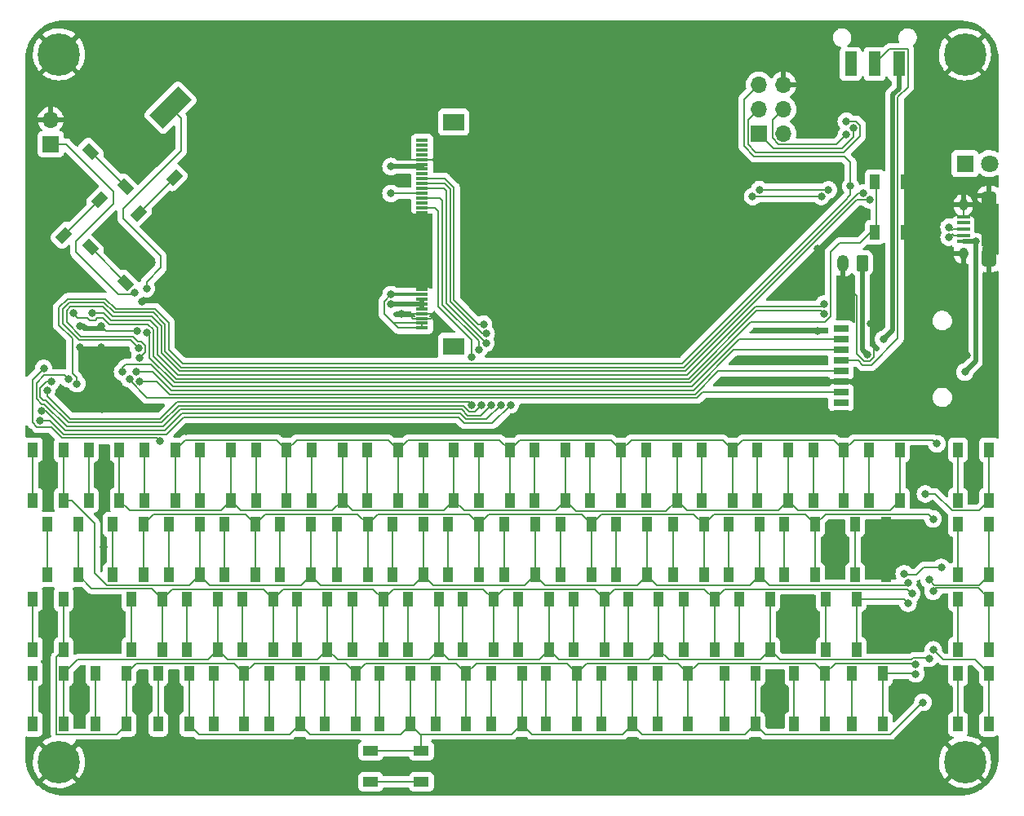
<source format=gbr>
%TF.GenerationSoftware,KiCad,Pcbnew,(6.0.0)*%
%TF.CreationDate,2022-05-08T19:44:55+10:00*%
%TF.ProjectId,paxbadge2022,70617862-6164-4676-9532-3032322e6b69,rev?*%
%TF.SameCoordinates,Original*%
%TF.FileFunction,Copper,L1,Top*%
%TF.FilePolarity,Positive*%
%FSLAX46Y46*%
G04 Gerber Fmt 4.6, Leading zero omitted, Abs format (unit mm)*
G04 Created by KiCad (PCBNEW (6.0.0)) date 2022-05-08 19:44:55*
%MOMM*%
%LPD*%
G01*
G04 APERTURE LIST*
G04 Aperture macros list*
%AMRoundRect*
0 Rectangle with rounded corners*
0 $1 Rounding radius*
0 $2 $3 $4 $5 $6 $7 $8 $9 X,Y pos of 4 corners*
0 Add a 4 corners polygon primitive as box body*
4,1,4,$2,$3,$4,$5,$6,$7,$8,$9,$2,$3,0*
0 Add four circle primitives for the rounded corners*
1,1,$1+$1,$2,$3*
1,1,$1+$1,$4,$5*
1,1,$1+$1,$6,$7*
1,1,$1+$1,$8,$9*
0 Add four rect primitives between the rounded corners*
20,1,$1+$1,$2,$3,$4,$5,0*
20,1,$1+$1,$4,$5,$6,$7,0*
20,1,$1+$1,$6,$7,$8,$9,0*
20,1,$1+$1,$8,$9,$2,$3,0*%
%AMRotRect*
0 Rectangle, with rotation*
0 The origin of the aperture is its center*
0 $1 length*
0 $2 width*
0 $3 Rotation angle, in degrees counterclockwise*
0 Add horizontal line*
21,1,$1,$2,0,0,$3*%
G04 Aperture macros list end*
%TA.AperFunction,ComponentPad*%
%ADD10C,1.800000*%
%TD*%
%TA.AperFunction,ComponentPad*%
%ADD11R,1.800000X1.800000*%
%TD*%
%TA.AperFunction,SMDPad,CuDef*%
%ADD12R,1.000000X1.550000*%
%TD*%
%TA.AperFunction,ComponentPad*%
%ADD13C,4.400000*%
%TD*%
%TA.AperFunction,SMDPad,CuDef*%
%ADD14RotRect,1.550000X1.000000X135.000000*%
%TD*%
%TA.AperFunction,SMDPad,CuDef*%
%ADD15RotRect,2.000000X4.200000X135.000000*%
%TD*%
%TA.AperFunction,SMDPad,CuDef*%
%ADD16RotRect,1.550000X1.000000X45.000000*%
%TD*%
%TA.AperFunction,ComponentPad*%
%ADD17R,1.700000X1.700000*%
%TD*%
%TA.AperFunction,ComponentPad*%
%ADD18O,1.700000X1.700000*%
%TD*%
%TA.AperFunction,SMDPad,CuDef*%
%ADD19R,1.300000X0.300000*%
%TD*%
%TA.AperFunction,SMDPad,CuDef*%
%ADD20R,2.200000X1.800000*%
%TD*%
%TA.AperFunction,SMDPad,CuDef*%
%ADD21R,1.600000X0.700000*%
%TD*%
%TA.AperFunction,SMDPad,CuDef*%
%ADD22R,2.200000X1.200000*%
%TD*%
%TA.AperFunction,SMDPad,CuDef*%
%ADD23R,1.400000X1.200000*%
%TD*%
%TA.AperFunction,SMDPad,CuDef*%
%ADD24R,1.400000X1.600000*%
%TD*%
%TA.AperFunction,SMDPad,CuDef*%
%ADD25R,1.350000X0.400000*%
%TD*%
%TA.AperFunction,ComponentPad*%
%ADD26O,0.950000X1.250000*%
%TD*%
%TA.AperFunction,SMDPad,CuDef*%
%ADD27R,1.550000X1.200000*%
%TD*%
%TA.AperFunction,SMDPad,CuDef*%
%ADD28R,1.550000X1.500000*%
%TD*%
%TA.AperFunction,ComponentPad*%
%ADD29O,1.550000X0.890000*%
%TD*%
%TA.AperFunction,SMDPad,CuDef*%
%ADD30R,1.250000X2.500000*%
%TD*%
%TA.AperFunction,SMDPad,CuDef*%
%ADD31RotRect,1.550000X1.000000X225.000000*%
%TD*%
%TA.AperFunction,SMDPad,CuDef*%
%ADD32R,1.550000X1.000000*%
%TD*%
%TA.AperFunction,ComponentPad*%
%ADD33RoundRect,0.250000X0.350000X0.625000X-0.350000X0.625000X-0.350000X-0.625000X0.350000X-0.625000X0*%
%TD*%
%TA.AperFunction,ComponentPad*%
%ADD34O,1.200000X1.750000*%
%TD*%
%TA.AperFunction,ViaPad*%
%ADD35C,0.800000*%
%TD*%
%TA.AperFunction,Conductor*%
%ADD36C,0.127000*%
%TD*%
%TA.AperFunction,Conductor*%
%ADD37C,0.200000*%
%TD*%
%TA.AperFunction,Conductor*%
%ADD38C,0.500000*%
%TD*%
%TA.AperFunction,Conductor*%
%ADD39C,0.300000*%
%TD*%
G04 APERTURE END LIST*
D10*
%TO.P,D2,2,A*%
%TO.N,Net-(D2-Pad2)*%
X135900000Y-74800000D03*
D11*
%TO.P,D2,1,K*%
%TO.N,Net-(D2-Pad1)*%
X133360000Y-74800000D03*
%TD*%
D12*
%TO.P,SW61,1,1*%
%TO.N,Net-(D64-Pad2)*%
X94480000Y-109775000D03*
X94480000Y-104525000D03*
%TO.P,SW61,2,2*%
%TO.N,/KCOL7*%
X97680000Y-109775000D03*
X97680000Y-104525000D03*
%TD*%
D13*
%TO.P,H1,1,1*%
%TO.N,GND*%
X39350000Y-63450000D03*
%TD*%
D12*
%TO.P,SW15,1,1*%
%TO.N,Net-(D18-Pad2)*%
X108840000Y-112275000D03*
X108840000Y-117525000D03*
%TO.P,SW15,2,2*%
%TO.N,/KCOL1*%
X112040000Y-112275000D03*
X112040000Y-117525000D03*
%TD*%
%TO.P,SW62,1,1*%
%TO.N,Net-(D65-Pad2)*%
X106050001Y-104525000D03*
X106050001Y-109775000D03*
%TO.P,SW62,2,2*%
%TO.N,/KCOL7*%
X109250001Y-104525000D03*
X109250001Y-109775000D03*
%TD*%
D14*
%TO.P,SW67,1,1*%
%TO.N,/JOY_DOWN*%
X42589754Y-83492332D03*
X46302064Y-87204642D03*
%TO.P,SW67,2,2*%
%TO.N,GND*%
X44852496Y-81229590D03*
X48564806Y-84941900D03*
%TD*%
D12*
%TO.P,SW10,1,1*%
%TO.N,Net-(D13-Pad2)*%
X50740000Y-112275000D03*
X50740000Y-117525000D03*
%TO.P,SW10,2,2*%
%TO.N,/KCOL1*%
X53940000Y-112275000D03*
X53940000Y-117525000D03*
%TD*%
%TO.P,SW2,1,1*%
%TO.N,Net-(D5-Pad2)*%
X54000000Y-109775000D03*
X54000000Y-104525000D03*
%TO.P,SW2,2,2*%
%TO.N,/KCOL0*%
X57200000Y-109775000D03*
X57200000Y-104525000D03*
%TD*%
%TO.P,SW37,1,1*%
%TO.N,Net-(D40-Pad2)*%
X84180000Y-133025000D03*
X84180000Y-127775000D03*
%TO.P,SW37,2,2*%
%TO.N,/KCOL4*%
X87380000Y-133025000D03*
X87380000Y-127775000D03*
%TD*%
%TO.P,SW23,1,1*%
%TO.N,Net-(D26-Pad2)*%
X104170000Y-120025000D03*
X104170000Y-125275000D03*
%TO.P,SW23,2,2*%
%TO.N,/KCOL2*%
X107370000Y-120025000D03*
X107370000Y-125275000D03*
%TD*%
%TO.P,SW54,1,1*%
%TO.N,Net-(D57-Pad2)*%
X103060000Y-117525000D03*
X103060000Y-112275000D03*
%TO.P,SW54,2,2*%
%TO.N,/KCOL6*%
X106260000Y-112275000D03*
X106260000Y-117525000D03*
%TD*%
D15*
%TO.P,LS1,1,1*%
%TO.N,/SPEAKER*%
X50928427Y-68978427D03*
%TO.P,LS1,2,2*%
%TO.N,GND*%
X45271573Y-63321573D03*
%TD*%
D12*
%TO.P,SW26,1,1*%
%TO.N,Net-(D29-Pad2)*%
X43150001Y-127775000D03*
X43150001Y-133025000D03*
%TO.P,SW26,2,2*%
%TO.N,/KCOL3*%
X46350001Y-133025000D03*
X46350001Y-127775000D03*
%TD*%
%TO.P,SW48,1,1*%
%TO.N,Net-(D51-Pad2)*%
X132650000Y-112274999D03*
X132650000Y-117524999D03*
%TO.P,SW48,2,2*%
%TO.N,/KCOL5*%
X135850000Y-117524999D03*
X135850000Y-112274999D03*
%TD*%
%TO.P,SW27,1,1*%
%TO.N,Net-(D30-Pad2)*%
X55369999Y-133025000D03*
X55369999Y-127775000D03*
%TO.P,SW27,2,2*%
%TO.N,/KCOL3*%
X58569999Y-133025000D03*
X58569999Y-127775000D03*
%TD*%
%TO.P,SW65,1,1*%
%TO.N,/RESTORE*%
X121950001Y-117525000D03*
X121950001Y-112275000D03*
%TO.P,SW65,2,2*%
%TO.N,GND*%
X125150001Y-117525000D03*
X125150001Y-112275000D03*
%TD*%
%TO.P,SW44,1,1*%
%TO.N,Net-(D47-Pad2)*%
X75580000Y-125275000D03*
X75580000Y-120025000D03*
%TO.P,SW44,2,2*%
%TO.N,/KCOL5*%
X78780000Y-125275000D03*
X78780000Y-120025000D03*
%TD*%
%TO.P,SW63,1,1*%
%TO.N,Net-(D66-Pad2)*%
X117610000Y-109775000D03*
X117610000Y-104525000D03*
%TO.P,SW63,2,2*%
%TO.N,/KCOL7*%
X120810000Y-109775000D03*
X120810000Y-104525000D03*
%TD*%
D16*
%TO.P,SW69,1,1*%
%TO.N,/JOY_RIGHT*%
X51311996Y-76262474D03*
X47599686Y-79974784D03*
%TO.P,SW69,2,2*%
%TO.N,GND*%
X49862428Y-82237526D03*
X53574738Y-78525216D03*
%TD*%
D17*
%TO.P,J1,1,Pin_1*%
%TO.N,/~{USB_BOOT}*%
X38500000Y-72775000D03*
D18*
%TO.P,J1,2,Pin_2*%
%TO.N,GND*%
X38500000Y-70235000D03*
%TD*%
D12*
%TO.P,SW3,1,1*%
%TO.N,Net-(D6-Pad2)*%
X65560000Y-104525000D03*
X65560000Y-109775000D03*
%TO.P,SW3,2,2*%
%TO.N,/KCOL0*%
X68760000Y-104525000D03*
X68760000Y-109775000D03*
%TD*%
D13*
%TO.P,H3,1,1*%
%TO.N,GND*%
X39350000Y-136950000D03*
%TD*%
D12*
%TO.P,SW52,1,1*%
%TO.N,Net-(D55-Pad2)*%
X79740000Y-112275000D03*
X79740000Y-117525000D03*
%TO.P,SW52,2,2*%
%TO.N,/KCOL6*%
X82940000Y-117525000D03*
X82940000Y-112275000D03*
%TD*%
%TO.P,SW53,1,1*%
%TO.N,Net-(D56-Pad2)*%
X91400000Y-117525000D03*
X91400000Y-112275000D03*
%TO.P,SW53,2,2*%
%TO.N,/KCOL6*%
X94600000Y-117525000D03*
X94600000Y-112275000D03*
%TD*%
%TO.P,SW5,1,1*%
%TO.N,Net-(D8-Pad2)*%
X88700000Y-109775000D03*
X88700000Y-104525000D03*
%TO.P,SW5,2,2*%
%TO.N,/KCOL0*%
X91900000Y-109775000D03*
X91900000Y-104525000D03*
%TD*%
%TO.P,SW51,1,1*%
%TO.N,Net-(D54-Pad2)*%
X68180000Y-117525000D03*
X68180000Y-112275000D03*
%TO.P,SW51,2,2*%
%TO.N,/KCOL6*%
X71380000Y-112275000D03*
X71380000Y-117525000D03*
%TD*%
%TO.P,SW58,1,1*%
%TO.N,Net-(D61-Pad2)*%
X59780000Y-104525000D03*
X59780000Y-109775000D03*
%TO.P,SW58,2,2*%
%TO.N,/KCOL7*%
X62980000Y-109775000D03*
X62980000Y-104525000D03*
%TD*%
D13*
%TO.P,H4,1,1*%
%TO.N,GND*%
X133350000Y-136950000D03*
%TD*%
D12*
%TO.P,SW25,1,1*%
%TO.N,Net-(D28-Pad2)*%
X36650000Y-120025000D03*
X36650000Y-125275000D03*
%TO.P,SW25,2,2*%
%TO.N,/KCOL3*%
X39850000Y-125275000D03*
X39850000Y-120025000D03*
%TD*%
%TO.P,SW47,1,1*%
%TO.N,Net-(D50-Pad2)*%
X109950000Y-125275000D03*
X109950000Y-120025000D03*
%TO.P,SW47,2,2*%
%TO.N,/KCOL5*%
X113150000Y-125275000D03*
X113150000Y-120025000D03*
%TD*%
%TO.P,SW49,1,1*%
%TO.N,Net-(D52-Pad2)*%
X44899999Y-117525000D03*
X44899999Y-112275000D03*
%TO.P,SW49,2,2*%
%TO.N,/KCOL6*%
X48099999Y-117525000D03*
X48099999Y-112275000D03*
%TD*%
%TO.P,SW55,1,1*%
%TO.N,Net-(D58-Pad2)*%
X114620000Y-117525000D03*
X114620000Y-112275000D03*
%TO.P,SW55,2,2*%
%TO.N,/KCOL6*%
X117820000Y-112275000D03*
X117820000Y-117525000D03*
%TD*%
%TO.P,SW12,1,1*%
%TO.N,Net-(D15-Pad2)*%
X73960000Y-117524999D03*
X73960000Y-112274999D03*
%TO.P,SW12,2,2*%
%TO.N,/KCOL1*%
X77160000Y-117524999D03*
X77160000Y-112274999D03*
%TD*%
%TO.P,SW46,1,1*%
%TO.N,Net-(D49-Pad2)*%
X98390000Y-125275000D03*
X98390000Y-120025000D03*
%TO.P,SW46,2,2*%
%TO.N,/KCOL5*%
X101590000Y-125275000D03*
X101590000Y-120025000D03*
%TD*%
D19*
%TO.P,J5,1,Pin_1*%
%TO.N,/XL*%
X77041863Y-72375009D03*
%TO.P,J5,2,Pin_2*%
%TO.N,/YU*%
X77041863Y-72875009D03*
%TO.P,J5,3,Pin_3*%
%TO.N,/XR*%
X77041863Y-73375009D03*
%TO.P,J5,4,Pin_4*%
%TO.N,/YD*%
X77041863Y-73875009D03*
%TO.P,J5,5,Pin_5*%
%TO.N,GND*%
X77041863Y-74375009D03*
%TO.P,J5,6,Pin_6*%
%TO.N,+3V3*%
X77041863Y-74875009D03*
%TO.P,J5,7,Pin_7*%
X77041863Y-75375009D03*
%TO.P,J5,8,Pin_8*%
%TO.N,/FMARK*%
X77041863Y-75875009D03*
%TO.P,J5,9,Pin_9*%
%TO.N,/TFT_CS*%
X77041863Y-76375009D03*
%TO.P,J5,10,Pin_10*%
%TO.N,/TFT_SCL*%
X77041863Y-76875009D03*
%TO.P,J5,11,Pin_11*%
%TO.N,/TFT_DC*%
X77041863Y-77375009D03*
%TO.P,J5,12,Pin_12*%
%TO.N,+3V3*%
X77041863Y-77875009D03*
%TO.P,J5,13,Pin_13*%
%TO.N,/TFT_SDA*%
X77041863Y-78375009D03*
%TO.P,J5,14,Pin_14*%
%TO.N,/TFT_SDO*%
X77041863Y-78875009D03*
%TO.P,J5,15,Pin_15*%
%TO.N,/TFT_RST*%
X77041863Y-79375009D03*
%TO.P,J5,16,Pin_16*%
%TO.N,GND*%
X77041863Y-79875009D03*
%TO.P,J5,17,Pin_17*%
X77041863Y-80375009D03*
%TO.P,J5,18,Pin_18*%
X77041863Y-80875009D03*
%TO.P,J5,19,Pin_19*%
X77041863Y-81375009D03*
%TO.P,J5,20,Pin_20*%
X77041863Y-81875009D03*
%TO.P,J5,21,Pin_21*%
X77041863Y-82375009D03*
%TO.P,J5,22,Pin_22*%
X77041863Y-82875009D03*
%TO.P,J5,23,Pin_23*%
X77041863Y-83375009D03*
%TO.P,J5,24,Pin_24*%
X77041863Y-83875009D03*
%TO.P,J5,25,Pin_25*%
X77041863Y-84375009D03*
%TO.P,J5,26,Pin_26*%
X77041863Y-84875009D03*
%TO.P,J5,27,Pin_27*%
X77041863Y-85375009D03*
%TO.P,J5,28,Pin_28*%
X77041863Y-85875009D03*
%TO.P,J5,29,Pin_29*%
X77041863Y-86375009D03*
%TO.P,J5,30,Pin_30*%
X77041863Y-86875009D03*
%TO.P,J5,31,Pin_31*%
X77041863Y-87375009D03*
%TO.P,J5,32,Pin_32*%
X77041863Y-87875009D03*
%TO.P,J5,33,Pin_33*%
%TO.N,+3V3*%
X77041863Y-88375009D03*
%TO.P,J5,34,Pin_34*%
%TO.N,/BKLT_K*%
X77041863Y-88875009D03*
%TO.P,J5,35,Pin_35*%
X77041863Y-89375009D03*
%TO.P,J5,36,Pin_36*%
X77041863Y-89875009D03*
%TO.P,J5,37,Pin_37*%
%TO.N,GND*%
X77041863Y-90375009D03*
%TO.P,J5,38,Pin_38*%
X77041863Y-90875009D03*
%TO.P,J5,39,Pin_39*%
%TO.N,+3V3*%
X77041863Y-91375009D03*
%TO.P,J5,40,Pin_40*%
X77041863Y-91875009D03*
D20*
%TO.P,J5,MP*%
%TO.N,N/C*%
X80291863Y-93775009D03*
X80291863Y-70475009D03*
%TD*%
D12*
%TO.P,SW39,1,1*%
%TO.N,Net-(D42-Pad2)*%
X108400000Y-133025000D03*
X108400000Y-127775000D03*
%TO.P,SW39,2,2*%
%TO.N,/KCOL4*%
X111600000Y-133025000D03*
X111600000Y-127775000D03*
%TD*%
%TO.P,SW70,2,2*%
%TO.N,GND*%
X127200000Y-76675000D03*
X127200000Y-81925000D03*
%TO.P,SW70,1,1*%
%TO.N,/JOY_FIRE*%
X124000000Y-76675000D03*
X124000000Y-81925000D03*
%TD*%
%TO.P,SW13,1,1*%
%TO.N,Net-(D16-Pad2)*%
X85545001Y-112275000D03*
X85545001Y-117525000D03*
%TO.P,SW13,2,2*%
%TO.N,/KCOL1*%
X88745001Y-112275000D03*
X88745001Y-117525000D03*
%TD*%
D21*
%TO.P,J6,1,DAT2*%
%TO.N,unconnected-(J6-Pad1)*%
X120499998Y-91950000D03*
%TO.P,J6,2,DAT3/CD*%
%TO.N,/SD_CS*%
X120499998Y-93050000D03*
%TO.P,J6,3,CMD*%
%TO.N,/SD_MOSI*%
X120499998Y-94150000D03*
%TO.P,J6,4,VDD*%
%TO.N,+3V3*%
X120499998Y-95250000D03*
%TO.P,J6,5,CLK*%
%TO.N,/SD_CLK*%
X120499998Y-96350000D03*
D22*
%TO.P,J6,6,VSS*%
%TO.N,GND*%
X130599998Y-86400000D03*
D23*
X120999998Y-101900000D03*
D24*
X120999998Y-87300000D03*
D22*
X130599998Y-101900000D03*
D21*
X120499998Y-97450000D03*
%TO.P,J6,7,DAT0*%
%TO.N,/SD_MISO*%
X120499998Y-98550000D03*
%TO.P,J6,8,DAT1*%
%TO.N,unconnected-(J6-Pad8)*%
X120499998Y-99650000D03*
%TO.P,J6,9,SHIELD*%
%TO.N,GND*%
X120499998Y-100750000D03*
%TD*%
D12*
%TO.P,SW6,1,1*%
%TO.N,Net-(D9-Pad2)*%
X100260000Y-109775000D03*
X100260000Y-104525000D03*
%TO.P,SW6,2,2*%
%TO.N,/KCOL0*%
X103460000Y-109775000D03*
X103460000Y-104525000D03*
%TD*%
%TO.P,SW16,1,1*%
%TO.N,Net-(D19-Pad2)*%
X118900000Y-125275000D03*
X118900000Y-120025000D03*
%TO.P,SW16,2,2*%
%TO.N,/KCOL1*%
X122100000Y-120025000D03*
X122100000Y-125275000D03*
%TD*%
%TO.P,SW60,1,1*%
%TO.N,Net-(D63-Pad2)*%
X82910000Y-104525000D03*
X82910000Y-109775000D03*
%TO.P,SW60,2,2*%
%TO.N,/KCOL7*%
X86110000Y-104525000D03*
X86110000Y-109775000D03*
%TD*%
%TO.P,SW28,1,1*%
%TO.N,Net-(D31-Pad2)*%
X66930000Y-127775000D03*
X66930000Y-133025000D03*
%TO.P,SW28,2,2*%
%TO.N,/KCOL3*%
X70130000Y-133025000D03*
X70130000Y-127775000D03*
%TD*%
%TO.P,SW40,1,1*%
%TO.N,Net-(D43-Pad2)*%
X132650000Y-109775000D03*
X132650000Y-104525000D03*
%TO.P,SW40,2,2*%
%TO.N,/KCOL4*%
X135850000Y-109775000D03*
X135850000Y-104525000D03*
%TD*%
%TO.P,SW32,1,1*%
%TO.N,Net-(D35-Pad2)*%
X115650000Y-133025000D03*
X115650000Y-127775000D03*
%TO.P,SW32,2,2*%
%TO.N,/KCOL3*%
X118850000Y-133025000D03*
X118850000Y-127775000D03*
%TD*%
%TO.P,SW34,1,1*%
%TO.N,Net-(D37-Pad2)*%
X49650000Y-133025000D03*
X49650000Y-127775000D03*
%TO.P,SW34,2,2*%
%TO.N,/KCOL4*%
X52850000Y-127775000D03*
X52850000Y-133025000D03*
%TD*%
%TO.P,SW29,1,1*%
%TO.N,Net-(D32-Pad2)*%
X78400001Y-133025000D03*
X78400001Y-127775000D03*
%TO.P,SW29,2,2*%
%TO.N,/KCOL3*%
X81600001Y-127775000D03*
X81600001Y-133025000D03*
%TD*%
D14*
%TO.P,SW66,1,1*%
%TO.N,/JOY_UP*%
X42589754Y-73516281D03*
X46302064Y-77228591D03*
%TO.P,SW66,2,2*%
%TO.N,GND*%
X48564806Y-74965849D03*
X44852496Y-71253539D03*
%TD*%
D12*
%TO.P,SW59,1,1*%
%TO.N,Net-(D62-Pad2)*%
X71350000Y-104525000D03*
X71350000Y-109775000D03*
%TO.P,SW59,2,2*%
%TO.N,/KCOL7*%
X74550000Y-104525000D03*
X74550000Y-109775000D03*
%TD*%
D25*
%TO.P,J2,1,VBUS*%
%TO.N,VBUS*%
X133177280Y-82900000D03*
%TO.P,J2,2,D-*%
%TO.N,/USB_D-*%
X133177280Y-82250000D03*
%TO.P,J2,3,D+*%
%TO.N,/USB_D+*%
X133177280Y-81600000D03*
%TO.P,J2,4,ID*%
%TO.N,unconnected-(J2-Pad4)*%
X133177280Y-80950000D03*
%TO.P,J2,5,GND*%
%TO.N,GND*%
X133177280Y-80300000D03*
D26*
%TO.P,J2,6,Shield*%
X133177280Y-84100000D03*
D27*
X135877280Y-84500000D03*
D26*
X133177280Y-79100000D03*
D27*
X135877280Y-78700000D03*
D28*
X135877280Y-82600000D03*
D29*
X135877280Y-78100000D03*
D28*
X135877280Y-80600000D03*
D29*
X135877280Y-85100000D03*
%TD*%
D12*
%TO.P,SW11,1,1*%
%TO.N,Net-(D14-Pad2)*%
X62299999Y-112275000D03*
X62299999Y-117525000D03*
%TO.P,SW11,2,2*%
%TO.N,/KCOL1*%
X65499999Y-112275000D03*
X65499999Y-117525000D03*
%TD*%
%TO.P,SW7,1,1*%
%TO.N,Net-(D10-Pad2)*%
X111830000Y-109775000D03*
X111830000Y-104525000D03*
%TO.P,SW7,2,2*%
%TO.N,/KCOL0*%
X115030000Y-104525000D03*
X115030000Y-109775000D03*
%TD*%
%TO.P,SW50,1,1*%
%TO.N,Net-(D53-Pad2)*%
X56520000Y-112275000D03*
X56520000Y-117525000D03*
%TO.P,SW50,2,2*%
%TO.N,/KCOL6*%
X59720000Y-117525000D03*
X59720000Y-112275000D03*
%TD*%
%TO.P,SW9,1,1*%
%TO.N,Net-(D12-Pad2)*%
X36650000Y-109775000D03*
X36650000Y-104525000D03*
%TO.P,SW9,2,2*%
%TO.N,/KCOL1*%
X39850000Y-104525000D03*
X39850000Y-109775000D03*
%TD*%
%TO.P,SW31,1,1*%
%TO.N,Net-(D34-Pad2)*%
X101430000Y-133025000D03*
X101430000Y-127775000D03*
%TO.P,SW31,2,2*%
%TO.N,/KCOL3*%
X104630000Y-133025000D03*
X104630000Y-127775000D03*
%TD*%
%TO.P,SW30,1,1*%
%TO.N,Net-(D33-Pad2)*%
X89869999Y-133025000D03*
X89869999Y-127775000D03*
%TO.P,SW30,2,2*%
%TO.N,/KCOL3*%
X93069999Y-127775000D03*
X93069999Y-133025000D03*
%TD*%
D13*
%TO.P,H2,1,1*%
%TO.N,GND*%
X133350000Y-63450000D03*
%TD*%
D12*
%TO.P,SW1,1,1*%
%TO.N,Net-(D4-Pad2)*%
X42430000Y-104525000D03*
X42430000Y-109775000D03*
%TO.P,SW1,2,2*%
%TO.N,/KCOL0*%
X45630000Y-109775000D03*
X45630000Y-104525000D03*
%TD*%
D30*
%TO.P,SW72,1,A*%
%TO.N,Net-(C5-Pad1)*%
X126500000Y-64450000D03*
%TO.P,SW72,2,B*%
%TO.N,+3V3*%
X124000000Y-64450000D03*
%TO.P,SW72,3*%
%TO.N,N/C*%
X121500000Y-64450000D03*
%TD*%
D12*
%TO.P,SW38,1,1*%
%TO.N,Net-(D41-Pad2)*%
X95650001Y-127775000D03*
X95650001Y-133025000D03*
%TO.P,SW38,2,2*%
%TO.N,/KCOL4*%
X98850001Y-127775000D03*
X98850001Y-133025000D03*
%TD*%
%TO.P,SW8,1,1*%
%TO.N,Net-(D11-Pad2)*%
X123400000Y-104525000D03*
X123400000Y-109775000D03*
%TO.P,SW8,2,2*%
%TO.N,/KCOL0*%
X126600000Y-104525000D03*
X126600000Y-109775000D03*
%TD*%
%TO.P,SW56,1,1*%
%TO.N,Net-(D59-Pad2)*%
X132650000Y-125275000D03*
X132650000Y-120025000D03*
%TO.P,SW56,2,2*%
%TO.N,/KCOL6*%
X135850000Y-120025000D03*
X135850000Y-125275000D03*
%TD*%
%TO.P,SW35,1,1*%
%TO.N,Net-(D38-Pad2)*%
X61150001Y-133025000D03*
X61150001Y-127775000D03*
%TO.P,SW35,2,2*%
%TO.N,/KCOL4*%
X64350001Y-127775000D03*
X64350001Y-133025000D03*
%TD*%
%TO.P,SW45,1,1*%
%TO.N,Net-(D48-Pad2)*%
X86989999Y-120025000D03*
X86989999Y-125275000D03*
%TO.P,SW45,2,2*%
%TO.N,/KCOL5*%
X90189999Y-120025000D03*
X90189999Y-125275000D03*
%TD*%
%TO.P,SW22,1,1*%
%TO.N,Net-(D25-Pad2)*%
X92770001Y-120025000D03*
X92770001Y-125275000D03*
%TO.P,SW22,2,2*%
%TO.N,/KCOL2*%
X95970001Y-120025000D03*
X95970001Y-125275000D03*
%TD*%
%TO.P,SW18,1,1*%
%TO.N,Net-(D21-Pad2)*%
X46840000Y-125275000D03*
X46840000Y-120025000D03*
%TO.P,SW18,2,2*%
%TO.N,/KCOL2*%
X50040000Y-120025000D03*
X50040000Y-125275000D03*
%TD*%
D31*
%TO.P,SW68,1,1*%
%TO.N,/JOY_LEFT*%
X43576868Y-78525216D03*
X39864558Y-82237526D03*
%TO.P,SW68,2,2*%
%TO.N,GND*%
X37601816Y-79974784D03*
X41314126Y-76262474D03*
%TD*%
D12*
%TO.P,SW20,1,1*%
%TO.N,Net-(D23-Pad2)*%
X69800000Y-125275000D03*
X69800000Y-120025000D03*
%TO.P,SW20,2,2*%
%TO.N,/KCOL2*%
X73000000Y-125275000D03*
X73000000Y-120025000D03*
%TD*%
%TO.P,SW64,1,1*%
%TO.N,Net-(D67-Pad2)*%
X132650000Y-127775001D03*
X132650000Y-133025001D03*
%TO.P,SW64,2,2*%
%TO.N,/KCOL7*%
X135850000Y-127775001D03*
X135850000Y-133025001D03*
%TD*%
%TO.P,SW14,1,1*%
%TO.N,Net-(D17-Pad2)*%
X97180000Y-112275000D03*
X97180000Y-117525000D03*
%TO.P,SW14,2,2*%
%TO.N,/KCOL1*%
X100380000Y-117525000D03*
X100380000Y-112275000D03*
%TD*%
%TO.P,SW36,1,1*%
%TO.N,Net-(D39-Pad2)*%
X72619999Y-127775000D03*
X72619999Y-133025000D03*
%TO.P,SW36,2,2*%
%TO.N,/KCOL4*%
X75819999Y-133025000D03*
X75819999Y-127775000D03*
%TD*%
D32*
%TO.P,SW33,1,1*%
%TO.N,Net-(D36-Pad2)*%
X76955000Y-139000000D03*
X71705000Y-139000000D03*
%TO.P,SW33,2,2*%
%TO.N,/KCOL4*%
X71705000Y-135800000D03*
X76955000Y-135800000D03*
%TD*%
D12*
%TO.P,SW41,1,1*%
%TO.N,Net-(D44-Pad2)*%
X36650000Y-127775001D03*
X36650000Y-133025001D03*
%TO.P,SW41,2,2*%
%TO.N,/KCOL5*%
X39850000Y-127775001D03*
X39850000Y-133025001D03*
%TD*%
%TO.P,SW4,1,1*%
%TO.N,Net-(D7-Pad2)*%
X77130000Y-109774999D03*
X77130000Y-104524999D03*
%TO.P,SW4,2,2*%
%TO.N,/KCOL0*%
X80330000Y-109774999D03*
X80330000Y-104524999D03*
%TD*%
%TO.P,SW42,1,1*%
%TO.N,Net-(D45-Pad2)*%
X52620000Y-125275000D03*
X52620000Y-120025000D03*
%TO.P,SW42,2,2*%
%TO.N,/KCOL5*%
X55820000Y-120025000D03*
X55820000Y-125275000D03*
%TD*%
%TO.P,SW19,1,1*%
%TO.N,Net-(D22-Pad2)*%
X58399999Y-125275000D03*
X58399999Y-120025000D03*
%TO.P,SW19,2,2*%
%TO.N,/KCOL2*%
X61599999Y-120025000D03*
X61599999Y-125275000D03*
%TD*%
%TO.P,SW17,1,1*%
%TO.N,Net-(D20-Pad2)*%
X38150000Y-112275000D03*
X38150000Y-117525000D03*
%TO.P,SW17,2,2*%
%TO.N,/KCOL2*%
X41350000Y-117525000D03*
X41350000Y-112275000D03*
%TD*%
%TO.P,SW43,1,1*%
%TO.N,Net-(D46-Pad2)*%
X64020001Y-125275000D03*
X64020001Y-120025000D03*
%TO.P,SW43,2,2*%
%TO.N,/KCOL5*%
X67220001Y-120025000D03*
X67220001Y-125275000D03*
%TD*%
%TO.P,SW21,1,1*%
%TO.N,Net-(D24-Pad2)*%
X81210000Y-125275000D03*
X81210000Y-120025000D03*
%TO.P,SW21,2,2*%
%TO.N,/KCOL2*%
X84410000Y-125275000D03*
X84410000Y-120025000D03*
%TD*%
%TO.P,SW57,1,1*%
%TO.N,Net-(D60-Pad2)*%
X48220000Y-109774999D03*
X48220000Y-104524999D03*
%TO.P,SW57,2,2*%
%TO.N,/KCOL7*%
X51420000Y-109774999D03*
X51420000Y-104524999D03*
%TD*%
%TO.P,SW24,1,1*%
%TO.N,Net-(D27-Pad2)*%
X121650000Y-133025000D03*
X121650000Y-127775000D03*
%TO.P,SW24,2,2*%
%TO.N,/KCOL2*%
X124850000Y-127775000D03*
X124850000Y-133025000D03*
%TD*%
D33*
%TO.P,BT1,1,+*%
%TO.N,+BATT*%
X122700000Y-85150000D03*
D34*
%TO.P,BT1,2,-*%
%TO.N,GND*%
X120700000Y-85150000D03*
%TD*%
D17*
%TO.P,J3,1,Pin_1*%
%TO.N,/KROW3*%
X111975000Y-71675000D03*
D18*
%TO.P,J3,2,Pin_2*%
%TO.N,Net-(C3-Pad1)*%
X114515000Y-71675000D03*
%TO.P,J3,3,Pin_3*%
%TO.N,/KROW2*%
X111975000Y-69135000D03*
%TO.P,J3,4,Pin_4*%
%TO.N,/KROW4*%
X114515000Y-69135000D03*
%TO.P,J3,5,Pin_5*%
%TO.N,/RESET*%
X111975000Y-66595000D03*
%TO.P,J3,6,Pin_6*%
%TO.N,GND*%
X114515000Y-66595000D03*
%TD*%
D35*
%TO.N,GND*%
X127200000Y-76600000D03*
%TO.N,/RESET*%
X121484213Y-77141863D03*
%TO.N,GND*%
X135900000Y-82600000D03*
X135900000Y-80600000D03*
X131100000Y-73600000D03*
%TO.N,+BATT*%
X123200000Y-94600000D03*
%TO.N,GND*%
X120000000Y-115000000D03*
X130600000Y-86400000D03*
X123500000Y-114900000D03*
X53000000Y-84300000D03*
X43400000Y-122400000D03*
X131600000Y-123000000D03*
X39900000Y-87000000D03*
X126000000Y-123400000D03*
X38000000Y-126500000D03*
X116200000Y-122700000D03*
X117500000Y-70000000D03*
X45977280Y-98580000D03*
X123600000Y-91400000D03*
X118200000Y-95200000D03*
X41600000Y-130500000D03*
X41533719Y-91650000D03*
X43800000Y-100300000D03*
X52500000Y-102600000D03*
X113600000Y-130600000D03*
X44000000Y-114600000D03*
X118100000Y-92200000D03*
X65200000Y-73000000D03*
X41533719Y-93850000D03*
X43733719Y-93850000D03*
X47445899Y-92174500D03*
X133587500Y-94722719D03*
X36300000Y-102700000D03*
X118100000Y-83600000D03*
X38000000Y-86600000D03*
X52977280Y-92450000D03*
X44800000Y-81200000D03*
X43733719Y-91650000D03*
X130700000Y-129100000D03*
X98400000Y-85700000D03*
X127100000Y-129800000D03*
X74900000Y-90400000D03*
X48000000Y-89177410D03*
%TO.N,VBUS*%
X133350480Y-96449520D03*
X134450000Y-82900000D03*
%TO.N,+3V3*%
X73800000Y-77900000D03*
X73800000Y-75100000D03*
X124000000Y-64450000D03*
X73800000Y-88400000D03*
%TO.N,/~{USB_BOOT}*%
X47225271Y-88225272D03*
%TO.N,/USB_D-*%
X131706957Y-82450000D03*
%TO.N,/USB_D+*%
X131706957Y-81400000D03*
%TO.N,/RESET*%
X41196939Y-97655393D03*
%TO.N,/TFT_CS*%
X37363289Y-101469153D03*
X86198012Y-99849470D03*
X83404370Y-91468208D03*
%TO.N,/TFT_SCL*%
X37544179Y-100486155D03*
X85198509Y-99849470D03*
X83667566Y-92432434D03*
%TO.N,/TFT_DC*%
X83658149Y-93449264D03*
X40329127Y-97159502D03*
X84199006Y-99849470D03*
%TO.N,/TFT_SDA*%
X83199503Y-99849470D03*
X82899500Y-94100000D03*
X38530619Y-97461947D03*
%TO.N,/TFT_RST*%
X38099296Y-98363592D03*
X82200000Y-99849470D03*
X82200000Y-94854790D03*
%TO.N,/BKLT_K*%
X73800000Y-89400000D03*
%TO.N,/SD_MOSI*%
X47334699Y-96421182D03*
%TO.N,/SD_CS*%
X45935688Y-96449020D03*
%TO.N,/SD_CLK*%
X47734219Y-97400000D03*
%TO.N,/SD_MISO*%
X46649386Y-97148762D03*
%TO.N,/SPEAKER*%
X48433739Y-87787100D03*
%TO.N,/TFT_BKLT*%
X37758043Y-96065225D03*
X49800000Y-103597597D03*
%TO.N,/KCOL0*%
X126600000Y-104500000D03*
%TO.N,/KROW0*%
X119186787Y-77524612D03*
X112032051Y-77500500D03*
%TO.N,/KROW1*%
X118450000Y-78200000D03*
X111317863Y-78217863D03*
%TO.N,/KROW2*%
X121050000Y-70401500D03*
%TO.N,/KROW3*%
X121788528Y-71101000D03*
%TO.N,/KROW4*%
X121050000Y-71800500D03*
%TO.N,/KCOL1*%
X127450020Y-120454238D03*
X127450020Y-118327813D03*
%TO.N,/KCOL2*%
X128249060Y-127799503D03*
X127849539Y-119457618D03*
%TO.N,/JOY_UP*%
X46302064Y-77228591D03*
%TO.N,/JOY_DOWN*%
X42589754Y-83492332D03*
%TO.N,/JOY_LEFT*%
X39864558Y-82237526D03*
%TO.N,/JOY_RIGHT*%
X47599998Y-79975000D03*
%TO.N,/JOY_FIRE*%
X48433739Y-92326743D03*
%TO.N,/KSDA*%
X47615721Y-93979500D03*
X122771923Y-77864567D03*
%TO.N,/KSCL*%
X123478678Y-78571322D03*
X47734219Y-94971953D03*
%TO.N,Net-(D4-Pad2)*%
X42430000Y-104525000D03*
%TO.N,Net-(D5-Pad2)*%
X54000000Y-104525000D03*
%TO.N,Net-(D6-Pad2)*%
X65560000Y-104525000D03*
%TO.N,Net-(D7-Pad2)*%
X77130000Y-104524999D03*
%TO.N,Net-(D8-Pad2)*%
X88700000Y-104525000D03*
%TO.N,Net-(D9-Pad2)*%
X100260000Y-104525000D03*
%TO.N,Net-(D10-Pad2)*%
X111830000Y-104525000D03*
%TO.N,Net-(D11-Pad2)*%
X123400000Y-104525000D03*
%TO.N,Net-(D12-Pad2)*%
X36650000Y-104525000D03*
%TO.N,Net-(D13-Pad2)*%
X50740000Y-112275000D03*
%TO.N,Net-(D14-Pad2)*%
X62299999Y-112275000D03*
%TO.N,Net-(D15-Pad2)*%
X73960000Y-112274999D03*
%TO.N,Net-(D16-Pad2)*%
X85545001Y-112275000D03*
%TO.N,Net-(D17-Pad2)*%
X97180000Y-112275000D03*
%TO.N,Net-(D18-Pad2)*%
X108840000Y-112275000D03*
%TO.N,Net-(D19-Pad2)*%
X118900000Y-120025000D03*
%TO.N,Net-(D20-Pad2)*%
X38150000Y-112275000D03*
%TO.N,Net-(D21-Pad2)*%
X46840000Y-120025000D03*
%TO.N,Net-(D22-Pad2)*%
X58399999Y-120025000D03*
%TO.N,Net-(D23-Pad2)*%
X69800000Y-120025000D03*
%TO.N,Net-(D24-Pad2)*%
X81210000Y-120025000D03*
%TO.N,Net-(D25-Pad2)*%
X92770001Y-120025000D03*
%TO.N,Net-(D26-Pad2)*%
X104170000Y-120025000D03*
%TO.N,Net-(D27-Pad2)*%
X121650000Y-127775000D03*
%TO.N,Net-(D28-Pad2)*%
X36650000Y-120025000D03*
%TO.N,Net-(D29-Pad2)*%
X43150001Y-127775000D03*
%TO.N,Net-(D30-Pad2)*%
X55369999Y-127775000D03*
%TO.N,Net-(D31-Pad2)*%
X66930000Y-127775000D03*
%TO.N,Net-(D32-Pad2)*%
X78400001Y-127775000D03*
%TO.N,Net-(D33-Pad2)*%
X89869999Y-127775000D03*
%TO.N,Net-(D34-Pad2)*%
X101430000Y-127775000D03*
%TO.N,Net-(D35-Pad2)*%
X115650000Y-127775000D03*
%TO.N,Net-(D36-Pad2)*%
X71705000Y-139000000D03*
%TO.N,Net-(D37-Pad2)*%
X49650000Y-127775000D03*
%TO.N,Net-(D38-Pad2)*%
X61150001Y-127775000D03*
%TO.N,Net-(D39-Pad2)*%
X72619999Y-127775000D03*
%TO.N,Net-(D40-Pad2)*%
X84180000Y-127775000D03*
%TO.N,Net-(D41-Pad2)*%
X95650001Y-127775000D03*
%TO.N,Net-(D42-Pad2)*%
X108400000Y-127775000D03*
%TO.N,Net-(D43-Pad2)*%
X132600000Y-104500000D03*
%TO.N,Net-(D44-Pad2)*%
X36650000Y-127775001D03*
%TO.N,Net-(D45-Pad2)*%
X52620000Y-120025000D03*
%TO.N,Net-(D46-Pad2)*%
X64020001Y-120025000D03*
%TO.N,Net-(D47-Pad2)*%
X75580000Y-120025000D03*
%TO.N,Net-(D48-Pad2)*%
X86989999Y-120025000D03*
%TO.N,Net-(D49-Pad2)*%
X98390000Y-120025000D03*
%TO.N,Net-(D50-Pad2)*%
X109950000Y-120025000D03*
%TO.N,Net-(D51-Pad2)*%
X132650000Y-112274999D03*
%TO.N,Net-(D52-Pad2)*%
X44899999Y-112275000D03*
%TO.N,Net-(D53-Pad2)*%
X56520000Y-112275000D03*
%TO.N,Net-(D54-Pad2)*%
X68180000Y-112275000D03*
%TO.N,Net-(D55-Pad2)*%
X79740000Y-112275000D03*
%TO.N,Net-(D56-Pad2)*%
X91400000Y-112275000D03*
%TO.N,Net-(D57-Pad2)*%
X103060000Y-112275000D03*
%TO.N,Net-(D58-Pad2)*%
X114620000Y-112275000D03*
%TO.N,Net-(D59-Pad2)*%
X132650000Y-120025000D03*
%TO.N,Net-(D60-Pad2)*%
X48220000Y-104524999D03*
%TO.N,Net-(D61-Pad2)*%
X59780000Y-104525000D03*
%TO.N,Net-(D62-Pad2)*%
X71350000Y-104525000D03*
%TO.N,Net-(D63-Pad2)*%
X82910000Y-104525000D03*
%TO.N,Net-(D64-Pad2)*%
X94480000Y-104525000D03*
%TO.N,Net-(D65-Pad2)*%
X106050001Y-104525000D03*
%TO.N,Net-(D66-Pad2)*%
X117610000Y-104525000D03*
%TO.N,Net-(D67-Pad2)*%
X132650000Y-127775001D03*
%TO.N,/KCOL3*%
X128249060Y-126800000D03*
%TO.N,/KCOL4*%
X129248538Y-109100000D03*
X129000000Y-130750501D03*
%TO.N,/KCOL5*%
X129648060Y-126200000D03*
X129648060Y-118029903D03*
%TO.N,/KCOL6*%
X130047590Y-111700000D03*
X130047580Y-119212413D03*
%TO.N,/KCOL7*%
X130447095Y-103900000D03*
X130064683Y-125291468D03*
%TO.N,/RESTORE*%
X121950001Y-117525000D03*
X127050500Y-117399236D03*
X130904141Y-116742476D03*
%TO.N,/USB_DP*%
X118700000Y-89408813D03*
X42802462Y-90352302D03*
%TO.N,/USB_DN*%
X40839005Y-90352302D03*
X118700000Y-90408316D03*
%TO.N,Net-(C5-Pad1)*%
X124900002Y-93025000D03*
%TD*%
D36*
%TO.N,GND*%
X127200000Y-76625000D02*
X127200000Y-76600000D01*
D37*
%TO.N,/RESET*%
X121484213Y-77141863D02*
X121484213Y-78085775D01*
X121484213Y-78085775D02*
X120884994Y-78684994D01*
X104015698Y-95554290D02*
X120884994Y-78684994D01*
X120823070Y-74023070D02*
X111459042Y-74023070D01*
X121484213Y-77141863D02*
X121484213Y-74684213D01*
X121484213Y-74684213D02*
X120823070Y-74023070D01*
D38*
%TO.N,Net-(C5-Pad1)*%
X126500000Y-67000000D02*
X126500000Y-64450000D01*
X125850969Y-67649031D02*
X126500000Y-67000000D01*
X125850969Y-92074033D02*
X125850969Y-67649031D01*
X124900002Y-93025000D02*
X125850969Y-92074033D01*
D37*
%TO.N,+3V3*%
X125550000Y-62900000D02*
X124000000Y-64450000D01*
X127424022Y-62900000D02*
X125550000Y-62900000D01*
X127424511Y-62900489D02*
X127424022Y-62900000D01*
X127424511Y-66852627D02*
X127424511Y-62900489D01*
X126400489Y-67876649D02*
X127424511Y-66852627D01*
X126400489Y-92953775D02*
X126400489Y-67876649D01*
X123654265Y-95700000D02*
X126400489Y-92953775D01*
X122745735Y-95700000D02*
X123654265Y-95700000D01*
X122295735Y-95250000D02*
X122745735Y-95700000D01*
X120499998Y-95250000D02*
X122295735Y-95250000D01*
%TO.N,/JOY_FIRE*%
X124178189Y-76803189D02*
X124000000Y-76625000D01*
X124000000Y-81875000D02*
X124178189Y-81696811D01*
X124178189Y-81696811D02*
X124178189Y-76803189D01*
X122475000Y-83025000D02*
X123625000Y-81875000D01*
X120375000Y-83025000D02*
X122475000Y-83025000D01*
X123625000Y-81875000D02*
X124000000Y-81875000D01*
D38*
%TO.N,+BATT*%
X123200000Y-94600000D02*
X122700000Y-94100000D01*
X122700000Y-94100000D02*
X122700000Y-85150000D01*
D37*
%TO.N,GND*%
X74475009Y-74375009D02*
X74300000Y-74200000D01*
X76075009Y-90875009D02*
X75900000Y-90700000D01*
X120999998Y-87300000D02*
X120999998Y-87400000D01*
X122150480Y-88550482D02*
X122150480Y-94539739D01*
X75875009Y-90375009D02*
X75800000Y-90300000D01*
X77041863Y-90375009D02*
X75875009Y-90375009D01*
D36*
X125150001Y-112275000D02*
X125150001Y-117525000D01*
D37*
X120999998Y-87400000D02*
X122150480Y-88550482D01*
X123899511Y-91699511D02*
X123600000Y-91400000D01*
X77041863Y-90875009D02*
X77924991Y-90875009D01*
X122910252Y-95299511D02*
X123489748Y-95299511D01*
X52977280Y-92342286D02*
X52977280Y-92450000D01*
X77924991Y-90875009D02*
X78300000Y-90500000D01*
X133177280Y-80300000D02*
X133177280Y-79100000D01*
X77041863Y-74375009D02*
X74475009Y-74375009D01*
X44258219Y-92174500D02*
X47445899Y-92174500D01*
X123489748Y-95299511D02*
X123899511Y-94889748D01*
X122150480Y-94539739D02*
X122910252Y-95299511D01*
X48000000Y-89177410D02*
X49812404Y-89177410D01*
X77041863Y-74375009D02*
X78324991Y-74375009D01*
X43733719Y-91650000D02*
X44258219Y-92174500D01*
D38*
X77041863Y-80375009D02*
X77041863Y-79974520D01*
D37*
X49812404Y-89177410D02*
X52977280Y-92342286D01*
X77041863Y-90375009D02*
X78175009Y-90375009D01*
D38*
X77041863Y-80375009D02*
X77041863Y-87775498D01*
D37*
X77041863Y-90875009D02*
X76075009Y-90875009D01*
X130599998Y-86400000D02*
X130600000Y-86400000D01*
X123899511Y-94889748D02*
X123899511Y-91699511D01*
X78175009Y-90375009D02*
X78300000Y-90500000D01*
D38*
%TO.N,VBUS*%
X134450000Y-82900000D02*
X134450000Y-95350000D01*
X134450000Y-95350000D02*
X133350480Y-96449520D01*
X133177280Y-82900000D02*
X134450000Y-82900000D01*
%TO.N,+3V3*%
X77041863Y-75141863D02*
X77041863Y-75275498D01*
D37*
X73100489Y-90400489D02*
X74075009Y-91375009D01*
X74575009Y-91875009D02*
X77041863Y-91875009D01*
D38*
X77041863Y-75058137D02*
X77041863Y-74974520D01*
D37*
X77041863Y-91375009D02*
X77041863Y-91875009D01*
D38*
X77000000Y-75100000D02*
X77041863Y-75058137D01*
D37*
X74075009Y-91375009D02*
X77041863Y-91375009D01*
X77041863Y-77875009D02*
X73824991Y-77875009D01*
D38*
X73800000Y-75100000D02*
X77000000Y-75100000D01*
D39*
X77041863Y-88375009D02*
X73824991Y-88375009D01*
D38*
X77000000Y-75100000D02*
X77041863Y-75141863D01*
D37*
X73824991Y-77875009D02*
X73800000Y-77900000D01*
D39*
X73824991Y-88375009D02*
X73800000Y-88400000D01*
D37*
X73800000Y-88400000D02*
X73100489Y-89099511D01*
X73100489Y-89099511D02*
X73100489Y-90400489D01*
X74075009Y-91375009D02*
X74575009Y-91875009D01*
%TO.N,/~{USB_BOOT}*%
X41100000Y-84011446D02*
X45494277Y-88405723D01*
X45000000Y-77700000D02*
X45000000Y-79000000D01*
X40075000Y-72775000D02*
X45000000Y-77700000D01*
X41100000Y-82900000D02*
X41100000Y-84011446D01*
X38500000Y-72775000D02*
X40075000Y-72775000D01*
X45494277Y-88405723D02*
X47044820Y-88405723D01*
X45000000Y-79000000D02*
X41100000Y-82900000D01*
X47044820Y-88405723D02*
X47225271Y-88225272D01*
%TO.N,/USB_D-*%
X133177280Y-82250000D02*
X132164779Y-82250000D01*
X132006956Y-82150001D02*
X131706957Y-82450000D01*
X132064779Y-82150000D02*
X132006956Y-82150001D01*
X133177280Y-82250000D02*
X132702280Y-82250000D01*
X132702280Y-82250000D02*
X132602280Y-82150000D01*
X132164779Y-82250000D02*
X132064779Y-82150000D01*
%TO.N,/USB_D+*%
X132164779Y-81600000D02*
X132064779Y-81700000D01*
X132006956Y-81699999D02*
X131706957Y-81400000D01*
X132064779Y-81700000D02*
X132006956Y-81699999D01*
X133177280Y-81600000D02*
X132164779Y-81600000D01*
X132702280Y-81600000D02*
X132602280Y-81700000D01*
X133177280Y-81600000D02*
X132702280Y-81600000D01*
%TO.N,/RESET*%
X50765643Y-94135631D02*
X52184302Y-95554290D01*
X40218283Y-88853753D02*
X44186754Y-88853752D01*
X111459042Y-74023070D02*
X110425969Y-72989997D01*
X41196939Y-97038044D02*
X40729447Y-96570552D01*
X49340128Y-89876910D02*
X50765643Y-91302425D01*
X44186754Y-88853752D02*
X45209912Y-89876910D01*
X50765643Y-91302425D02*
X50765643Y-93534357D01*
X41196939Y-97655393D02*
X41196939Y-97038044D01*
X50765643Y-93534357D02*
X50765643Y-93852425D01*
X39340455Y-91591479D02*
X39340456Y-89731580D01*
X110425969Y-68144031D02*
X111975000Y-66595000D01*
X52184302Y-95554290D02*
X104015698Y-95554290D01*
X50765643Y-93534357D02*
X50765643Y-94135631D01*
X40729447Y-96570552D02*
X40729447Y-92980471D01*
X45209912Y-89876910D02*
X49340128Y-89876910D01*
X40729447Y-92980471D02*
X39340455Y-91591479D01*
X110425969Y-72989997D02*
X110425969Y-68144031D01*
X39340456Y-89731580D02*
X40218283Y-88853753D01*
%TO.N,/TFT_CS*%
X39517257Y-102600000D02*
X39608629Y-102691371D01*
X39815354Y-102898097D02*
X50496081Y-102898097D01*
X79405021Y-76375009D02*
X77041863Y-76375009D01*
X39608629Y-102691371D02*
X39815354Y-102898097D01*
X52246608Y-101147570D02*
X80813823Y-101147570D01*
X39608629Y-102691371D02*
X38386411Y-101469153D01*
X38386411Y-101469153D02*
X37363289Y-101469153D01*
X83404370Y-91468208D02*
X82844108Y-91468208D01*
X82844108Y-91468208D02*
X80331018Y-88955118D01*
X80331018Y-88955118D02*
X80331016Y-77301004D01*
X81413794Y-101747541D02*
X84299941Y-101747541D01*
X84299941Y-101747541D02*
X86198012Y-99849470D01*
X50496081Y-102898097D02*
X52246608Y-101147570D01*
X80331016Y-77301004D02*
X79405021Y-76375009D01*
X80813823Y-101147570D02*
X81413794Y-101747541D01*
%TO.N,/TFT_SCL*%
X79931498Y-89120604D02*
X79931497Y-77466491D01*
X39341131Y-101858869D02*
X37968417Y-100486155D01*
X39123829Y-101641566D02*
X39341131Y-101858869D01*
X39341131Y-101858869D02*
X39980841Y-102498578D01*
X37968417Y-100486155D02*
X37544179Y-100486155D01*
X79340015Y-76875009D02*
X77041863Y-76875009D01*
X50330594Y-102498578D02*
X52081122Y-100748050D01*
X80979309Y-100748050D02*
X81579280Y-101348021D01*
X81579280Y-101348021D02*
X83699958Y-101348021D01*
X83667566Y-92432434D02*
X83243328Y-92432434D01*
X52081122Y-100748050D02*
X80979309Y-100748050D01*
X39980841Y-102498578D02*
X50330594Y-102498578D01*
X83243328Y-92432434D02*
X79931498Y-89120604D01*
X79931497Y-77466491D02*
X79340015Y-76875009D01*
X83699958Y-101348021D02*
X85198509Y-99849470D01*
%TO.N,/TFT_DC*%
X37814464Y-96762447D02*
X37000265Y-97576646D01*
X83099975Y-100948501D02*
X84199006Y-99849470D01*
X50165107Y-102099059D02*
X51915636Y-100348530D01*
X81744766Y-100948501D02*
X83099975Y-100948501D01*
X37586644Y-99786644D02*
X37833912Y-99786644D01*
X40329127Y-97159502D02*
X39932072Y-96762447D01*
X37000265Y-97576646D02*
X37000265Y-99200265D01*
X40146329Y-102099059D02*
X50165107Y-102099059D01*
X79275009Y-77375009D02*
X77041863Y-77375009D01*
X39932072Y-96762447D02*
X37814464Y-96762447D01*
X37000265Y-99200265D02*
X37586644Y-99786644D01*
X83658149Y-93449264D02*
X83658149Y-93412261D01*
X79531978Y-89286090D02*
X79531978Y-77631978D01*
X51915636Y-100348530D02*
X81144795Y-100348530D01*
X79531978Y-77631978D02*
X79275009Y-77375009D01*
X81144795Y-100348530D02*
X81744766Y-100948501D01*
X37833912Y-99786644D02*
X40146329Y-102099059D01*
X83658149Y-93412261D02*
X79531978Y-89286090D01*
%TO.N,/TFT_SDA*%
X82899500Y-94100000D02*
X82899500Y-93218618D01*
X81310281Y-99949010D02*
X81910252Y-100548981D01*
X49999620Y-101699540D02*
X51750150Y-99949010D01*
X79132458Y-78632458D02*
X78875009Y-78375009D01*
X37999399Y-99387125D02*
X40311816Y-101699540D01*
X51750150Y-99949010D02*
X81310281Y-99949010D01*
X82899500Y-93218618D02*
X79132458Y-89451576D01*
X82499992Y-100548981D02*
X83199503Y-99849470D01*
X81910252Y-100548981D02*
X82499992Y-100548981D01*
X38530619Y-97461947D02*
X38011682Y-97461947D01*
X38011682Y-97461947D02*
X37399785Y-98073844D01*
X37399785Y-98073844D02*
X37399785Y-99034779D01*
X37752130Y-99387124D02*
X37999399Y-99387125D01*
X40311816Y-101699540D02*
X49999620Y-101699540D01*
X78875009Y-78375009D02*
X77041863Y-78375009D01*
X37399785Y-99034779D02*
X37752130Y-99387124D01*
X79132458Y-89451576D02*
X79132458Y-78632458D01*
%TO.N,/TFT_RST*%
X82200000Y-93084124D02*
X82200000Y-94854790D01*
X71699523Y-99549490D02*
X71349490Y-99549490D01*
X49834134Y-101300020D02*
X51584664Y-99549490D01*
X81900020Y-99549490D02*
X82200000Y-99849470D01*
X77041863Y-79375009D02*
X78375009Y-79375009D01*
X71349490Y-99549490D02*
X81900020Y-99549490D01*
X51584664Y-99549490D02*
X71349490Y-99549490D01*
X38099296Y-98922016D02*
X40477300Y-101300020D01*
X78732938Y-89617062D02*
X82200000Y-93084124D01*
X38099296Y-98363592D02*
X38099296Y-98922016D01*
X78732938Y-79732938D02*
X78732938Y-89617062D01*
X40477300Y-101300020D02*
X49834134Y-101300020D01*
X78375009Y-79375009D02*
X78732938Y-79732938D01*
D38*
%TO.N,/BKLT_K*%
X77041863Y-89375009D02*
X77041863Y-88974520D01*
X73800000Y-89400000D02*
X76200000Y-89400000D01*
X77041863Y-89375009D02*
X77041863Y-89775498D01*
X76200000Y-89400000D02*
X77016872Y-89400000D01*
X77016872Y-89400000D02*
X77041863Y-89375009D01*
D37*
%TO.N,/SD_MOSI*%
X109380012Y-94150000D02*
X120499998Y-94150000D01*
X49061158Y-96421182D02*
X50990906Y-98350930D01*
X105179082Y-98350930D02*
X109380012Y-94150000D01*
X50990906Y-98350930D02*
X105179082Y-98350930D01*
X47334699Y-96421182D02*
X49061158Y-96421182D01*
%TO.N,/SD_CS*%
X48876435Y-95671453D02*
X51156392Y-97951410D01*
X105013596Y-97951410D02*
X109915006Y-93050000D01*
X45935688Y-96449020D02*
X45935688Y-95964312D01*
X46728547Y-95671453D02*
X46444968Y-95671453D01*
X51156392Y-97951410D02*
X105013596Y-97951410D01*
X46228547Y-95671453D02*
X46728547Y-95671453D01*
X109915006Y-93050000D02*
X120499998Y-93050000D01*
X45935688Y-95964312D02*
X46228547Y-95671453D01*
X46728547Y-95671453D02*
X48876435Y-95671453D01*
%TO.N,/SD_CLK*%
X50825420Y-98750450D02*
X105344568Y-98750450D01*
X105344568Y-98750450D02*
X107745018Y-96350000D01*
X107745018Y-96350000D02*
X120499998Y-96350000D01*
X47734219Y-97400000D02*
X49474970Y-97400000D01*
X49474970Y-97400000D02*
X50825420Y-98750450D01*
%TO.N,/SD_MISO*%
X46649386Y-97304426D02*
X48494930Y-99149970D01*
X48494930Y-99149970D02*
X105550030Y-99149970D01*
X46649386Y-97148762D02*
X46649386Y-97304426D01*
X106150000Y-98550000D02*
X120499998Y-98550000D01*
X105550030Y-99149970D02*
X106150000Y-98550000D01*
%TO.N,/SPEAKER*%
X50928427Y-68978427D02*
X52000000Y-70050000D01*
X52000000Y-73500000D02*
X46000000Y-79500000D01*
X48433739Y-87077002D02*
X48433739Y-87787100D01*
X52000000Y-70050000D02*
X52000000Y-73500000D01*
X49905371Y-84405371D02*
X49905371Y-85605371D01*
X46000000Y-79500000D02*
X46000000Y-80500000D01*
X49905371Y-85605371D02*
X48433739Y-87077002D01*
X46000000Y-80500000D02*
X49905371Y-84405371D01*
%TO.N,/TFT_BKLT*%
X36600745Y-101695868D02*
X37073541Y-102168664D01*
X37758043Y-96065225D02*
X36600745Y-97222523D01*
X39655700Y-103303449D02*
X49505852Y-103303449D01*
X49505852Y-103303449D02*
X49800000Y-103597597D01*
X37073541Y-102168664D02*
X38520915Y-102168664D01*
X36600745Y-97222523D02*
X36600745Y-101695868D01*
X38520915Y-102168664D02*
X39655700Y-103303449D01*
D36*
%TO.N,/KCOL0*%
X57200000Y-109775000D02*
X58238011Y-110813011D01*
X68760000Y-109775000D02*
X69798010Y-110813010D01*
X58238011Y-110813011D02*
X67721989Y-110813011D01*
X45630000Y-109775000D02*
X46668011Y-110813011D01*
X113991989Y-110813011D02*
X115030000Y-109775000D01*
X69798010Y-110813010D02*
X79291989Y-110813010D01*
X102324531Y-110910469D02*
X103460000Y-109775000D01*
X80330000Y-109774999D02*
X81368012Y-110813011D01*
X115030000Y-109775000D02*
X116068011Y-110813011D01*
X79291989Y-110813010D02*
X80330000Y-109774999D01*
X57200000Y-104525000D02*
X57200000Y-109775000D01*
X126600000Y-109775000D02*
X126600000Y-104500000D01*
X93035469Y-110910469D02*
X102324531Y-110910469D01*
X56161989Y-110813011D02*
X57200000Y-109775000D01*
X90861989Y-110813011D02*
X91900000Y-109775000D01*
X80330000Y-104524999D02*
X80330000Y-109774999D01*
X103460000Y-104525000D02*
X103460000Y-109775000D01*
X68760000Y-104525000D02*
X68760000Y-109775000D01*
X125561989Y-110813011D02*
X126600000Y-109775000D01*
X103460000Y-109775000D02*
X104498011Y-110813011D01*
X67721989Y-110813011D02*
X68760000Y-109775000D01*
X104498011Y-110813011D02*
X113991989Y-110813011D01*
X81368012Y-110813011D02*
X90861989Y-110813011D01*
X46668011Y-110813011D02*
X56161989Y-110813011D01*
X45630000Y-104525000D02*
X45630000Y-109775000D01*
X91900000Y-104525000D02*
X91900000Y-109775000D01*
X115030000Y-104525000D02*
X115030000Y-109775000D01*
X116068011Y-110813011D02*
X125561989Y-110813011D01*
X91900000Y-109775000D02*
X93035469Y-110910469D01*
D37*
%TO.N,/KROW0*%
X119162675Y-77500500D02*
X112032051Y-77500500D01*
X119186787Y-77524612D02*
X119162675Y-77500500D01*
%TO.N,/KROW1*%
X111335726Y-78200000D02*
X111317863Y-78217863D01*
X118450000Y-78200000D02*
X111335726Y-78200000D01*
%TO.N,/KROW2*%
X110825489Y-72824511D02*
X110825489Y-70284511D01*
X120781214Y-73623551D02*
X111624529Y-73623551D01*
X122078287Y-70401500D02*
X122488039Y-70811252D01*
X111624529Y-73623551D02*
X110825489Y-72824511D01*
X122488039Y-70811252D02*
X122488039Y-71916726D01*
X110825489Y-70284511D02*
X111975000Y-69135000D01*
X121050000Y-70401500D02*
X122078287Y-70401500D01*
X122488039Y-71916726D02*
X120781214Y-73623551D01*
%TO.N,/KROW3*%
X113524031Y-73224031D02*
X111975000Y-71675000D01*
X121788528Y-71101000D02*
X121788528Y-72051231D01*
X121788528Y-72051231D02*
X120615728Y-73224031D01*
X120615728Y-73224031D02*
X113524031Y-73224031D01*
%TO.N,/KROW4*%
X121050000Y-71800500D02*
X120025989Y-72824511D01*
X115225489Y-72824511D02*
X114038856Y-72824511D01*
X114038856Y-72824511D02*
X113365489Y-72151144D01*
X113365489Y-72151144D02*
X113365489Y-70284511D01*
X113365489Y-70284511D02*
X114515000Y-69135000D01*
X120025989Y-72824511D02*
X115225489Y-72824511D01*
D36*
%TO.N,/KCOL1*%
X122100000Y-119987792D02*
X122100000Y-120025000D01*
X112040000Y-117525000D02*
X111001989Y-118563011D01*
X87706990Y-118563011D02*
X88745001Y-117525000D01*
X112040000Y-117525000D02*
X113078011Y-118563011D01*
X100380000Y-112275000D02*
X100380000Y-117525000D01*
X64461988Y-118563011D02*
X54978011Y-118563011D01*
X39850000Y-109775000D02*
X40651022Y-109775000D01*
X78198012Y-118563011D02*
X87706990Y-118563011D01*
X43038011Y-117338011D02*
X44300000Y-118600000D01*
X89783012Y-118563011D02*
X88745001Y-117525000D01*
X113078011Y-118563011D02*
X127214822Y-118563011D01*
X65499999Y-117525000D02*
X64461988Y-118563011D01*
X122100000Y-120025000D02*
X127020782Y-120025000D01*
X99341989Y-118563011D02*
X89783012Y-118563011D01*
X39850000Y-104525000D02*
X39850000Y-109775000D01*
X88745001Y-112275000D02*
X88745001Y-117525000D01*
X100380000Y-117525000D02*
X99341989Y-118563011D01*
X66538010Y-118563011D02*
X65499999Y-117525000D01*
X77160000Y-117524999D02*
X76121988Y-118563011D01*
X44300000Y-118600000D02*
X52865000Y-118600000D01*
X43038011Y-112161989D02*
X43038011Y-117338011D01*
X76121988Y-118563011D02*
X66538010Y-118563011D01*
X65499999Y-117525000D02*
X65499999Y-112275000D01*
X127020782Y-120025000D02*
X127450020Y-120454238D01*
X77160000Y-117524999D02*
X78198012Y-118563011D01*
X112040000Y-112275000D02*
X112040000Y-117525000D01*
X111001989Y-118563011D02*
X101418011Y-118563011D01*
X77160000Y-117524999D02*
X77160000Y-112274999D01*
X127214822Y-118563011D02*
X127450020Y-118327813D01*
X52865000Y-118600000D02*
X53940000Y-117525000D01*
X40651022Y-109775000D02*
X43038011Y-112161989D01*
X122100000Y-120025000D02*
X122100000Y-125275000D01*
X101418011Y-118563011D02*
X100380000Y-117525000D01*
X54978011Y-118563011D02*
X53940000Y-117525000D01*
X53940000Y-117525000D02*
X53940000Y-112275000D01*
%TO.N,/KCOL2*%
X73000000Y-120025000D02*
X74038011Y-118986989D01*
X74038011Y-118986989D02*
X83371989Y-118986989D01*
X106331989Y-118986989D02*
X107370000Y-120025000D01*
X84410000Y-120025000D02*
X85448011Y-118986989D01*
X48941520Y-118926520D02*
X42751520Y-118926520D01*
X126886989Y-118986989D02*
X127378910Y-118986989D01*
X83371989Y-118986989D02*
X84410000Y-120025000D01*
X50040000Y-120025000D02*
X51078011Y-118986989D01*
X95970001Y-120025000D02*
X95970001Y-125275000D01*
X108408011Y-118986989D02*
X126886989Y-118986989D01*
X61599999Y-120025000D02*
X62638010Y-118986989D01*
X50040000Y-120025000D02*
X48941520Y-118926520D01*
X124850000Y-133025000D02*
X124850000Y-127775000D01*
X107370000Y-120025000D02*
X108408011Y-118986989D01*
X60561988Y-118986989D02*
X61599999Y-120025000D01*
X85448011Y-118986989D02*
X94931990Y-118986989D01*
X84410000Y-120025000D02*
X84410000Y-125275000D01*
X124850000Y-127775000D02*
X128224557Y-127775000D01*
X41350000Y-112275000D02*
X41350000Y-117525000D01*
X94931990Y-118986989D02*
X95970001Y-120025000D01*
X71961989Y-118986989D02*
X73000000Y-120025000D01*
X50040000Y-125275000D02*
X50040000Y-120025000D01*
X128224557Y-127775000D02*
X128249060Y-127799503D01*
X62638010Y-118986989D02*
X71961989Y-118986989D01*
X95970001Y-120025000D02*
X97008012Y-118986989D01*
X127378910Y-118986989D02*
X127849539Y-119457618D01*
X73000000Y-120025000D02*
X73000000Y-125275000D01*
X42751520Y-118926520D02*
X41350000Y-117525000D01*
X61599999Y-125275000D02*
X61599999Y-120025000D01*
X97008012Y-118986989D02*
X106331989Y-118986989D01*
X107370000Y-120025000D02*
X107370000Y-125275000D01*
X51078011Y-118986989D02*
X60561988Y-118986989D01*
D37*
%TO.N,/JOY_UP*%
X46302064Y-77228591D02*
X42589754Y-73516281D01*
%TO.N,/JOY_DOWN*%
X42589754Y-83492332D02*
X46302064Y-87204642D01*
%TO.N,/JOY_LEFT*%
X43576868Y-78525216D02*
X39864558Y-82237526D01*
%TO.N,/JOY_RIGHT*%
X47599782Y-79974784D02*
X47599998Y-79975000D01*
X47599686Y-79974784D02*
X47599782Y-79974784D01*
X47599998Y-79974472D02*
X51311996Y-76262474D01*
X47599998Y-79975000D02*
X47599998Y-79974472D01*
%TO.N,/JOY_FIRE*%
X119399511Y-90700489D02*
X119399511Y-84000489D01*
X104848110Y-97551890D02*
X105448080Y-96951920D01*
X119399511Y-84000489D02*
X120375000Y-83025000D01*
X105448080Y-96946938D02*
X111127521Y-91267497D01*
X111127521Y-91267497D02*
X118832503Y-91267497D01*
X118832503Y-91267497D02*
X119399511Y-90700489D01*
X105448080Y-96951920D02*
X105448080Y-96946938D01*
X48714751Y-92607755D02*
X48714751Y-94944763D01*
X51321878Y-97551890D02*
X104848110Y-97551890D01*
X48433739Y-92326743D02*
X48714751Y-92607755D01*
X48714751Y-94944763D02*
X51321878Y-97551890D01*
%TO.N,/KSDA*%
X39739975Y-89897067D02*
X40383770Y-89253272D01*
X45044426Y-90276430D02*
X49174642Y-90276430D01*
X52018816Y-95953810D02*
X104181184Y-95953810D01*
X40383770Y-89253272D02*
X44021267Y-89253271D01*
X46786710Y-93150489D02*
X41464471Y-93150489D01*
X44021267Y-89253271D02*
X45044426Y-90276430D01*
X122270427Y-77864567D02*
X122771923Y-77864567D01*
X39739975Y-91425993D02*
X39739975Y-89897067D01*
X47615721Y-93979500D02*
X46786710Y-93150489D01*
X50366123Y-94301117D02*
X52018816Y-95953810D01*
X49174643Y-90276431D02*
X50366123Y-91467911D01*
X104181184Y-95953810D02*
X122270427Y-77864567D01*
X50366123Y-91467911D02*
X50366123Y-94301117D01*
X41464471Y-93150489D02*
X39739975Y-91425993D01*
%TO.N,/KSCL*%
X47734219Y-94971953D02*
X48315232Y-94390940D01*
X51853330Y-96353330D02*
X104346670Y-96353330D01*
X49966603Y-91633397D02*
X49966603Y-94466603D01*
X48315232Y-94390940D02*
X48315232Y-93689752D01*
X40549257Y-89652791D02*
X43855781Y-89652791D01*
X47562129Y-93279989D02*
X47033109Y-92750969D01*
X43855781Y-89652791D02*
X44878940Y-90675950D01*
X41629957Y-92750969D02*
X40139494Y-91260506D01*
X44878940Y-90675950D02*
X49009156Y-90675950D01*
X104346670Y-96353330D02*
X122128678Y-78571322D01*
X48315232Y-93689752D02*
X47905469Y-93279989D01*
X40139494Y-91260506D02*
X40139494Y-90062554D01*
X49966603Y-94466603D02*
X51853330Y-96353330D01*
X49009156Y-90675950D02*
X49966603Y-91633397D01*
X47905469Y-93279989D02*
X47562129Y-93279989D01*
X47712266Y-94950000D02*
X47734219Y-94971953D01*
X40139494Y-90062554D02*
X40549257Y-89652791D01*
X47033109Y-92750969D02*
X41629957Y-92750969D01*
X122128678Y-78571322D02*
X123478678Y-78571322D01*
D36*
%TO.N,Net-(D4-Pad2)*%
X42430000Y-109775000D02*
X42430000Y-104525000D01*
%TO.N,Net-(D5-Pad2)*%
X54000000Y-109775000D02*
X54000000Y-104525000D01*
%TO.N,Net-(D6-Pad2)*%
X65560000Y-109775000D02*
X65560000Y-104525000D01*
%TO.N,Net-(D7-Pad2)*%
X77130000Y-109774999D02*
X77130000Y-104524999D01*
%TO.N,Net-(D8-Pad2)*%
X88700000Y-109775000D02*
X88700000Y-104525000D01*
%TO.N,Net-(D9-Pad2)*%
X100260000Y-109775000D02*
X100260000Y-104525000D01*
%TO.N,Net-(D10-Pad2)*%
X111830000Y-109775000D02*
X111830000Y-104525000D01*
%TO.N,Net-(D11-Pad2)*%
X123400000Y-109775000D02*
X123400000Y-104525000D01*
%TO.N,Net-(D12-Pad2)*%
X36650000Y-109775000D02*
X36650000Y-104525000D01*
%TO.N,Net-(D13-Pad2)*%
X50740000Y-117525000D02*
X50740000Y-112275000D01*
%TO.N,Net-(D14-Pad2)*%
X62299999Y-117525000D02*
X62299999Y-112275000D01*
%TO.N,Net-(D15-Pad2)*%
X73960000Y-117524999D02*
X73960000Y-112274999D01*
%TO.N,Net-(D16-Pad2)*%
X85545001Y-117525000D02*
X85545001Y-112275000D01*
%TO.N,Net-(D17-Pad2)*%
X97180000Y-117525000D02*
X97180000Y-112275000D01*
%TO.N,Net-(D18-Pad2)*%
X108840000Y-117525000D02*
X108840000Y-112275000D01*
%TO.N,Net-(D19-Pad2)*%
X118900000Y-125275000D02*
X118900000Y-120025000D01*
%TO.N,Net-(D20-Pad2)*%
X38150000Y-117525000D02*
X38150000Y-112275000D01*
%TO.N,Net-(D21-Pad2)*%
X46840000Y-125275000D02*
X46840000Y-120025000D01*
%TO.N,Net-(D22-Pad2)*%
X58399999Y-125275000D02*
X58399999Y-120025000D01*
%TO.N,Net-(D23-Pad2)*%
X69800000Y-125275000D02*
X69800000Y-120025000D01*
%TO.N,Net-(D24-Pad2)*%
X81210000Y-125275000D02*
X81210000Y-120025000D01*
%TO.N,Net-(D25-Pad2)*%
X92770001Y-125275000D02*
X92770001Y-120025000D01*
%TO.N,Net-(D26-Pad2)*%
X104170000Y-125275000D02*
X104170000Y-120025000D01*
D37*
%TO.N,Net-(D27-Pad2)*%
X121650000Y-127775000D02*
X121650000Y-133025000D01*
D36*
%TO.N,Net-(D28-Pad2)*%
X36650000Y-125275000D02*
X36650000Y-120025000D01*
%TO.N,Net-(D29-Pad2)*%
X43150001Y-133025000D02*
X43150001Y-127775000D01*
%TO.N,Net-(D30-Pad2)*%
X55369999Y-133025000D02*
X55369999Y-127775000D01*
%TO.N,Net-(D31-Pad2)*%
X66930000Y-133025000D02*
X66930000Y-127775000D01*
%TO.N,Net-(D32-Pad2)*%
X78400001Y-133025000D02*
X78400001Y-127775000D01*
%TO.N,Net-(D33-Pad2)*%
X89869999Y-133025000D02*
X89869999Y-127775000D01*
D37*
%TO.N,Net-(D34-Pad2)*%
X101430000Y-127775000D02*
X101430000Y-133025000D01*
D36*
%TO.N,Net-(D35-Pad2)*%
X115650000Y-133025000D02*
X115650000Y-127775000D01*
%TO.N,Net-(D36-Pad2)*%
X76955000Y-139000000D02*
X71705000Y-139000000D01*
%TO.N,Net-(D37-Pad2)*%
X49650000Y-133025000D02*
X49650000Y-127775000D01*
%TO.N,Net-(D38-Pad2)*%
X61150001Y-133025000D02*
X61150001Y-127775000D01*
%TO.N,Net-(D39-Pad2)*%
X72619999Y-133025000D02*
X72619999Y-127775000D01*
%TO.N,Net-(D40-Pad2)*%
X84180000Y-133025000D02*
X84180000Y-127775000D01*
%TO.N,Net-(D41-Pad2)*%
X95650001Y-133025000D02*
X95650001Y-127775000D01*
%TO.N,Net-(D42-Pad2)*%
X108400000Y-133025000D02*
X108400000Y-127775000D01*
%TO.N,Net-(D43-Pad2)*%
X132650000Y-109775000D02*
X132650000Y-104525000D01*
%TO.N,Net-(D44-Pad2)*%
X36650000Y-133025001D02*
X36650000Y-127775001D01*
%TO.N,Net-(D45-Pad2)*%
X52620000Y-125275000D02*
X52620000Y-120025000D01*
%TO.N,Net-(D46-Pad2)*%
X64020001Y-125275000D02*
X64020001Y-120025000D01*
%TO.N,Net-(D47-Pad2)*%
X75580000Y-125275000D02*
X75580000Y-120025000D01*
%TO.N,Net-(D48-Pad2)*%
X86989999Y-125275000D02*
X86989999Y-120025000D01*
%TO.N,Net-(D49-Pad2)*%
X98390000Y-125275000D02*
X98390000Y-120025000D01*
%TO.N,Net-(D50-Pad2)*%
X109950000Y-125275000D02*
X109950000Y-120025000D01*
%TO.N,Net-(D51-Pad2)*%
X132650000Y-117524999D02*
X132650000Y-112274999D01*
%TO.N,Net-(D52-Pad2)*%
X44899999Y-117525000D02*
X44899999Y-112275000D01*
%TO.N,Net-(D53-Pad2)*%
X56520000Y-117525000D02*
X56520000Y-112275000D01*
%TO.N,Net-(D54-Pad2)*%
X68180000Y-117525000D02*
X68180000Y-112275000D01*
%TO.N,Net-(D55-Pad2)*%
X79740000Y-117525000D02*
X79740000Y-112275000D01*
%TO.N,Net-(D56-Pad2)*%
X91400000Y-117525000D02*
X91400000Y-112275000D01*
%TO.N,Net-(D57-Pad2)*%
X103060000Y-117525000D02*
X103060000Y-112275000D01*
%TO.N,Net-(D58-Pad2)*%
X114620000Y-117525000D02*
X114620000Y-112275000D01*
%TO.N,Net-(D59-Pad2)*%
X132650000Y-125275000D02*
X132650000Y-120025000D01*
%TO.N,Net-(D60-Pad2)*%
X48220000Y-109774999D02*
X48220000Y-104524999D01*
%TO.N,Net-(D61-Pad2)*%
X59780000Y-109775000D02*
X59780000Y-104525000D01*
%TO.N,Net-(D62-Pad2)*%
X71350000Y-109775000D02*
X71350000Y-104525000D01*
%TO.N,Net-(D63-Pad2)*%
X82910000Y-109775000D02*
X82910000Y-104525000D01*
%TO.N,Net-(D64-Pad2)*%
X94480000Y-109775000D02*
X94480000Y-104525000D01*
%TO.N,Net-(D65-Pad2)*%
X106050001Y-109775000D02*
X106050001Y-104525000D01*
%TO.N,Net-(D66-Pad2)*%
X117610000Y-109775000D02*
X117610000Y-104525000D01*
%TO.N,Net-(D67-Pad2)*%
X132650000Y-133025001D02*
X132650000Y-127775001D01*
%TO.N,/KCOL3*%
X82638012Y-126736989D02*
X92031988Y-126736989D01*
X69091989Y-126736989D02*
X70130000Y-127775000D01*
X57531988Y-126736989D02*
X58569999Y-127775000D01*
X126636989Y-126736989D02*
X128186049Y-126736989D01*
X70130000Y-127775000D02*
X71168011Y-126736989D01*
X39086989Y-126038011D02*
X39086989Y-134063012D01*
X71168011Y-126736989D02*
X80561990Y-126736989D01*
X58569999Y-127775000D02*
X59608010Y-126736989D01*
X39850000Y-120025000D02*
X39850000Y-125275000D01*
X45311989Y-134063012D02*
X46350001Y-133025000D01*
X46350001Y-127775000D02*
X46350001Y-133025000D01*
X80561990Y-126736989D02*
X81600001Y-127775000D01*
X46350001Y-127775000D02*
X47388012Y-126736989D01*
X39850000Y-125275000D02*
X39086989Y-126038011D01*
X81600001Y-127775000D02*
X82638012Y-126736989D01*
X104630000Y-127775000D02*
X104630000Y-133025000D01*
X94108010Y-126736989D02*
X103591989Y-126736989D01*
X47388012Y-126736989D02*
X57531988Y-126736989D01*
X117811989Y-126736989D02*
X118850000Y-127775000D01*
X39086989Y-134063012D02*
X45311989Y-134063012D01*
X93069999Y-127775000D02*
X93069999Y-133025000D01*
X70130000Y-127775000D02*
X70130000Y-133025000D01*
X81600001Y-127775000D02*
X81600001Y-133025000D01*
X93069999Y-127775000D02*
X94108010Y-126736989D01*
X103591989Y-126736989D02*
X104630000Y-127775000D01*
X128186049Y-126736989D02*
X128249060Y-126800000D01*
X118850000Y-127775000D02*
X118850000Y-133025000D01*
X58569999Y-127775000D02*
X58569999Y-133025000D01*
X118850000Y-127775000D02*
X119888011Y-126736989D01*
X119888011Y-126736989D02*
X126636989Y-126736989D01*
X104630000Y-127775000D02*
X105668011Y-126736989D01*
X105668011Y-126736989D02*
X117811989Y-126736989D01*
X59608010Y-126736989D02*
X69091989Y-126736989D01*
X92031988Y-126736989D02*
X93069999Y-127775000D01*
%TO.N,/KCOL4*%
X86341989Y-134063011D02*
X87380000Y-133025000D01*
X111600000Y-127775000D02*
X111600000Y-133025000D01*
X74781988Y-134063011D02*
X75819999Y-133025000D01*
X131997241Y-110813011D02*
X130284230Y-109100000D01*
X52850000Y-127775000D02*
X52850000Y-133025000D01*
X99888012Y-134063011D02*
X98850001Y-133025000D01*
X65388012Y-134063011D02*
X74781988Y-134063011D01*
X63311990Y-134063011D02*
X64350001Y-133025000D01*
X76955000Y-134160001D02*
X76955000Y-135800000D01*
X75819999Y-133025000D02*
X76858010Y-134063011D01*
X98850001Y-133025000D02*
X98850001Y-127775000D01*
X71705000Y-135800000D02*
X76955000Y-135800000D01*
X111600000Y-133025000D02*
X112638011Y-134063011D01*
X76858010Y-134063011D02*
X86341989Y-134063011D01*
X126688011Y-132988011D02*
X128925521Y-130750501D01*
X110561989Y-134063011D02*
X99888012Y-134063011D01*
X111600000Y-133025000D02*
X110561989Y-134063011D01*
X52850000Y-133025000D02*
X53888011Y-134063011D01*
X134811989Y-110813011D02*
X131997241Y-110813011D01*
X87380000Y-133025000D02*
X88418011Y-134063011D01*
X75819999Y-127775000D02*
X75819999Y-133025000D01*
X126688011Y-132988011D02*
X127550000Y-132126022D01*
X128925521Y-130750501D02*
X129000000Y-130750501D01*
X135850000Y-109775000D02*
X134811989Y-110813011D01*
X87380000Y-127775000D02*
X87380000Y-133025000D01*
X112638011Y-134063011D02*
X125613011Y-134063011D01*
X130284230Y-109100000D02*
X129248538Y-109100000D01*
X88418011Y-134063011D02*
X97811990Y-134063011D01*
X64350001Y-133025000D02*
X65388012Y-134063011D01*
X125613011Y-134063011D02*
X126688011Y-132988011D01*
X76858010Y-134063011D02*
X76955000Y-134160001D01*
X53888011Y-134063011D02*
X63311990Y-134063011D01*
X64350001Y-127775000D02*
X64350001Y-133025000D01*
X135850000Y-104525000D02*
X135850000Y-109775000D01*
X97811990Y-134063011D02*
X98850001Y-133025000D01*
%TO.N,/KCOL5*%
X67220001Y-120025000D02*
X67220001Y-125275000D01*
X56858011Y-126313011D02*
X55820000Y-125275000D01*
X54781989Y-126313011D02*
X55820000Y-125275000D01*
X122213011Y-126313011D02*
X122400000Y-126313011D01*
X66181990Y-126313011D02*
X56858011Y-126313011D01*
X135850000Y-117524999D02*
X134811989Y-118563010D01*
X90189999Y-125275000D02*
X89151988Y-126313011D01*
X101590000Y-120025000D02*
X101590000Y-125275000D01*
X122213011Y-126313011D02*
X127798409Y-126313011D01*
X89151988Y-126313011D02*
X79818011Y-126313011D01*
X113150000Y-125275000D02*
X114188011Y-126313011D01*
X39850000Y-127775001D02*
X41311990Y-126313011D01*
X127974431Y-126136989D02*
X129585049Y-126136989D01*
X112111989Y-126313011D02*
X113150000Y-125275000D01*
X129585049Y-126136989D02*
X129648060Y-126200000D01*
X78780000Y-125275000D02*
X77741989Y-126313011D01*
X130181167Y-118563010D02*
X129648060Y-118029903D01*
X134811989Y-118563010D02*
X130181167Y-118563010D01*
X91228010Y-126313011D02*
X90189999Y-125275000D01*
X67220001Y-125275000D02*
X66181990Y-126313011D01*
X102628011Y-126313011D02*
X112111989Y-126313011D01*
X77741989Y-126313011D02*
X68258012Y-126313011D01*
X79818011Y-126313011D02*
X78780000Y-125275000D01*
X101590000Y-125275000D02*
X100551989Y-126313011D01*
X113150000Y-120025000D02*
X113150000Y-125275000D01*
X100551989Y-126313011D02*
X91228010Y-126313011D01*
X114188011Y-126313011D02*
X122213011Y-126313011D01*
X135850000Y-112274999D02*
X135850000Y-117524999D01*
X55820000Y-120025000D02*
X55820000Y-125275000D01*
X127798409Y-126313011D02*
X127974431Y-126136989D01*
X68258012Y-126313011D02*
X67220001Y-125275000D01*
X41311990Y-126313011D02*
X54781989Y-126313011D01*
X101590000Y-125275000D02*
X102628011Y-126313011D01*
X90189999Y-120025000D02*
X90189999Y-125275000D01*
X39850000Y-127775001D02*
X39850000Y-133025001D01*
X78780000Y-120025000D02*
X78780000Y-125275000D01*
%TO.N,/KCOL6*%
X59720000Y-112275000D02*
X59720000Y-117525000D01*
X48099999Y-112275000D02*
X49138010Y-111236989D01*
X107298011Y-111236989D02*
X116781989Y-111236989D01*
X105221989Y-111236989D02*
X106260000Y-112275000D01*
X82940000Y-112275000D02*
X83978011Y-111236989D01*
X60758011Y-111236989D02*
X70341989Y-111236989D01*
X117820000Y-112275000D02*
X117820000Y-117525000D01*
X48099999Y-117525000D02*
X48099999Y-112275000D01*
X71380000Y-117525000D02*
X71380000Y-112275000D01*
X135850000Y-120025000D02*
X135850000Y-125275000D01*
X72418011Y-111236989D02*
X81901989Y-111236989D01*
X125900000Y-111200000D02*
X129547590Y-111200000D01*
X94600000Y-112275000D02*
X94600000Y-117525000D01*
X135850000Y-120025000D02*
X134714530Y-118889530D01*
X106260000Y-112275000D02*
X107298011Y-111236989D01*
X58681989Y-111236989D02*
X59720000Y-112275000D01*
X93561989Y-111236989D02*
X94600000Y-112275000D01*
X49138010Y-111236989D02*
X58681989Y-111236989D01*
X95638011Y-111236989D02*
X105221989Y-111236989D01*
X71380000Y-112275000D02*
X72418011Y-111236989D01*
X130370463Y-118889530D02*
X130047580Y-119212413D01*
X117820000Y-112275000D02*
X118895000Y-111200000D01*
X81901989Y-111236989D02*
X82940000Y-112275000D01*
X94600000Y-112275000D02*
X95638011Y-111236989D01*
X70341989Y-111236989D02*
X71380000Y-112275000D01*
X118895000Y-111200000D02*
X125900000Y-111200000D01*
X83978011Y-111236989D02*
X93561989Y-111236989D01*
X129547590Y-111200000D02*
X130047590Y-111700000D01*
X134714530Y-118889530D02*
X130370463Y-118889530D01*
X106260000Y-112275000D02*
X106260000Y-117525000D01*
X116781989Y-111236989D02*
X117820000Y-112275000D01*
X82940000Y-112275000D02*
X82940000Y-117525000D01*
X59720000Y-112275000D02*
X60758011Y-111236989D01*
%TO.N,/KCOL7*%
X86110000Y-104525000D02*
X85071988Y-103486988D01*
X108211990Y-103486989D02*
X98718011Y-103486989D01*
X98718011Y-103486989D02*
X97680000Y-104525000D01*
X120810000Y-104525000D02*
X121848011Y-103486989D01*
X97680000Y-104525000D02*
X97680000Y-109775000D01*
X130034084Y-103486989D02*
X130447095Y-103900000D01*
X64018011Y-103486989D02*
X62980000Y-104525000D01*
X52458010Y-103486989D02*
X51420000Y-104524999D01*
X97680000Y-104525000D02*
X96641989Y-103486989D01*
X120810000Y-104525000D02*
X120810000Y-109775000D01*
X61941989Y-103486989D02*
X52458010Y-103486989D01*
X109250001Y-104525000D02*
X109250001Y-109775000D01*
X134388010Y-126313011D02*
X131086226Y-126313011D01*
X62980000Y-104525000D02*
X62980000Y-109775000D01*
X62980000Y-104525000D02*
X61941989Y-103486989D01*
X75588012Y-103486988D02*
X74550000Y-104525000D01*
X119771989Y-103486989D02*
X120810000Y-104525000D01*
X110288012Y-103486989D02*
X119771989Y-103486989D01*
X109250001Y-104525000D02*
X108211990Y-103486989D01*
X51420000Y-104524999D02*
X51420000Y-109774999D01*
X86110000Y-104525000D02*
X86110000Y-109775000D01*
X85071988Y-103486988D02*
X75588012Y-103486988D01*
X109250001Y-104525000D02*
X110288012Y-103486989D01*
X131086226Y-126313011D02*
X130064683Y-125291468D01*
X135850000Y-127775001D02*
X135850000Y-133025001D01*
X74550000Y-104525000D02*
X73511989Y-103486989D01*
X96641989Y-103486989D02*
X87148011Y-103486989D01*
X87148011Y-103486989D02*
X86110000Y-104525000D01*
X74550000Y-104525000D02*
X74550000Y-109775000D01*
X73511989Y-103486989D02*
X64018011Y-103486989D01*
X135850000Y-127775001D02*
X134388010Y-126313011D01*
X121848011Y-103486989D02*
X130034084Y-103486989D01*
%TO.N,/RESTORE*%
X129100000Y-116700000D02*
X130861665Y-116700000D01*
X127151264Y-117500000D02*
X128300000Y-117500000D01*
X127050500Y-117399236D02*
X127151264Y-117500000D01*
X130861665Y-116700000D02*
X130904141Y-116742476D01*
X128300000Y-117500000D02*
X129100000Y-116700000D01*
X121950001Y-117525000D02*
X121950001Y-112275000D01*
D37*
%TO.N,/USB_DP*%
X43990286Y-90352302D02*
X44713454Y-91075470D01*
X102652880Y-96752850D02*
X104512156Y-96752850D01*
X51652850Y-96752850D02*
X102652880Y-96752850D01*
X48808109Y-91075470D02*
X49564262Y-91831623D01*
X118450502Y-89658311D02*
X118700000Y-89408813D01*
X42802462Y-90352302D02*
X43990286Y-90352302D01*
X49564262Y-91831623D02*
X49564262Y-94664262D01*
X49564262Y-94664262D02*
X51652850Y-96752850D01*
X111606695Y-89658311D02*
X118450502Y-89658311D01*
X44713454Y-91075470D02*
X48808109Y-91075470D01*
X104512156Y-96752850D02*
X111606695Y-89658311D01*
%TO.N,/USB_DN*%
X118399997Y-90108313D02*
X118700000Y-90408316D01*
X49133250Y-92036995D02*
X49133250Y-94798256D01*
X42263203Y-90802302D02*
X42512714Y-91051813D01*
X44547968Y-91474990D02*
X48571244Y-91474989D01*
X104677642Y-97152370D02*
X111721699Y-90108313D01*
X41289005Y-90802302D02*
X42263203Y-90802302D01*
X43341721Y-90802302D02*
X43875280Y-90802302D01*
X111721699Y-90108313D02*
X118399997Y-90108313D01*
X48571244Y-91474989D02*
X49133250Y-92036995D01*
X51487364Y-97152370D02*
X104677642Y-97152370D01*
X43092210Y-91051813D02*
X43341721Y-90802302D01*
X49133250Y-94798256D02*
X51487364Y-97152370D01*
X42512714Y-91051813D02*
X43092210Y-91051813D01*
X43875280Y-90802302D02*
X44547968Y-91474990D01*
X40839005Y-90352302D02*
X41289005Y-90802302D01*
%TD*%
%TA.AperFunction,Conductor*%
%TO.N,GND*%
G36*
X38891538Y-118828556D02*
G01*
X38927018Y-118890051D01*
X38923619Y-118960966D01*
X38905391Y-118995281D01*
X38899385Y-119003295D01*
X38848255Y-119139684D01*
X38841500Y-119201866D01*
X38841500Y-120848134D01*
X38848255Y-120910316D01*
X38899385Y-121046705D01*
X38986739Y-121163261D01*
X39103295Y-121250615D01*
X39111703Y-121253767D01*
X39196230Y-121285455D01*
X39252994Y-121328097D01*
X39277694Y-121394658D01*
X39278000Y-121403437D01*
X39278000Y-123896563D01*
X39257998Y-123964684D01*
X39204342Y-124011177D01*
X39196230Y-124014545D01*
X39120155Y-124043064D01*
X39103295Y-124049385D01*
X38986739Y-124136739D01*
X38899385Y-124253295D01*
X38848255Y-124389684D01*
X38841500Y-124451866D01*
X38841500Y-125422380D01*
X38821498Y-125490501D01*
X38804595Y-125511475D01*
X38714875Y-125601195D01*
X38702484Y-125612062D01*
X38679034Y-125630056D01*
X38656014Y-125660056D01*
X38656013Y-125660057D01*
X38653712Y-125663056D01*
X38587348Y-125749543D01*
X38529712Y-125888689D01*
X38514989Y-126000519D01*
X38514989Y-126000525D01*
X38510054Y-126038011D01*
X38511132Y-126046199D01*
X38511132Y-126046200D01*
X38513911Y-126067309D01*
X38514989Y-126083755D01*
X38514989Y-134017261D01*
X38513911Y-134033708D01*
X38510053Y-134063012D01*
X38514989Y-134100504D01*
X38529712Y-134212334D01*
X38532874Y-134219967D01*
X38532874Y-134219968D01*
X38534197Y-134223163D01*
X38534510Y-134226075D01*
X38535010Y-134227941D01*
X38534719Y-134228019D01*
X38541786Y-134293753D01*
X38510006Y-134357239D01*
X38454522Y-134391907D01*
X38407963Y-134406097D01*
X38400869Y-134408736D01*
X38109182Y-134537690D01*
X38102445Y-134541167D01*
X37828355Y-134704233D01*
X37822091Y-134708490D01*
X37636385Y-134851762D01*
X37627917Y-134863423D01*
X37634520Y-134875309D01*
X39337190Y-136577980D01*
X39351131Y-136585592D01*
X39352966Y-136585461D01*
X39359580Y-136581210D01*
X41064559Y-134876230D01*
X41071571Y-134863389D01*
X41053574Y-134838711D01*
X41056419Y-134836636D01*
X41031874Y-134802082D01*
X41028580Y-134731162D01*
X41064151Y-134669719D01*
X41127293Y-134637261D01*
X41150993Y-134635012D01*
X45266245Y-134635012D01*
X45282691Y-134636090D01*
X45303800Y-134638869D01*
X45303801Y-134638869D01*
X45311989Y-134639947D01*
X45320177Y-134638869D01*
X45320178Y-134638869D01*
X45349468Y-134635013D01*
X45349480Y-134635012D01*
X45349483Y-134635012D01*
X45349492Y-134635011D01*
X45430614Y-134624330D01*
X45461311Y-134620289D01*
X45600457Y-134562653D01*
X45719944Y-134470967D01*
X45737943Y-134447511D01*
X45748805Y-134435126D01*
X45838526Y-134345405D01*
X45900838Y-134311379D01*
X45927621Y-134308500D01*
X46898135Y-134308500D01*
X46960317Y-134301745D01*
X47096706Y-134250615D01*
X47213262Y-134163261D01*
X47300616Y-134046705D01*
X47351746Y-133910316D01*
X47358501Y-133848134D01*
X47358501Y-132201866D01*
X47351746Y-132139684D01*
X47300616Y-132003295D01*
X47213262Y-131886739D01*
X47096706Y-131799385D01*
X47031286Y-131774860D01*
X47003771Y-131764545D01*
X46947007Y-131721903D01*
X46922307Y-131655342D01*
X46922001Y-131646563D01*
X46922001Y-129153437D01*
X46942003Y-129085316D01*
X46995659Y-129038823D01*
X47003771Y-129035455D01*
X47088298Y-129003767D01*
X47096706Y-129000615D01*
X47213262Y-128913261D01*
X47300616Y-128796705D01*
X47351746Y-128660316D01*
X47358501Y-128598134D01*
X47358501Y-127627620D01*
X47378503Y-127559499D01*
X47395406Y-127538525D01*
X47588037Y-127345894D01*
X47650349Y-127311868D01*
X47677132Y-127308989D01*
X48515500Y-127308989D01*
X48583621Y-127328991D01*
X48630114Y-127382647D01*
X48641500Y-127434989D01*
X48641500Y-128598134D01*
X48648255Y-128660316D01*
X48699385Y-128796705D01*
X48786739Y-128913261D01*
X48903295Y-129000615D01*
X48911703Y-129003767D01*
X48996230Y-129035455D01*
X49052994Y-129078097D01*
X49077694Y-129144658D01*
X49078000Y-129153437D01*
X49078000Y-131646563D01*
X49057998Y-131714684D01*
X49004342Y-131761177D01*
X48996230Y-131764545D01*
X48968715Y-131774860D01*
X48903295Y-131799385D01*
X48786739Y-131886739D01*
X48699385Y-132003295D01*
X48648255Y-132139684D01*
X48641500Y-132201866D01*
X48641500Y-133848134D01*
X48648255Y-133910316D01*
X48699385Y-134046705D01*
X48786739Y-134163261D01*
X48903295Y-134250615D01*
X49039684Y-134301745D01*
X49101866Y-134308500D01*
X50198134Y-134308500D01*
X50260316Y-134301745D01*
X50396705Y-134250615D01*
X50513261Y-134163261D01*
X50600615Y-134046705D01*
X50651745Y-133910316D01*
X50658500Y-133848134D01*
X50658500Y-132201866D01*
X50651745Y-132139684D01*
X50600615Y-132003295D01*
X50513261Y-131886739D01*
X50396705Y-131799385D01*
X50331285Y-131774860D01*
X50303770Y-131764545D01*
X50247006Y-131721903D01*
X50222306Y-131655342D01*
X50222000Y-131646563D01*
X50222000Y-129153437D01*
X50242002Y-129085316D01*
X50295658Y-129038823D01*
X50303770Y-129035455D01*
X50388297Y-129003767D01*
X50396705Y-129000615D01*
X50513261Y-128913261D01*
X50600615Y-128796705D01*
X50651745Y-128660316D01*
X50658500Y-128598134D01*
X50658500Y-127434989D01*
X50678502Y-127366868D01*
X50732158Y-127320375D01*
X50784500Y-127308989D01*
X51715500Y-127308989D01*
X51783621Y-127328991D01*
X51830114Y-127382647D01*
X51841500Y-127434989D01*
X51841500Y-128598134D01*
X51848255Y-128660316D01*
X51899385Y-128796705D01*
X51986739Y-128913261D01*
X52103295Y-129000615D01*
X52111703Y-129003767D01*
X52196230Y-129035455D01*
X52252994Y-129078097D01*
X52277694Y-129144658D01*
X52278000Y-129153437D01*
X52278000Y-131646563D01*
X52257998Y-131714684D01*
X52204342Y-131761177D01*
X52196230Y-131764545D01*
X52168715Y-131774860D01*
X52103295Y-131799385D01*
X51986739Y-131886739D01*
X51899385Y-132003295D01*
X51848255Y-132139684D01*
X51841500Y-132201866D01*
X51841500Y-133848134D01*
X51848255Y-133910316D01*
X51899385Y-134046705D01*
X51986739Y-134163261D01*
X52103295Y-134250615D01*
X52239684Y-134301745D01*
X52301866Y-134308500D01*
X53272380Y-134308500D01*
X53340501Y-134328502D01*
X53361475Y-134345405D01*
X53451191Y-134435121D01*
X53462058Y-134447511D01*
X53480056Y-134470966D01*
X53510056Y-134493986D01*
X53510057Y-134493987D01*
X53599543Y-134562652D01*
X53738689Y-134620288D01*
X53769386Y-134624329D01*
X53850508Y-134635010D01*
X53850517Y-134635011D01*
X53850520Y-134635011D01*
X53850532Y-134635012D01*
X53879822Y-134638868D01*
X53879823Y-134638868D01*
X53888011Y-134639946D01*
X53896199Y-134638868D01*
X53896200Y-134638868D01*
X53917309Y-134636089D01*
X53933755Y-134635011D01*
X63266246Y-134635011D01*
X63282692Y-134636089D01*
X63303801Y-134638868D01*
X63303802Y-134638868D01*
X63311990Y-134639946D01*
X63320178Y-134638868D01*
X63320179Y-134638868D01*
X63349469Y-134635012D01*
X63349481Y-134635011D01*
X63349484Y-134635011D01*
X63349493Y-134635010D01*
X63430615Y-134624329D01*
X63461312Y-134620288D01*
X63600458Y-134562652D01*
X63689944Y-134493987D01*
X63689945Y-134493986D01*
X63719945Y-134470966D01*
X63737943Y-134447511D01*
X63748810Y-134435121D01*
X63838526Y-134345405D01*
X63900838Y-134311379D01*
X63927621Y-134308500D01*
X64772381Y-134308500D01*
X64840502Y-134328502D01*
X64861476Y-134345405D01*
X64951192Y-134435121D01*
X64962059Y-134447511D01*
X64980057Y-134470966D01*
X65010057Y-134493986D01*
X65010058Y-134493987D01*
X65099544Y-134562652D01*
X65238690Y-134620288D01*
X65269387Y-134624329D01*
X65350509Y-134635010D01*
X65350518Y-134635011D01*
X65350521Y-134635011D01*
X65350533Y-134635012D01*
X65379823Y-134638868D01*
X65379824Y-134638868D01*
X65388012Y-134639946D01*
X65396200Y-134638868D01*
X65396201Y-134638868D01*
X65417310Y-134636089D01*
X65433756Y-134635011D01*
X70591115Y-134635011D01*
X70659236Y-134655013D01*
X70705729Y-134708669D01*
X70715833Y-134778943D01*
X70686339Y-134843523D01*
X70666680Y-134861837D01*
X70647476Y-134876230D01*
X70566739Y-134936739D01*
X70479385Y-135053295D01*
X70428255Y-135189684D01*
X70421500Y-135251866D01*
X70421500Y-136348134D01*
X70428255Y-136410316D01*
X70479385Y-136546705D01*
X70566739Y-136663261D01*
X70683295Y-136750615D01*
X70819684Y-136801745D01*
X70881866Y-136808500D01*
X72528134Y-136808500D01*
X72590316Y-136801745D01*
X72726705Y-136750615D01*
X72843261Y-136663261D01*
X72930615Y-136546705D01*
X72960127Y-136467983D01*
X72965455Y-136453770D01*
X73008097Y-136397006D01*
X73074658Y-136372306D01*
X73083437Y-136372000D01*
X75576563Y-136372000D01*
X75644684Y-136392002D01*
X75691177Y-136445658D01*
X75694545Y-136453770D01*
X75699873Y-136467983D01*
X75729385Y-136546705D01*
X75816739Y-136663261D01*
X75933295Y-136750615D01*
X76069684Y-136801745D01*
X76131866Y-136808500D01*
X77778134Y-136808500D01*
X77840316Y-136801745D01*
X77976705Y-136750615D01*
X78093261Y-136663261D01*
X78180615Y-136546705D01*
X78231745Y-136410316D01*
X78238500Y-136348134D01*
X78238500Y-135251866D01*
X78231745Y-135189684D01*
X78180615Y-135053295D01*
X78093261Y-134936739D01*
X78012524Y-134876230D01*
X77993320Y-134861837D01*
X77950805Y-134804978D01*
X77945779Y-134734159D01*
X77979839Y-134671866D01*
X78042171Y-134637876D01*
X78068885Y-134635011D01*
X86296245Y-134635011D01*
X86312691Y-134636089D01*
X86333800Y-134638868D01*
X86333801Y-134638868D01*
X86341989Y-134639946D01*
X86350177Y-134638868D01*
X86350178Y-134638868D01*
X86379468Y-134635012D01*
X86379480Y-134635011D01*
X86379483Y-134635011D01*
X86379492Y-134635010D01*
X86460614Y-134624329D01*
X86491311Y-134620288D01*
X86630457Y-134562652D01*
X86719943Y-134493987D01*
X86719944Y-134493986D01*
X86749944Y-134470966D01*
X86767942Y-134447511D01*
X86778809Y-134435121D01*
X86868525Y-134345405D01*
X86930837Y-134311379D01*
X86957620Y-134308500D01*
X87802380Y-134308500D01*
X87870501Y-134328502D01*
X87891475Y-134345405D01*
X87981191Y-134435121D01*
X87992058Y-134447511D01*
X88010056Y-134470966D01*
X88040056Y-134493986D01*
X88040057Y-134493987D01*
X88129543Y-134562652D01*
X88268689Y-134620288D01*
X88299386Y-134624329D01*
X88380508Y-134635010D01*
X88380517Y-134635011D01*
X88380520Y-134635011D01*
X88380532Y-134635012D01*
X88409822Y-134638868D01*
X88409823Y-134638868D01*
X88418011Y-134639946D01*
X88426199Y-134638868D01*
X88426200Y-134638868D01*
X88447309Y-134636089D01*
X88463755Y-134635011D01*
X97766246Y-134635011D01*
X97782692Y-134636089D01*
X97803801Y-134638868D01*
X97803802Y-134638868D01*
X97811990Y-134639946D01*
X97820178Y-134638868D01*
X97820179Y-134638868D01*
X97849469Y-134635012D01*
X97849481Y-134635011D01*
X97849484Y-134635011D01*
X97849493Y-134635010D01*
X97930615Y-134624329D01*
X97961312Y-134620288D01*
X98100458Y-134562652D01*
X98189944Y-134493987D01*
X98189945Y-134493986D01*
X98219945Y-134470966D01*
X98237943Y-134447511D01*
X98248810Y-134435121D01*
X98338526Y-134345405D01*
X98400838Y-134311379D01*
X98427621Y-134308500D01*
X99272381Y-134308500D01*
X99340502Y-134328502D01*
X99361476Y-134345405D01*
X99451192Y-134435121D01*
X99462059Y-134447511D01*
X99480057Y-134470966D01*
X99510057Y-134493986D01*
X99510058Y-134493987D01*
X99599544Y-134562652D01*
X99738690Y-134620288D01*
X99769387Y-134624329D01*
X99850509Y-134635010D01*
X99850518Y-134635011D01*
X99850521Y-134635011D01*
X99850533Y-134635012D01*
X99879823Y-134638868D01*
X99879824Y-134638868D01*
X99888012Y-134639946D01*
X99896200Y-134638868D01*
X99896201Y-134638868D01*
X99917310Y-134636089D01*
X99933756Y-134635011D01*
X110516245Y-134635011D01*
X110532691Y-134636089D01*
X110553800Y-134638868D01*
X110553801Y-134638868D01*
X110561989Y-134639946D01*
X110570177Y-134638868D01*
X110570178Y-134638868D01*
X110599468Y-134635012D01*
X110599480Y-134635011D01*
X110599483Y-134635011D01*
X110599492Y-134635010D01*
X110680614Y-134624329D01*
X110711311Y-134620288D01*
X110850457Y-134562652D01*
X110939943Y-134493987D01*
X110939944Y-134493986D01*
X110969944Y-134470966D01*
X110987942Y-134447511D01*
X110998809Y-134435121D01*
X111088525Y-134345405D01*
X111150837Y-134311379D01*
X111177620Y-134308500D01*
X112022380Y-134308500D01*
X112090501Y-134328502D01*
X112111475Y-134345405D01*
X112201191Y-134435121D01*
X112212058Y-134447511D01*
X112230056Y-134470966D01*
X112260056Y-134493986D01*
X112260057Y-134493987D01*
X112349543Y-134562652D01*
X112488689Y-134620288D01*
X112519386Y-134624329D01*
X112600508Y-134635010D01*
X112600517Y-134635011D01*
X112600520Y-134635011D01*
X112600532Y-134635012D01*
X112629822Y-134638868D01*
X112629823Y-134638868D01*
X112638011Y-134639946D01*
X112646199Y-134638868D01*
X112646200Y-134638868D01*
X112667309Y-134636089D01*
X112683755Y-134635011D01*
X125567267Y-134635011D01*
X125583713Y-134636089D01*
X125604822Y-134638868D01*
X125604823Y-134638868D01*
X125613011Y-134639946D01*
X125621199Y-134638868D01*
X125621200Y-134638868D01*
X125650490Y-134635012D01*
X125650502Y-134635011D01*
X125650505Y-134635011D01*
X125650514Y-134635010D01*
X125731636Y-134624329D01*
X125762333Y-134620288D01*
X125901479Y-134562652D01*
X125990965Y-134493987D01*
X125990966Y-134493986D01*
X126020966Y-134470966D01*
X126038964Y-134447511D01*
X126049831Y-134435121D01*
X128791555Y-131693397D01*
X128853867Y-131659371D01*
X128893825Y-131657183D01*
X128898050Y-131657627D01*
X128904513Y-131659001D01*
X129095487Y-131659001D01*
X129101939Y-131657629D01*
X129101944Y-131657629D01*
X129188887Y-131639148D01*
X129282288Y-131619295D01*
X129288319Y-131616610D01*
X129450722Y-131544304D01*
X129450724Y-131544303D01*
X129456752Y-131541619D01*
X129611253Y-131429367D01*
X129739040Y-131287445D01*
X129834527Y-131122057D01*
X129893542Y-130940429D01*
X129907733Y-130805414D01*
X129912814Y-130757066D01*
X129913504Y-130750501D01*
X129893542Y-130560573D01*
X129834527Y-130378945D01*
X129739040Y-130213557D01*
X129611253Y-130071635D01*
X129456752Y-129959383D01*
X129450724Y-129956699D01*
X129450722Y-129956698D01*
X129288319Y-129884392D01*
X129288318Y-129884392D01*
X129282288Y-129881707D01*
X129188887Y-129861854D01*
X129101944Y-129843373D01*
X129101939Y-129843373D01*
X129095487Y-129842001D01*
X128904513Y-129842001D01*
X128898061Y-129843373D01*
X128898056Y-129843373D01*
X128811113Y-129861854D01*
X128717712Y-129881707D01*
X128711682Y-129884392D01*
X128711681Y-129884392D01*
X128549278Y-129956698D01*
X128549276Y-129956699D01*
X128543248Y-129959383D01*
X128388747Y-130071635D01*
X128260960Y-130213557D01*
X128165473Y-130378945D01*
X128106458Y-130560573D01*
X128105769Y-130567132D01*
X128105768Y-130567135D01*
X128087625Y-130739758D01*
X128060612Y-130805414D01*
X128051410Y-130815682D01*
X126073595Y-132793497D01*
X126011283Y-132827523D01*
X125940468Y-132822458D01*
X125883632Y-132779911D01*
X125858821Y-132713391D01*
X125858500Y-132704402D01*
X125858500Y-132201866D01*
X125851745Y-132139684D01*
X125800615Y-132003295D01*
X125713261Y-131886739D01*
X125596705Y-131799385D01*
X125531285Y-131774860D01*
X125503770Y-131764545D01*
X125447006Y-131721903D01*
X125422306Y-131655342D01*
X125422000Y-131646563D01*
X125422000Y-129153437D01*
X125442002Y-129085316D01*
X125495658Y-129038823D01*
X125503770Y-129035455D01*
X125588297Y-129003767D01*
X125596705Y-129000615D01*
X125713261Y-128913261D01*
X125800615Y-128796705D01*
X125851745Y-128660316D01*
X125858500Y-128598134D01*
X125858500Y-128473000D01*
X125878502Y-128404879D01*
X125932158Y-128358386D01*
X125984500Y-128347000D01*
X127463424Y-128347000D01*
X127531545Y-128367002D01*
X127557059Y-128388689D01*
X127637807Y-128478369D01*
X127792308Y-128590621D01*
X127798336Y-128593305D01*
X127798338Y-128593306D01*
X127960741Y-128665612D01*
X127966772Y-128668297D01*
X128051521Y-128686311D01*
X128147116Y-128706631D01*
X128147121Y-128706631D01*
X128153573Y-128708003D01*
X128344547Y-128708003D01*
X128350999Y-128706631D01*
X128351004Y-128706631D01*
X128446599Y-128686311D01*
X128531348Y-128668297D01*
X128537379Y-128665612D01*
X128699782Y-128593306D01*
X128699784Y-128593305D01*
X128705812Y-128590621D01*
X128860313Y-128478369D01*
X128988100Y-128336447D01*
X129083587Y-128171059D01*
X129142602Y-127989431D01*
X129162564Y-127799503D01*
X129142602Y-127609575D01*
X129083587Y-127427947D01*
X129045945Y-127362750D01*
X129029208Y-127293758D01*
X129045946Y-127236752D01*
X129080283Y-127177279D01*
X129080284Y-127177278D01*
X129083587Y-127171556D01*
X129105177Y-127105110D01*
X129145249Y-127046505D01*
X129210646Y-127018868D01*
X129276258Y-127028940D01*
X129365772Y-127068794D01*
X129459172Y-127088647D01*
X129546116Y-127107128D01*
X129546121Y-127107128D01*
X129552573Y-127108500D01*
X129743547Y-127108500D01*
X129749999Y-127107128D01*
X129750004Y-127107128D01*
X129836948Y-127088647D01*
X129930348Y-127068794D01*
X129936379Y-127066109D01*
X130098782Y-126993803D01*
X130098784Y-126993802D01*
X130104812Y-126991118D01*
X130259313Y-126878866D01*
X130378847Y-126746110D01*
X130382681Y-126741852D01*
X130382682Y-126741851D01*
X130387100Y-126736944D01*
X130419977Y-126679999D01*
X130471358Y-126631007D01*
X130541071Y-126617570D01*
X130606982Y-126643957D01*
X130618190Y-126653905D01*
X130649406Y-126685121D01*
X130660273Y-126697511D01*
X130678271Y-126720966D01*
X130708271Y-126743986D01*
X130708272Y-126743987D01*
X130797758Y-126812652D01*
X130936904Y-126870288D01*
X131086226Y-126889947D01*
X131094414Y-126888869D01*
X131115530Y-126886089D01*
X131131977Y-126885011D01*
X131515500Y-126885011D01*
X131583621Y-126905013D01*
X131630114Y-126958669D01*
X131641500Y-127011011D01*
X131641500Y-128598135D01*
X131648255Y-128660317D01*
X131699385Y-128796706D01*
X131786739Y-128913262D01*
X131903295Y-129000616D01*
X131911703Y-129003768D01*
X131996230Y-129035456D01*
X132052994Y-129078098D01*
X132077694Y-129144659D01*
X132078000Y-129153438D01*
X132078000Y-131646564D01*
X132057998Y-131714685D01*
X132004342Y-131761178D01*
X131996230Y-131764546D01*
X131968718Y-131774860D01*
X131903295Y-131799386D01*
X131786739Y-131886740D01*
X131699385Y-132003296D01*
X131648255Y-132139685D01*
X131641500Y-132201867D01*
X131641500Y-133848135D01*
X131648255Y-133910317D01*
X131699385Y-134046706D01*
X131786739Y-134163262D01*
X131903295Y-134250616D01*
X132039684Y-134301746D01*
X132054406Y-134303345D01*
X132058544Y-134303795D01*
X132124105Y-134331039D01*
X132164530Y-134389403D01*
X132166984Y-134460357D01*
X132130687Y-134521374D01*
X132105581Y-134539014D01*
X132105707Y-134539226D01*
X132102915Y-134540887D01*
X132102713Y-134541029D01*
X132102437Y-134541171D01*
X131828355Y-134704233D01*
X131822091Y-134708490D01*
X131636385Y-134851762D01*
X131627917Y-134863423D01*
X131634520Y-134875309D01*
X133337190Y-136577980D01*
X133351131Y-136585592D01*
X133352966Y-136585461D01*
X133359580Y-136581210D01*
X135064559Y-134876230D01*
X135071571Y-134863389D01*
X135063777Y-134852701D01*
X134901298Y-134724613D01*
X134895075Y-134720288D01*
X134622702Y-134554357D01*
X134616025Y-134550822D01*
X134325686Y-134418813D01*
X134318616Y-134416099D01*
X134014537Y-134319932D01*
X134007186Y-134318085D01*
X133693746Y-134259142D01*
X133686248Y-134258195D01*
X133685603Y-134258153D01*
X133685439Y-134258093D01*
X133682477Y-134257719D01*
X133682563Y-134257040D01*
X133618935Y-134233744D01*
X133576046Y-134177166D01*
X133570554Y-134106382D01*
X133593004Y-134056862D01*
X133595228Y-134053894D01*
X133595230Y-134053891D01*
X133600615Y-134046706D01*
X133651745Y-133910317D01*
X133658500Y-133848135D01*
X133658500Y-132201867D01*
X133651745Y-132139685D01*
X133600615Y-132003296D01*
X133513261Y-131886740D01*
X133396705Y-131799386D01*
X133331282Y-131774860D01*
X133303770Y-131764546D01*
X133247006Y-131721904D01*
X133222306Y-131655343D01*
X133222000Y-131646564D01*
X133222000Y-129153438D01*
X133242002Y-129085317D01*
X133295658Y-129038824D01*
X133303770Y-129035456D01*
X133388297Y-129003768D01*
X133396705Y-129000616D01*
X133513261Y-128913262D01*
X133600615Y-128796706D01*
X133651745Y-128660317D01*
X133658500Y-128598135D01*
X133658500Y-127011011D01*
X133678502Y-126942890D01*
X133732158Y-126896397D01*
X133784500Y-126885011D01*
X134098890Y-126885011D01*
X134167011Y-126905013D01*
X134187985Y-126921916D01*
X134804595Y-127538526D01*
X134838621Y-127600838D01*
X134841500Y-127627620D01*
X134841500Y-128598135D01*
X134848255Y-128660317D01*
X134899385Y-128796706D01*
X134986739Y-128913262D01*
X135103295Y-129000616D01*
X135111703Y-129003768D01*
X135196230Y-129035456D01*
X135252994Y-129078098D01*
X135277694Y-129144659D01*
X135278000Y-129153438D01*
X135278000Y-131646564D01*
X135257998Y-131714685D01*
X135204342Y-131761178D01*
X135196230Y-131764546D01*
X135168718Y-131774860D01*
X135103295Y-131799386D01*
X134986739Y-131886740D01*
X134899385Y-132003296D01*
X134848255Y-132139685D01*
X134841500Y-132201867D01*
X134841500Y-133848135D01*
X134848255Y-133910317D01*
X134899385Y-134046706D01*
X134986739Y-134163262D01*
X135103295Y-134250616D01*
X135239684Y-134301746D01*
X135301866Y-134308501D01*
X136398134Y-134308501D01*
X136460316Y-134301746D01*
X136596705Y-134250616D01*
X136640435Y-134217842D01*
X136706941Y-134192994D01*
X136776324Y-134208047D01*
X136826554Y-134258221D01*
X136842000Y-134318668D01*
X136842000Y-136400672D01*
X136840500Y-136420056D01*
X136836814Y-136443730D01*
X136839274Y-136462539D01*
X136839416Y-136463626D01*
X136840346Y-136485784D01*
X136825240Y-136812517D01*
X136824166Y-136824106D01*
X136774832Y-137177764D01*
X136772693Y-137189203D01*
X136690942Y-137536791D01*
X136687760Y-137547977D01*
X136574277Y-137886562D01*
X136570081Y-137897394D01*
X136490563Y-138077485D01*
X136425842Y-138224062D01*
X136420662Y-138234467D01*
X136246894Y-138546440D01*
X136240778Y-138556317D01*
X136038976Y-138850911D01*
X136031962Y-138860199D01*
X135803839Y-139134917D01*
X135795998Y-139143517D01*
X135543517Y-139395998D01*
X135534917Y-139403839D01*
X135260199Y-139631962D01*
X135250911Y-139638976D01*
X134956317Y-139840778D01*
X134946440Y-139846894D01*
X134634467Y-140020662D01*
X134624062Y-140025842D01*
X134528768Y-140067919D01*
X134297394Y-140170081D01*
X134286562Y-140174277D01*
X133947977Y-140287760D01*
X133936795Y-140290941D01*
X133785313Y-140326569D01*
X133589203Y-140372693D01*
X133577764Y-140374832D01*
X133224106Y-140424166D01*
X133212517Y-140425240D01*
X132893184Y-140440003D01*
X132867985Y-140438638D01*
X132865142Y-140438195D01*
X132865140Y-140438195D01*
X132856270Y-140436814D01*
X132847368Y-140437978D01*
X132847365Y-140437978D01*
X132829268Y-140440345D01*
X132825338Y-140440859D01*
X132824749Y-140440936D01*
X132808411Y-140442000D01*
X90369994Y-140442000D01*
X39899328Y-140441999D01*
X39879943Y-140440499D01*
X39865142Y-140438194D01*
X39865139Y-140438194D01*
X39856270Y-140436813D01*
X39837105Y-140439319D01*
X39836374Y-140439415D01*
X39814216Y-140440345D01*
X39487483Y-140425239D01*
X39475894Y-140424165D01*
X39122236Y-140374832D01*
X39110796Y-140372693D01*
X39100538Y-140370280D01*
X38763198Y-140290939D01*
X38752017Y-140287757D01*
X38582730Y-140231017D01*
X38413447Y-140174279D01*
X38402595Y-140170075D01*
X38075937Y-140025842D01*
X38065519Y-140020654D01*
X37792605Y-139868642D01*
X37753576Y-139846903D01*
X37743683Y-139840778D01*
X37449088Y-139638976D01*
X37439800Y-139631962D01*
X37165088Y-139403843D01*
X37156488Y-139396003D01*
X36903996Y-139143512D01*
X36896155Y-139134911D01*
X36814372Y-139036423D01*
X37628703Y-139036423D01*
X37636227Y-139046854D01*
X37775483Y-139159020D01*
X37781657Y-139163408D01*
X38052271Y-139332178D01*
X38058931Y-139335794D01*
X38347852Y-139470827D01*
X38354905Y-139473620D01*
X38657970Y-139572970D01*
X38665282Y-139574888D01*
X38978092Y-139637109D01*
X38985590Y-139638137D01*
X39303610Y-139662328D01*
X39311173Y-139662446D01*
X39629785Y-139648257D01*
X39637326Y-139647465D01*
X39951924Y-139595101D01*
X39959302Y-139593411D01*
X40113637Y-139548134D01*
X70421500Y-139548134D01*
X70428255Y-139610316D01*
X70479385Y-139746705D01*
X70566739Y-139863261D01*
X70683295Y-139950615D01*
X70819684Y-140001745D01*
X70881866Y-140008500D01*
X72528134Y-140008500D01*
X72590316Y-140001745D01*
X72726705Y-139950615D01*
X72843261Y-139863261D01*
X72930615Y-139746705D01*
X72965455Y-139653770D01*
X73008097Y-139597006D01*
X73074658Y-139572306D01*
X73083437Y-139572000D01*
X75576563Y-139572000D01*
X75644684Y-139592002D01*
X75691177Y-139645658D01*
X75694545Y-139653770D01*
X75729385Y-139746705D01*
X75816739Y-139863261D01*
X75933295Y-139950615D01*
X76069684Y-140001745D01*
X76131866Y-140008500D01*
X77778134Y-140008500D01*
X77840316Y-140001745D01*
X77976705Y-139950615D01*
X78093261Y-139863261D01*
X78180615Y-139746705D01*
X78231745Y-139610316D01*
X78238500Y-139548134D01*
X78238500Y-139036423D01*
X131628703Y-139036423D01*
X131636227Y-139046854D01*
X131775483Y-139159020D01*
X131781657Y-139163408D01*
X132052271Y-139332178D01*
X132058931Y-139335794D01*
X132347852Y-139470827D01*
X132354905Y-139473620D01*
X132657970Y-139572970D01*
X132665282Y-139574888D01*
X132978092Y-139637109D01*
X132985590Y-139638137D01*
X133303610Y-139662328D01*
X133311173Y-139662446D01*
X133629785Y-139648257D01*
X133637326Y-139647465D01*
X133951924Y-139595101D01*
X133959302Y-139593411D01*
X134265355Y-139503625D01*
X134272450Y-139501071D01*
X134565496Y-139375169D01*
X134572263Y-139371765D01*
X134848042Y-139211580D01*
X134854349Y-139207390D01*
X135064305Y-139048889D01*
X135072761Y-139037496D01*
X135066045Y-139025256D01*
X133362810Y-137322020D01*
X133348869Y-137314408D01*
X133347034Y-137314539D01*
X133340420Y-137318790D01*
X131635818Y-139023393D01*
X131628703Y-139036423D01*
X78238500Y-139036423D01*
X78238500Y-138451866D01*
X78231745Y-138389684D01*
X78180615Y-138253295D01*
X78093261Y-138136739D01*
X77976705Y-138049385D01*
X77840316Y-137998255D01*
X77778134Y-137991500D01*
X76131866Y-137991500D01*
X76069684Y-137998255D01*
X75933295Y-138049385D01*
X75816739Y-138136739D01*
X75729385Y-138253295D01*
X75726233Y-138261703D01*
X75694545Y-138346230D01*
X75651903Y-138402994D01*
X75585342Y-138427694D01*
X75576563Y-138428000D01*
X73083437Y-138428000D01*
X73015316Y-138407998D01*
X72968823Y-138354342D01*
X72965455Y-138346230D01*
X72933767Y-138261703D01*
X72930615Y-138253295D01*
X72843261Y-138136739D01*
X72726705Y-138049385D01*
X72590316Y-137998255D01*
X72528134Y-137991500D01*
X70881866Y-137991500D01*
X70819684Y-137998255D01*
X70683295Y-138049385D01*
X70566739Y-138136739D01*
X70479385Y-138253295D01*
X70428255Y-138389684D01*
X70421500Y-138451866D01*
X70421500Y-139548134D01*
X40113637Y-139548134D01*
X40265355Y-139503625D01*
X40272450Y-139501071D01*
X40565496Y-139375169D01*
X40572263Y-139371765D01*
X40848042Y-139211580D01*
X40854349Y-139207390D01*
X41064305Y-139048889D01*
X41072761Y-139037496D01*
X41066045Y-139025256D01*
X39362810Y-137322020D01*
X39348869Y-137314408D01*
X39347034Y-137314539D01*
X39340420Y-137318790D01*
X37635818Y-139023393D01*
X37628703Y-139036423D01*
X36814372Y-139036423D01*
X36668037Y-138860198D01*
X36661023Y-138850910D01*
X36459221Y-138556316D01*
X36453105Y-138546439D01*
X36279337Y-138234466D01*
X36274157Y-138224061D01*
X36129924Y-137897403D01*
X36125720Y-137886551D01*
X36045910Y-137648433D01*
X36012240Y-137547976D01*
X36009058Y-137536791D01*
X35958545Y-137322020D01*
X35927306Y-137189202D01*
X35925167Y-137177762D01*
X35889962Y-136925383D01*
X36637388Y-136925383D01*
X36653245Y-137243914D01*
X36654076Y-137251443D01*
X36708085Y-137565759D01*
X36709818Y-137573146D01*
X36801196Y-137878695D01*
X36803799Y-137885808D01*
X36931227Y-138178173D01*
X36934669Y-138184929D01*
X37096296Y-138459865D01*
X37100519Y-138466150D01*
X37251463Y-138663934D01*
X37262989Y-138672396D01*
X37275054Y-138665735D01*
X38977980Y-136962810D01*
X38984357Y-136951131D01*
X39714408Y-136951131D01*
X39714539Y-136952966D01*
X39718790Y-136959580D01*
X41423285Y-138664074D01*
X41436408Y-138671240D01*
X41446709Y-138663851D01*
X41550751Y-138536055D01*
X41555164Y-138529914D01*
X41725349Y-138260187D01*
X41729005Y-138253536D01*
X41865544Y-137965335D01*
X41868375Y-137958295D01*
X41969306Y-137655767D01*
X41971270Y-137648433D01*
X42035122Y-137335989D01*
X42036194Y-137328465D01*
X42062173Y-137009051D01*
X42062378Y-137004576D01*
X42062927Y-136952221D01*
X42062817Y-136947789D01*
X42061466Y-136925383D01*
X130637388Y-136925383D01*
X130653245Y-137243914D01*
X130654076Y-137251443D01*
X130708085Y-137565759D01*
X130709818Y-137573146D01*
X130801196Y-137878695D01*
X130803799Y-137885808D01*
X130931227Y-138178173D01*
X130934669Y-138184929D01*
X131096296Y-138459865D01*
X131100519Y-138466150D01*
X131251463Y-138663934D01*
X131262989Y-138672396D01*
X131275054Y-138665735D01*
X132977980Y-136962810D01*
X132984357Y-136951131D01*
X133714408Y-136951131D01*
X133714539Y-136952966D01*
X133718790Y-136959580D01*
X135423285Y-138664074D01*
X135436408Y-138671240D01*
X135446709Y-138663851D01*
X135550751Y-138536055D01*
X135555164Y-138529914D01*
X135725349Y-138260187D01*
X135729005Y-138253536D01*
X135865544Y-137965335D01*
X135868375Y-137958295D01*
X135969306Y-137655767D01*
X135971270Y-137648433D01*
X136035122Y-137335989D01*
X136036194Y-137328465D01*
X136062173Y-137009051D01*
X136062378Y-137004576D01*
X136062927Y-136952221D01*
X136062817Y-136947789D01*
X136043529Y-136627853D01*
X136042621Y-136620351D01*
X135985319Y-136306593D01*
X135983518Y-136299260D01*
X135888935Y-135994655D01*
X135886263Y-135987583D01*
X135755781Y-135696570D01*
X135752264Y-135689843D01*
X135587771Y-135416621D01*
X135583481Y-135410377D01*
X135447991Y-135236647D01*
X135436199Y-135228178D01*
X135424486Y-135234725D01*
X133722020Y-136937190D01*
X133714408Y-136951131D01*
X132984357Y-136951131D01*
X132985592Y-136948869D01*
X132985461Y-136947034D01*
X132981210Y-136940420D01*
X131276445Y-135235656D01*
X131263510Y-135228592D01*
X131252949Y-135236252D01*
X131132766Y-135387072D01*
X131128410Y-135393270D01*
X130961059Y-135664764D01*
X130957479Y-135671440D01*
X130823956Y-135961074D01*
X130821206Y-135968125D01*
X130723444Y-136271708D01*
X130721561Y-136279041D01*
X130660979Y-136592170D01*
X130659992Y-136599670D01*
X130637467Y-136917802D01*
X130637388Y-136925383D01*
X42061466Y-136925383D01*
X42043529Y-136627853D01*
X42042621Y-136620351D01*
X41985319Y-136306593D01*
X41983518Y-136299260D01*
X41888935Y-135994655D01*
X41886263Y-135987583D01*
X41755781Y-135696570D01*
X41752264Y-135689843D01*
X41587771Y-135416621D01*
X41583481Y-135410377D01*
X41447991Y-135236647D01*
X41436199Y-135228178D01*
X41424486Y-135234725D01*
X39722020Y-136937190D01*
X39714408Y-136951131D01*
X38984357Y-136951131D01*
X38985592Y-136948869D01*
X38985461Y-136947034D01*
X38981210Y-136940420D01*
X37276445Y-135235656D01*
X37263510Y-135228592D01*
X37252949Y-135236252D01*
X37132766Y-135387072D01*
X37128410Y-135393270D01*
X36961059Y-135664764D01*
X36957479Y-135671440D01*
X36823956Y-135961074D01*
X36821206Y-135968125D01*
X36723444Y-136271708D01*
X36721561Y-136279041D01*
X36660979Y-136592170D01*
X36659992Y-136599670D01*
X36637467Y-136917802D01*
X36637388Y-136925383D01*
X35889962Y-136925383D01*
X35875834Y-136824104D01*
X35874760Y-136812515D01*
X35859997Y-136493182D01*
X35861362Y-136467983D01*
X35861805Y-136465140D01*
X35861805Y-136465138D01*
X35863186Y-136456268D01*
X35861547Y-136443730D01*
X35859064Y-136424747D01*
X35858000Y-136408409D01*
X35858000Y-134415434D01*
X35878002Y-134347313D01*
X35931658Y-134300820D01*
X36001932Y-134290716D01*
X36028229Y-134297452D01*
X36039684Y-134301746D01*
X36101866Y-134308501D01*
X37198134Y-134308501D01*
X37260316Y-134301746D01*
X37396705Y-134250616D01*
X37513261Y-134163262D01*
X37600615Y-134046706D01*
X37651745Y-133910317D01*
X37658500Y-133848135D01*
X37658500Y-132201867D01*
X37651745Y-132139685D01*
X37600615Y-132003296D01*
X37513261Y-131886740D01*
X37396705Y-131799386D01*
X37331282Y-131774860D01*
X37303770Y-131764546D01*
X37247006Y-131721904D01*
X37222306Y-131655343D01*
X37222000Y-131646564D01*
X37222000Y-129153438D01*
X37242002Y-129085317D01*
X37295658Y-129038824D01*
X37303770Y-129035456D01*
X37388297Y-129003768D01*
X37396705Y-129000616D01*
X37513261Y-128913262D01*
X37600615Y-128796706D01*
X37651745Y-128660317D01*
X37658500Y-128598135D01*
X37658500Y-126951867D01*
X37651745Y-126889685D01*
X37600615Y-126753296D01*
X37513261Y-126636740D01*
X37498697Y-126625825D01*
X37456183Y-126568965D01*
X37451159Y-126498146D01*
X37485220Y-126435854D01*
X37498699Y-126424175D01*
X37513261Y-126413261D01*
X37600615Y-126296705D01*
X37651745Y-126160316D01*
X37658500Y-126098134D01*
X37658500Y-124451866D01*
X37651745Y-124389684D01*
X37600615Y-124253295D01*
X37513261Y-124136739D01*
X37396705Y-124049385D01*
X37379845Y-124043064D01*
X37303770Y-124014545D01*
X37247006Y-123971903D01*
X37222306Y-123905342D01*
X37222000Y-123896563D01*
X37222000Y-121403437D01*
X37242002Y-121335316D01*
X37295658Y-121288823D01*
X37303770Y-121285455D01*
X37388297Y-121253767D01*
X37396705Y-121250615D01*
X37513261Y-121163261D01*
X37600615Y-121046705D01*
X37651745Y-120910316D01*
X37658500Y-120848134D01*
X37658500Y-119201866D01*
X37651745Y-119139684D01*
X37600615Y-119003295D01*
X37595234Y-118996116D01*
X37594628Y-118995008D01*
X37579459Y-118925651D01*
X37604196Y-118859103D01*
X37660984Y-118816493D01*
X37705148Y-118808500D01*
X38698134Y-118808500D01*
X38760316Y-118801745D01*
X38767716Y-118798971D01*
X38775400Y-118797144D01*
X38776309Y-118800968D01*
X38828443Y-118796005D01*
X38891538Y-118828556D01*
G37*
%TD.AperFunction*%
%TA.AperFunction,Conductor*%
G36*
X42083622Y-126905013D02*
G01*
X42130115Y-126958669D01*
X42141501Y-127011011D01*
X42141501Y-128598134D01*
X42148256Y-128660316D01*
X42199386Y-128796705D01*
X42286740Y-128913261D01*
X42403296Y-129000615D01*
X42411704Y-129003767D01*
X42496231Y-129035455D01*
X42552995Y-129078097D01*
X42577695Y-129144658D01*
X42578001Y-129153437D01*
X42578001Y-131646563D01*
X42557999Y-131714684D01*
X42504343Y-131761177D01*
X42496231Y-131764545D01*
X42468716Y-131774860D01*
X42403296Y-131799385D01*
X42286740Y-131886739D01*
X42199386Y-132003295D01*
X42148256Y-132139684D01*
X42141501Y-132201866D01*
X42141501Y-133365012D01*
X42121499Y-133433133D01*
X42067843Y-133479626D01*
X42015501Y-133491012D01*
X40984500Y-133491012D01*
X40916379Y-133471010D01*
X40869886Y-133417354D01*
X40858500Y-133365012D01*
X40858500Y-132201867D01*
X40851745Y-132139685D01*
X40800615Y-132003296D01*
X40713261Y-131886740D01*
X40596705Y-131799386D01*
X40531282Y-131774860D01*
X40503770Y-131764546D01*
X40447006Y-131721904D01*
X40422306Y-131655343D01*
X40422000Y-131646564D01*
X40422000Y-129153438D01*
X40442002Y-129085317D01*
X40495658Y-129038824D01*
X40503770Y-129035456D01*
X40588297Y-129003768D01*
X40596705Y-129000616D01*
X40713261Y-128913262D01*
X40800615Y-128796706D01*
X40851745Y-128660317D01*
X40858500Y-128598135D01*
X40858500Y-127627620D01*
X40878502Y-127559500D01*
X40895405Y-127538526D01*
X41512015Y-126921916D01*
X41574327Y-126887890D01*
X41601110Y-126885011D01*
X42015501Y-126885011D01*
X42083622Y-126905013D01*
G37*
%TD.AperFunction*%
%TA.AperFunction,Conductor*%
G36*
X114583621Y-127328991D02*
G01*
X114630114Y-127382647D01*
X114641500Y-127434989D01*
X114641500Y-128598134D01*
X114648255Y-128660316D01*
X114699385Y-128796705D01*
X114786739Y-128913261D01*
X114903295Y-129000615D01*
X114911703Y-129003767D01*
X114996230Y-129035455D01*
X115052994Y-129078097D01*
X115077694Y-129144658D01*
X115078000Y-129153437D01*
X115078000Y-131646563D01*
X115057998Y-131714684D01*
X115004342Y-131761177D01*
X114996230Y-131764545D01*
X114968715Y-131774860D01*
X114903295Y-131799385D01*
X114786739Y-131886739D01*
X114699385Y-132003295D01*
X114648255Y-132139684D01*
X114641500Y-132201866D01*
X114641500Y-133365011D01*
X114621498Y-133433132D01*
X114567842Y-133479625D01*
X114515500Y-133491011D01*
X112927131Y-133491011D01*
X112859010Y-133471009D01*
X112838036Y-133454106D01*
X112645405Y-133261475D01*
X112611379Y-133199163D01*
X112608500Y-133172380D01*
X112608500Y-132201866D01*
X112601745Y-132139684D01*
X112550615Y-132003295D01*
X112463261Y-131886739D01*
X112346705Y-131799385D01*
X112281285Y-131774860D01*
X112253770Y-131764545D01*
X112197006Y-131721903D01*
X112172306Y-131655342D01*
X112172000Y-131646563D01*
X112172000Y-129153437D01*
X112192002Y-129085316D01*
X112245658Y-129038823D01*
X112253770Y-129035455D01*
X112338297Y-129003767D01*
X112346705Y-129000615D01*
X112463261Y-128913261D01*
X112550615Y-128796705D01*
X112601745Y-128660316D01*
X112608500Y-128598134D01*
X112608500Y-127434989D01*
X112628502Y-127366868D01*
X112682158Y-127320375D01*
X112734500Y-127308989D01*
X114515500Y-127308989D01*
X114583621Y-127328991D01*
G37*
%TD.AperFunction*%
%TA.AperFunction,Conductor*%
G36*
X41840501Y-118828502D02*
G01*
X41861475Y-118845405D01*
X42314700Y-119298630D01*
X42325567Y-119311020D01*
X42343565Y-119334475D01*
X42350115Y-119339501D01*
X42350118Y-119339504D01*
X42373556Y-119357488D01*
X42373566Y-119357496D01*
X42383271Y-119364943D01*
X42456501Y-119421135D01*
X42456505Y-119421137D01*
X42463052Y-119426161D01*
X42473564Y-119430515D01*
X42602198Y-119483798D01*
X42751520Y-119503456D01*
X42780826Y-119499598D01*
X42797271Y-119498520D01*
X45705500Y-119498520D01*
X45773621Y-119518522D01*
X45820114Y-119572178D01*
X45831500Y-119624520D01*
X45831500Y-120848134D01*
X45838255Y-120910316D01*
X45889385Y-121046705D01*
X45976739Y-121163261D01*
X46093295Y-121250615D01*
X46101703Y-121253767D01*
X46186230Y-121285455D01*
X46242994Y-121328097D01*
X46267694Y-121394658D01*
X46268000Y-121403437D01*
X46268000Y-123896563D01*
X46247998Y-123964684D01*
X46194342Y-124011177D01*
X46186230Y-124014545D01*
X46110155Y-124043064D01*
X46093295Y-124049385D01*
X45976739Y-124136739D01*
X45889385Y-124253295D01*
X45838255Y-124389684D01*
X45831500Y-124451866D01*
X45831500Y-125615011D01*
X45811498Y-125683132D01*
X45757842Y-125729625D01*
X45705500Y-125741011D01*
X41357734Y-125741011D01*
X41341288Y-125739933D01*
X41320179Y-125737154D01*
X41320178Y-125737154D01*
X41311990Y-125736076D01*
X41303802Y-125737154D01*
X41303801Y-125737154D01*
X41274511Y-125741010D01*
X41274499Y-125741011D01*
X41274496Y-125741011D01*
X41274487Y-125741012D01*
X41209692Y-125749543D01*
X41162668Y-125755734D01*
X41032718Y-125809561D01*
X40962128Y-125817150D01*
X40898641Y-125785371D01*
X40862414Y-125724313D01*
X40858500Y-125693152D01*
X40858500Y-124451866D01*
X40851745Y-124389684D01*
X40800615Y-124253295D01*
X40713261Y-124136739D01*
X40596705Y-124049385D01*
X40579845Y-124043064D01*
X40503770Y-124014545D01*
X40447006Y-123971903D01*
X40422306Y-123905342D01*
X40422000Y-123896563D01*
X40422000Y-121403437D01*
X40442002Y-121335316D01*
X40495658Y-121288823D01*
X40503770Y-121285455D01*
X40588297Y-121253767D01*
X40596705Y-121250615D01*
X40713261Y-121163261D01*
X40800615Y-121046705D01*
X40851745Y-120910316D01*
X40858500Y-120848134D01*
X40858500Y-119201866D01*
X40851745Y-119139684D01*
X40800615Y-119003295D01*
X40795234Y-118996116D01*
X40794628Y-118995008D01*
X40779459Y-118925651D01*
X40804196Y-118859103D01*
X40860984Y-118816493D01*
X40905148Y-118808500D01*
X41772380Y-118808500D01*
X41840501Y-118828502D01*
G37*
%TD.AperFunction*%
%TA.AperFunction,Conductor*%
G36*
X117833621Y-119578991D02*
G01*
X117880114Y-119632647D01*
X117891500Y-119684989D01*
X117891500Y-120848134D01*
X117898255Y-120910316D01*
X117949385Y-121046705D01*
X118036739Y-121163261D01*
X118153295Y-121250615D01*
X118161703Y-121253767D01*
X118246230Y-121285455D01*
X118302994Y-121328097D01*
X118327694Y-121394658D01*
X118328000Y-121403437D01*
X118328000Y-123896563D01*
X118307998Y-123964684D01*
X118254342Y-124011177D01*
X118246230Y-124014545D01*
X118170155Y-124043064D01*
X118153295Y-124049385D01*
X118036739Y-124136739D01*
X117949385Y-124253295D01*
X117898255Y-124389684D01*
X117891500Y-124451866D01*
X117891500Y-125615011D01*
X117871498Y-125683132D01*
X117817842Y-125729625D01*
X117765500Y-125741011D01*
X114477131Y-125741011D01*
X114409010Y-125721009D01*
X114388036Y-125704106D01*
X114195405Y-125511475D01*
X114161379Y-125449163D01*
X114158500Y-125422380D01*
X114158500Y-124451866D01*
X114151745Y-124389684D01*
X114100615Y-124253295D01*
X114013261Y-124136739D01*
X113896705Y-124049385D01*
X113879845Y-124043064D01*
X113803770Y-124014545D01*
X113747006Y-123971903D01*
X113722306Y-123905342D01*
X113722000Y-123896563D01*
X113722000Y-121403437D01*
X113742002Y-121335316D01*
X113795658Y-121288823D01*
X113803770Y-121285455D01*
X113888297Y-121253767D01*
X113896705Y-121250615D01*
X114013261Y-121163261D01*
X114100615Y-121046705D01*
X114151745Y-120910316D01*
X114158500Y-120848134D01*
X114158500Y-119684989D01*
X114178502Y-119616868D01*
X114232158Y-119570375D01*
X114284500Y-119558989D01*
X117765500Y-119558989D01*
X117833621Y-119578991D01*
G37*
%TD.AperFunction*%
%TA.AperFunction,Conductor*%
G36*
X128703600Y-118031678D02*
G01*
X128739827Y-118092736D01*
X128743051Y-118110727D01*
X128751697Y-118192987D01*
X128754518Y-118219831D01*
X128813533Y-118401459D01*
X128816836Y-118407181D01*
X128816837Y-118407182D01*
X128822918Y-118417715D01*
X128909020Y-118566847D01*
X128913438Y-118571754D01*
X128913439Y-118571755D01*
X128995831Y-118663261D01*
X129036807Y-118708769D01*
X129094403Y-118750615D01*
X129140053Y-118783782D01*
X129183407Y-118840005D01*
X129189482Y-118910741D01*
X129185825Y-118924654D01*
X129174027Y-118960966D01*
X129154038Y-119022485D01*
X129134076Y-119212413D01*
X129134766Y-119218978D01*
X129149325Y-119357496D01*
X129154038Y-119402341D01*
X129213053Y-119583969D01*
X129216356Y-119589691D01*
X129216357Y-119589692D01*
X129232047Y-119616868D01*
X129308540Y-119749357D01*
X129436327Y-119891279D01*
X129535423Y-119963277D01*
X129585239Y-119999470D01*
X129590828Y-120003531D01*
X129596856Y-120006215D01*
X129596858Y-120006216D01*
X129759261Y-120078522D01*
X129765292Y-120081207D01*
X129858693Y-120101060D01*
X129945636Y-120119541D01*
X129945641Y-120119541D01*
X129952093Y-120120913D01*
X130143067Y-120120913D01*
X130149519Y-120119541D01*
X130149524Y-120119541D01*
X130236467Y-120101060D01*
X130329868Y-120081207D01*
X130335899Y-120078522D01*
X130498302Y-120006216D01*
X130498304Y-120006215D01*
X130504332Y-120003531D01*
X130509922Y-119999470D01*
X130559737Y-119963277D01*
X130658833Y-119891279D01*
X130786620Y-119749357D01*
X130863113Y-119616868D01*
X130878803Y-119589692D01*
X130878804Y-119589691D01*
X130882107Y-119583969D01*
X130893601Y-119548594D01*
X130933674Y-119489988D01*
X130999071Y-119462351D01*
X131013434Y-119461530D01*
X131515500Y-119461530D01*
X131583621Y-119481532D01*
X131630114Y-119535188D01*
X131641500Y-119587530D01*
X131641500Y-120848134D01*
X131648255Y-120910316D01*
X131699385Y-121046705D01*
X131786739Y-121163261D01*
X131903295Y-121250615D01*
X131911703Y-121253767D01*
X131996230Y-121285455D01*
X132052994Y-121328097D01*
X132077694Y-121394658D01*
X132078000Y-121403437D01*
X132078000Y-123896563D01*
X132057998Y-123964684D01*
X132004342Y-124011177D01*
X131996230Y-124014545D01*
X131920155Y-124043064D01*
X131903295Y-124049385D01*
X131786739Y-124136739D01*
X131699385Y-124253295D01*
X131648255Y-124389684D01*
X131641500Y-124451866D01*
X131641500Y-125615011D01*
X131621498Y-125683132D01*
X131567842Y-125729625D01*
X131515500Y-125741011D01*
X131375346Y-125741011D01*
X131307225Y-125721009D01*
X131286251Y-125704106D01*
X131010738Y-125428593D01*
X130976712Y-125366281D01*
X130974523Y-125326327D01*
X130977497Y-125298033D01*
X130978187Y-125291468D01*
X130958225Y-125101540D01*
X130899210Y-124919912D01*
X130803723Y-124754524D01*
X130675936Y-124612602D01*
X130521435Y-124500350D01*
X130515407Y-124497666D01*
X130515405Y-124497665D01*
X130353002Y-124425359D01*
X130353001Y-124425359D01*
X130346971Y-124422674D01*
X130253571Y-124402821D01*
X130166627Y-124384340D01*
X130166622Y-124384340D01*
X130160170Y-124382968D01*
X129969196Y-124382968D01*
X129962744Y-124384340D01*
X129962739Y-124384340D01*
X129875795Y-124402821D01*
X129782395Y-124422674D01*
X129776365Y-124425359D01*
X129776364Y-124425359D01*
X129613961Y-124497665D01*
X129613959Y-124497666D01*
X129607931Y-124500350D01*
X129453430Y-124612602D01*
X129325643Y-124754524D01*
X129230156Y-124919912D01*
X129171141Y-125101540D01*
X129151179Y-125291468D01*
X129151869Y-125298033D01*
X129157887Y-125355292D01*
X129145115Y-125425130D01*
X129106640Y-125470397D01*
X129036807Y-125521134D01*
X129032386Y-125526044D01*
X129027483Y-125530459D01*
X129025967Y-125528775D01*
X128974424Y-125560536D01*
X128941222Y-125564989D01*
X128020182Y-125564989D01*
X128003735Y-125563911D01*
X127982619Y-125561131D01*
X127974431Y-125560053D01*
X127825109Y-125579712D01*
X127817477Y-125582873D01*
X127817478Y-125582873D01*
X127693591Y-125634188D01*
X127693589Y-125634189D01*
X127685963Y-125637348D01*
X127679415Y-125642373D01*
X127679409Y-125642376D01*
X127644164Y-125669421D01*
X127584799Y-125714973D01*
X127518579Y-125740574D01*
X127508095Y-125741011D01*
X123234500Y-125741011D01*
X123166379Y-125721009D01*
X123119886Y-125667353D01*
X123108500Y-125615011D01*
X123108500Y-124451866D01*
X123101745Y-124389684D01*
X123050615Y-124253295D01*
X122963261Y-124136739D01*
X122846705Y-124049385D01*
X122829845Y-124043064D01*
X122753770Y-124014545D01*
X122697006Y-123971903D01*
X122672306Y-123905342D01*
X122672000Y-123896563D01*
X122672000Y-121403437D01*
X122692002Y-121335316D01*
X122745658Y-121288823D01*
X122753770Y-121285455D01*
X122838297Y-121253767D01*
X122846705Y-121250615D01*
X122963261Y-121163261D01*
X123050615Y-121046705D01*
X123101745Y-120910316D01*
X123108500Y-120848134D01*
X123108500Y-120723000D01*
X123128502Y-120654879D01*
X123182158Y-120608386D01*
X123234500Y-120597000D01*
X126449609Y-120597000D01*
X126517730Y-120617002D01*
X126564223Y-120670658D01*
X126569441Y-120684060D01*
X126615493Y-120825794D01*
X126710980Y-120991182D01*
X126838767Y-121133104D01*
X126887681Y-121168642D01*
X126953783Y-121216668D01*
X126993268Y-121245356D01*
X126999296Y-121248040D01*
X126999298Y-121248041D01*
X127119920Y-121301745D01*
X127167732Y-121323032D01*
X127261133Y-121342885D01*
X127348076Y-121361366D01*
X127348081Y-121361366D01*
X127354533Y-121362738D01*
X127545507Y-121362738D01*
X127551959Y-121361366D01*
X127551964Y-121361366D01*
X127638907Y-121342885D01*
X127732308Y-121323032D01*
X127780120Y-121301745D01*
X127900742Y-121248041D01*
X127900744Y-121248040D01*
X127906772Y-121245356D01*
X127946258Y-121216668D01*
X128012359Y-121168642D01*
X128061273Y-121133104D01*
X128189060Y-120991182D01*
X128284547Y-120825794D01*
X128343562Y-120644166D01*
X128363524Y-120454238D01*
X128347001Y-120297030D01*
X128359773Y-120227192D01*
X128398249Y-120181924D01*
X128460792Y-120136484D01*
X128588579Y-119994562D01*
X128684066Y-119829174D01*
X128743081Y-119647546D01*
X128744135Y-119637523D01*
X128762353Y-119464183D01*
X128763043Y-119457618D01*
X128762353Y-119451053D01*
X128743771Y-119274253D01*
X128743771Y-119274251D01*
X128743081Y-119267690D01*
X128684066Y-119086062D01*
X128588579Y-118920674D01*
X128515945Y-118840005D01*
X128465214Y-118783663D01*
X128465213Y-118783662D01*
X128460792Y-118778752D01*
X128381915Y-118721444D01*
X128371401Y-118713805D01*
X128328047Y-118657582D01*
X128321972Y-118586846D01*
X128325629Y-118572933D01*
X128341522Y-118524019D01*
X128343562Y-118517741D01*
X128363524Y-118327813D01*
X128349353Y-118192986D01*
X128362125Y-118123148D01*
X128410627Y-118071302D01*
X128441620Y-118058291D01*
X128449322Y-118057277D01*
X128569524Y-118007488D01*
X128640113Y-117999899D01*
X128703600Y-118031678D01*
G37*
%TD.AperFunction*%
%TA.AperFunction,Conductor*%
G36*
X132820057Y-59941472D02*
G01*
X132834858Y-59943777D01*
X132834861Y-59943777D01*
X132843730Y-59945158D01*
X132863626Y-59942556D01*
X132885784Y-59941626D01*
X133212518Y-59956732D01*
X133224107Y-59957806D01*
X133326519Y-59972092D01*
X133577765Y-60007139D01*
X133589205Y-60009278D01*
X133936800Y-60091032D01*
X133947988Y-60094215D01*
X134286554Y-60207691D01*
X134297399Y-60211891D01*
X134460734Y-60284011D01*
X134624064Y-60356129D01*
X134634469Y-60361309D01*
X134946442Y-60535077D01*
X134956319Y-60541193D01*
X135250913Y-60742995D01*
X135260201Y-60750009D01*
X135534920Y-60978132D01*
X135543520Y-60985973D01*
X135796001Y-61238454D01*
X135803842Y-61247054D01*
X136031965Y-61521773D01*
X136038979Y-61531061D01*
X136240781Y-61825656D01*
X136246907Y-61835551D01*
X136420657Y-62147492D01*
X136425845Y-62157910D01*
X136570078Y-62484569D01*
X136574282Y-62495421D01*
X136615920Y-62619651D01*
X136687762Y-62833996D01*
X136690944Y-62845182D01*
X136772695Y-63192771D01*
X136774834Y-63204210D01*
X136824167Y-63557868D01*
X136825241Y-63569457D01*
X136840004Y-63888790D01*
X136838639Y-63913989D01*
X136836815Y-63925704D01*
X136837979Y-63934606D01*
X136837979Y-63934609D01*
X136840937Y-63957225D01*
X136842001Y-63973563D01*
X136842001Y-73497587D01*
X136821999Y-73565708D01*
X136768343Y-73612201D01*
X136698069Y-73622305D01*
X136655108Y-73607896D01*
X136483884Y-73513376D01*
X136483883Y-73513375D01*
X136479355Y-73510876D01*
X136474486Y-73509152D01*
X136474482Y-73509150D01*
X136265903Y-73435288D01*
X136265899Y-73435287D01*
X136261028Y-73433562D01*
X136255935Y-73432655D01*
X136255932Y-73432654D01*
X136038095Y-73393851D01*
X136038089Y-73393850D01*
X136033006Y-73392945D01*
X135960096Y-73392054D01*
X135806581Y-73390179D01*
X135806579Y-73390179D01*
X135801411Y-73390116D01*
X135572464Y-73425150D01*
X135352314Y-73497106D01*
X135347726Y-73499494D01*
X135347722Y-73499496D01*
X135151461Y-73601663D01*
X135146872Y-73604052D01*
X135142739Y-73607155D01*
X135142736Y-73607157D01*
X134965790Y-73740012D01*
X134961655Y-73743117D01*
X134947097Y-73758351D01*
X134944170Y-73761414D01*
X134882646Y-73796844D01*
X134811733Y-73793387D01*
X134753947Y-73752141D01*
X134735094Y-73718592D01*
X134713768Y-73661705D01*
X134713767Y-73661703D01*
X134710615Y-73653295D01*
X134623261Y-73536739D01*
X134506705Y-73449385D01*
X134370316Y-73398255D01*
X134314440Y-73392185D01*
X134311531Y-73391869D01*
X134308134Y-73391500D01*
X132411866Y-73391500D01*
X132408469Y-73391869D01*
X132405560Y-73392185D01*
X132349684Y-73398255D01*
X132213295Y-73449385D01*
X132096739Y-73536739D01*
X132009385Y-73653295D01*
X131958255Y-73789684D01*
X131951500Y-73851866D01*
X131951500Y-75748134D01*
X131958255Y-75810316D01*
X132009385Y-75946705D01*
X132096739Y-76063261D01*
X132213295Y-76150615D01*
X132349684Y-76201745D01*
X132411866Y-76208500D01*
X134308134Y-76208500D01*
X134370316Y-76201745D01*
X134506705Y-76150615D01*
X134623261Y-76063261D01*
X134710615Y-75946705D01*
X134735180Y-75881178D01*
X134777822Y-75824414D01*
X134844383Y-75799714D01*
X134913732Y-75814921D01*
X134933647Y-75828464D01*
X135063170Y-75935996D01*
X135089349Y-75957730D01*
X135289322Y-76074584D01*
X135294147Y-76076426D01*
X135294148Y-76076427D01*
X135363503Y-76102911D01*
X135505694Y-76157209D01*
X135510760Y-76158240D01*
X135510761Y-76158240D01*
X135563846Y-76169040D01*
X135732656Y-76203385D01*
X135862089Y-76208131D01*
X135958949Y-76211683D01*
X135958953Y-76211683D01*
X135964113Y-76211872D01*
X135969233Y-76211216D01*
X135969235Y-76211216D01*
X136043166Y-76201745D01*
X136193847Y-76182442D01*
X136198795Y-76180957D01*
X136198802Y-76180956D01*
X136410747Y-76117369D01*
X136415690Y-76115886D01*
X136424843Y-76111402D01*
X136619049Y-76016262D01*
X136619052Y-76016260D01*
X136623684Y-76013991D01*
X136627886Y-76010994D01*
X136627889Y-76010992D01*
X136642832Y-76000333D01*
X136709905Y-75977059D01*
X136778914Y-75993742D01*
X136827948Y-76045085D01*
X136842001Y-76102911D01*
X136842001Y-77144436D01*
X136821999Y-77212557D01*
X136768343Y-77259050D01*
X136698069Y-77269154D01*
X136665960Y-77260073D01*
X136502785Y-77189460D01*
X136490673Y-77185618D01*
X136312146Y-77148323D01*
X136302614Y-77147085D01*
X136299391Y-77147000D01*
X136149395Y-77147000D01*
X136134156Y-77151475D01*
X136132951Y-77152865D01*
X136131280Y-77160548D01*
X136131280Y-79034885D01*
X136135755Y-79050124D01*
X136137145Y-79051329D01*
X136144828Y-79053000D01*
X136252472Y-79053000D01*
X136258847Y-79052677D01*
X136393547Y-79038995D01*
X136405987Y-79036441D01*
X136578544Y-78982365D01*
X136590227Y-78977358D01*
X136654914Y-78941501D01*
X136724191Y-78925969D01*
X136790868Y-78950357D01*
X136833775Y-79006921D01*
X136842001Y-79051703D01*
X136842001Y-84144436D01*
X136821999Y-84212557D01*
X136768343Y-84259050D01*
X136698069Y-84269154D01*
X136665960Y-84260073D01*
X136502785Y-84189460D01*
X136490673Y-84185618D01*
X136312146Y-84148323D01*
X136302614Y-84147085D01*
X136299391Y-84147000D01*
X136149395Y-84147000D01*
X136134156Y-84151475D01*
X136132951Y-84152865D01*
X136131280Y-84160548D01*
X136131280Y-86034885D01*
X136135755Y-86050124D01*
X136137145Y-86051329D01*
X136144828Y-86053000D01*
X136252472Y-86053000D01*
X136258847Y-86052677D01*
X136393547Y-86038995D01*
X136405987Y-86036441D01*
X136578544Y-85982365D01*
X136590227Y-85977358D01*
X136654914Y-85941501D01*
X136724191Y-85925969D01*
X136790868Y-85950357D01*
X136833775Y-86006921D01*
X136842001Y-86051701D01*
X136842000Y-94641852D01*
X136842000Y-103231333D01*
X136821998Y-103299454D01*
X136768342Y-103345947D01*
X136698068Y-103356051D01*
X136640435Y-103332159D01*
X136596705Y-103299385D01*
X136460316Y-103248255D01*
X136398134Y-103241500D01*
X135301866Y-103241500D01*
X135239684Y-103248255D01*
X135103295Y-103299385D01*
X134986739Y-103386739D01*
X134899385Y-103503295D01*
X134848255Y-103639684D01*
X134841500Y-103701866D01*
X134841500Y-105348134D01*
X134848255Y-105410316D01*
X134899385Y-105546705D01*
X134986739Y-105663261D01*
X135103295Y-105750615D01*
X135111703Y-105753767D01*
X135196230Y-105785455D01*
X135252994Y-105828097D01*
X135277694Y-105894658D01*
X135278000Y-105903437D01*
X135278000Y-108396563D01*
X135257998Y-108464684D01*
X135204342Y-108511177D01*
X135196230Y-108514545D01*
X135123941Y-108541645D01*
X135103295Y-108549385D01*
X134986739Y-108636739D01*
X134899385Y-108753295D01*
X134848255Y-108889684D01*
X134841500Y-108951866D01*
X134841500Y-109922380D01*
X134821498Y-109990501D01*
X134804595Y-110011475D01*
X134611964Y-110204106D01*
X134549652Y-110238132D01*
X134522869Y-110241011D01*
X133784500Y-110241011D01*
X133716379Y-110221009D01*
X133669886Y-110167353D01*
X133658500Y-110115011D01*
X133658500Y-108951866D01*
X133651745Y-108889684D01*
X133600615Y-108753295D01*
X133513261Y-108636739D01*
X133396705Y-108549385D01*
X133376059Y-108541645D01*
X133303770Y-108514545D01*
X133247006Y-108471903D01*
X133222306Y-108405342D01*
X133222000Y-108396563D01*
X133222000Y-105903437D01*
X133242002Y-105835316D01*
X133295658Y-105788823D01*
X133303770Y-105785455D01*
X133388297Y-105753767D01*
X133396705Y-105750615D01*
X133513261Y-105663261D01*
X133600615Y-105546705D01*
X133651745Y-105410316D01*
X133658500Y-105348134D01*
X133658500Y-103701866D01*
X133651745Y-103639684D01*
X133600615Y-103503295D01*
X133513261Y-103386739D01*
X133396705Y-103299385D01*
X133260316Y-103248255D01*
X133198134Y-103241500D01*
X132101866Y-103241500D01*
X132039684Y-103248255D01*
X131903295Y-103299385D01*
X131786739Y-103386739D01*
X131699385Y-103503295D01*
X131648255Y-103639684D01*
X131641500Y-103701866D01*
X131641500Y-105348134D01*
X131648255Y-105410316D01*
X131699385Y-105546705D01*
X131786739Y-105663261D01*
X131903295Y-105750615D01*
X131911703Y-105753767D01*
X131996230Y-105785455D01*
X132052994Y-105828097D01*
X132077694Y-105894658D01*
X132078000Y-105903437D01*
X132078000Y-108396563D01*
X132057998Y-108464684D01*
X132004342Y-108511177D01*
X131996230Y-108514545D01*
X131923941Y-108541645D01*
X131903295Y-108549385D01*
X131786739Y-108636739D01*
X131699385Y-108753295D01*
X131648255Y-108889684D01*
X131641500Y-108951866D01*
X131641500Y-109344149D01*
X131621498Y-109412270D01*
X131567842Y-109458763D01*
X131497568Y-109468867D01*
X131432988Y-109439373D01*
X131426405Y-109433244D01*
X130721047Y-108727886D01*
X130710181Y-108715497D01*
X130697213Y-108698597D01*
X130697212Y-108698596D01*
X130692185Y-108692045D01*
X130685635Y-108687019D01*
X130685632Y-108687016D01*
X130620108Y-108636738D01*
X130572698Y-108600359D01*
X130433552Y-108542723D01*
X130402855Y-108538682D01*
X130321733Y-108528001D01*
X130321724Y-108528000D01*
X130321721Y-108528000D01*
X130321709Y-108527999D01*
X130292419Y-108524143D01*
X130292418Y-108524143D01*
X130284230Y-108523065D01*
X130276042Y-108524143D01*
X130276041Y-108524143D01*
X130254932Y-108526922D01*
X130238486Y-108528000D01*
X130012112Y-108528000D01*
X129943991Y-108507998D01*
X129918475Y-108486310D01*
X129864210Y-108426042D01*
X129859791Y-108421134D01*
X129838056Y-108405342D01*
X129710632Y-108312763D01*
X129710631Y-108312762D01*
X129705290Y-108308882D01*
X129699262Y-108306198D01*
X129699260Y-108306197D01*
X129536857Y-108233891D01*
X129536856Y-108233891D01*
X129530826Y-108231206D01*
X129437425Y-108211353D01*
X129350482Y-108192872D01*
X129350477Y-108192872D01*
X129344025Y-108191500D01*
X129153051Y-108191500D01*
X129146599Y-108192872D01*
X129146594Y-108192872D01*
X129059650Y-108211353D01*
X128966250Y-108231206D01*
X128960220Y-108233891D01*
X128960219Y-108233891D01*
X128797816Y-108306197D01*
X128797814Y-108306198D01*
X128791786Y-108308882D01*
X128637285Y-108421134D01*
X128632866Y-108426042D01*
X128632863Y-108426045D01*
X128528777Y-108541645D01*
X128509498Y-108563056D01*
X128487961Y-108600359D01*
X128437930Y-108687016D01*
X128414011Y-108728444D01*
X128354996Y-108910072D01*
X128335034Y-109100000D01*
X128335724Y-109106565D01*
X128352699Y-109268070D01*
X128354996Y-109289928D01*
X128414011Y-109471556D01*
X128509498Y-109636944D01*
X128513916Y-109641851D01*
X128513917Y-109641852D01*
X128582348Y-109717852D01*
X128637285Y-109778866D01*
X128791786Y-109891118D01*
X128797814Y-109893802D01*
X128797816Y-109893803D01*
X128960219Y-109966109D01*
X128966250Y-109968794D01*
X129059650Y-109988647D01*
X129146594Y-110007128D01*
X129146599Y-110007128D01*
X129153051Y-110008500D01*
X129344025Y-110008500D01*
X129350477Y-110007128D01*
X129350482Y-110007128D01*
X129437425Y-109988647D01*
X129530826Y-109968794D01*
X129536857Y-109966109D01*
X129699260Y-109893803D01*
X129699262Y-109893802D01*
X129705290Y-109891118D01*
X129859791Y-109778866D01*
X129897894Y-109736548D01*
X129910421Y-109722636D01*
X129970867Y-109685397D01*
X130041851Y-109686749D01*
X130093152Y-109717852D01*
X131560429Y-111185130D01*
X131571292Y-111197516D01*
X131589286Y-111220966D01*
X131610167Y-111236988D01*
X131652032Y-111294324D01*
X131656254Y-111365195D01*
X131651446Y-111381172D01*
X131648255Y-111389683D01*
X131647402Y-111397531D01*
X131647402Y-111397533D01*
X131642475Y-111442890D01*
X131641500Y-111451865D01*
X131641500Y-113098133D01*
X131648255Y-113160315D01*
X131699385Y-113296704D01*
X131786739Y-113413260D01*
X131903295Y-113500614D01*
X131911703Y-113503766D01*
X131996230Y-113535454D01*
X132052994Y-113578096D01*
X132077694Y-113644657D01*
X132078000Y-113653436D01*
X132078000Y-116146562D01*
X132057998Y-116214683D01*
X132004342Y-116261176D01*
X131996230Y-116264544D01*
X131936281Y-116287018D01*
X131903295Y-116299384D01*
X131881798Y-116315495D01*
X131873224Y-116321921D01*
X131806718Y-116346769D01*
X131737335Y-116331716D01*
X131688540Y-116284096D01*
X131677252Y-116264545D01*
X131643181Y-116205532D01*
X131515394Y-116063610D01*
X131360893Y-115951358D01*
X131354865Y-115948674D01*
X131354863Y-115948673D01*
X131192460Y-115876367D01*
X131192459Y-115876367D01*
X131186429Y-115873682D01*
X131093029Y-115853829D01*
X131006085Y-115835348D01*
X131006080Y-115835348D01*
X130999628Y-115833976D01*
X130808654Y-115833976D01*
X130802202Y-115835348D01*
X130802197Y-115835348D01*
X130715253Y-115853829D01*
X130621853Y-115873682D01*
X130615823Y-115876367D01*
X130615822Y-115876367D01*
X130453419Y-115948673D01*
X130453417Y-115948674D01*
X130447389Y-115951358D01*
X130292888Y-116063610D01*
X130272447Y-116086312D01*
X130212004Y-116123550D01*
X130178813Y-116128000D01*
X129145751Y-116128000D01*
X129129304Y-116126922D01*
X129108188Y-116124142D01*
X129100000Y-116123064D01*
X128950678Y-116142723D01*
X128920215Y-116155341D01*
X128819160Y-116197199D01*
X128819158Y-116197200D01*
X128811532Y-116200359D01*
X128804982Y-116205385D01*
X128783457Y-116221902D01*
X128757918Y-116241499D01*
X128692045Y-116292045D01*
X128687019Y-116298595D01*
X128687016Y-116298598D01*
X128674051Y-116315495D01*
X128663184Y-116327886D01*
X128099975Y-116891095D01*
X128037663Y-116925121D01*
X128010880Y-116928000D01*
X127900223Y-116928000D01*
X127832102Y-116907998D01*
X127798110Y-116872348D01*
X127796725Y-116873355D01*
X127792841Y-116868010D01*
X127789540Y-116862292D01*
X127661753Y-116720370D01*
X127507252Y-116608118D01*
X127501224Y-116605434D01*
X127501222Y-116605433D01*
X127338819Y-116533127D01*
X127338818Y-116533127D01*
X127332788Y-116530442D01*
X127239387Y-116510589D01*
X127152444Y-116492108D01*
X127152439Y-116492108D01*
X127145987Y-116490736D01*
X126955013Y-116490736D01*
X126948561Y-116492108D01*
X126948556Y-116492108D01*
X126861613Y-116510589D01*
X126768212Y-116530442D01*
X126762182Y-116533127D01*
X126762181Y-116533127D01*
X126599778Y-116605433D01*
X126599776Y-116605434D01*
X126593748Y-116608118D01*
X126439247Y-116720370D01*
X126311460Y-116862292D01*
X126215973Y-117027680D01*
X126156958Y-117209308D01*
X126136996Y-117399236D01*
X126137686Y-117405801D01*
X126155681Y-117577010D01*
X126156958Y-117589164D01*
X126215973Y-117770792D01*
X126233998Y-117802012D01*
X126250735Y-117871007D01*
X126227514Y-117938099D01*
X126171707Y-117981986D01*
X126124878Y-117991011D01*
X123084501Y-117991011D01*
X123016380Y-117971009D01*
X122969887Y-117917353D01*
X122958501Y-117865011D01*
X122958501Y-116701866D01*
X122951746Y-116639684D01*
X122900616Y-116503295D01*
X122813262Y-116386739D01*
X122696706Y-116299385D01*
X122655923Y-116284096D01*
X122603771Y-116264545D01*
X122547007Y-116221903D01*
X122522307Y-116155342D01*
X122522001Y-116146563D01*
X122522001Y-113653437D01*
X122542003Y-113585316D01*
X122595659Y-113538823D01*
X122603771Y-113535455D01*
X122688298Y-113503767D01*
X122696706Y-113500615D01*
X122813262Y-113413261D01*
X122900616Y-113296705D01*
X122951746Y-113160316D01*
X122958501Y-113098134D01*
X122958501Y-111898000D01*
X122978503Y-111829879D01*
X123032159Y-111783386D01*
X123084501Y-111772000D01*
X129028202Y-111772000D01*
X129096323Y-111792002D01*
X129142816Y-111845658D01*
X129151382Y-111877028D01*
X129151984Y-111876900D01*
X129153358Y-111883365D01*
X129154048Y-111889928D01*
X129213063Y-112071556D01*
X129308550Y-112236944D01*
X129312968Y-112241851D01*
X129312969Y-112241852D01*
X129431915Y-112373955D01*
X129436337Y-112378866D01*
X129590838Y-112491118D01*
X129596866Y-112493802D01*
X129596868Y-112493803D01*
X129759271Y-112566109D01*
X129765302Y-112568794D01*
X129858703Y-112588647D01*
X129945646Y-112607128D01*
X129945651Y-112607128D01*
X129952103Y-112608500D01*
X130143077Y-112608500D01*
X130149529Y-112607128D01*
X130149534Y-112607128D01*
X130236477Y-112588647D01*
X130329878Y-112568794D01*
X130335909Y-112566109D01*
X130498312Y-112493803D01*
X130498314Y-112493802D01*
X130504342Y-112491118D01*
X130658843Y-112378866D01*
X130663265Y-112373955D01*
X130782211Y-112241852D01*
X130782212Y-112241851D01*
X130786630Y-112236944D01*
X130882117Y-112071556D01*
X130941132Y-111889928D01*
X130942055Y-111881151D01*
X130960404Y-111706565D01*
X130961094Y-111700000D01*
X130941132Y-111510072D01*
X130882117Y-111328444D01*
X130873000Y-111312652D01*
X130806528Y-111197521D01*
X130786630Y-111163056D01*
X130760762Y-111134326D01*
X130663265Y-111026045D01*
X130663264Y-111026044D01*
X130658843Y-111021134D01*
X130548008Y-110940607D01*
X130509684Y-110912763D01*
X130509683Y-110912762D01*
X130504342Y-110908882D01*
X130498314Y-110906198D01*
X130498312Y-110906197D01*
X130335909Y-110833891D01*
X130335908Y-110833891D01*
X130329878Y-110831206D01*
X130236478Y-110811353D01*
X130149534Y-110792872D01*
X130149529Y-110792872D01*
X130143077Y-110791500D01*
X129997606Y-110791500D01*
X129929485Y-110771498D01*
X129920914Y-110765471D01*
X129836058Y-110700359D01*
X129696912Y-110642723D01*
X129666215Y-110638682D01*
X129585093Y-110628001D01*
X129585084Y-110628000D01*
X129585081Y-110628000D01*
X129585069Y-110627999D01*
X129555779Y-110624143D01*
X129555778Y-110624143D01*
X129547590Y-110623065D01*
X129539402Y-110624143D01*
X129539401Y-110624143D01*
X129518292Y-110626922D01*
X129501846Y-110628000D01*
X127734500Y-110628000D01*
X127666379Y-110607998D01*
X127619886Y-110554342D01*
X127608500Y-110502000D01*
X127608500Y-108951866D01*
X127601745Y-108889684D01*
X127550615Y-108753295D01*
X127463261Y-108636739D01*
X127346705Y-108549385D01*
X127326059Y-108541645D01*
X127253770Y-108514545D01*
X127197006Y-108471903D01*
X127172306Y-108405342D01*
X127172000Y-108396563D01*
X127172000Y-105903437D01*
X127192002Y-105835316D01*
X127245658Y-105788823D01*
X127253770Y-105785455D01*
X127338297Y-105753767D01*
X127346705Y-105750615D01*
X127463261Y-105663261D01*
X127550615Y-105546705D01*
X127601745Y-105410316D01*
X127608500Y-105348134D01*
X127608500Y-104184988D01*
X127628502Y-104116868D01*
X127682158Y-104070375D01*
X127734500Y-104058989D01*
X129451956Y-104058989D01*
X129520077Y-104078991D01*
X129566570Y-104132647D01*
X129571789Y-104146051D01*
X129612568Y-104271556D01*
X129708055Y-104436944D01*
X129712473Y-104441851D01*
X129712474Y-104441852D01*
X129777292Y-104513840D01*
X129835842Y-104578866D01*
X129990343Y-104691118D01*
X129996371Y-104693802D01*
X129996373Y-104693803D01*
X130158776Y-104766109D01*
X130164807Y-104768794D01*
X130258208Y-104788647D01*
X130345151Y-104807128D01*
X130345156Y-104807128D01*
X130351608Y-104808500D01*
X130542582Y-104808500D01*
X130549034Y-104807128D01*
X130549039Y-104807128D01*
X130635982Y-104788647D01*
X130729383Y-104768794D01*
X130735414Y-104766109D01*
X130897817Y-104693803D01*
X130897819Y-104693802D01*
X130903847Y-104691118D01*
X131058348Y-104578866D01*
X131116898Y-104513840D01*
X131181716Y-104441852D01*
X131181717Y-104441851D01*
X131186135Y-104436944D01*
X131281622Y-104271556D01*
X131340637Y-104089928D01*
X131351602Y-103985607D01*
X131359909Y-103906565D01*
X131360599Y-103900000D01*
X131340637Y-103710072D01*
X131281622Y-103528444D01*
X131186135Y-103363056D01*
X131159372Y-103333332D01*
X131062770Y-103226045D01*
X131062769Y-103226044D01*
X131058348Y-103221134D01*
X130912096Y-103114875D01*
X130909189Y-103112763D01*
X130909188Y-103112762D01*
X130903847Y-103108882D01*
X130897819Y-103106198D01*
X130897817Y-103106197D01*
X130735414Y-103033891D01*
X130735413Y-103033891D01*
X130729383Y-103031206D01*
X130635983Y-103011353D01*
X130549039Y-102992872D01*
X130549034Y-102992872D01*
X130542582Y-102991500D01*
X130357639Y-102991500D01*
X130309421Y-102981909D01*
X130191226Y-102932951D01*
X130191225Y-102932951D01*
X130183406Y-102929712D01*
X130183398Y-102929711D01*
X130134861Y-102923321D01*
X130071587Y-102914990D01*
X130071578Y-102914989D01*
X130071575Y-102914989D01*
X130071563Y-102914988D01*
X130042273Y-102911132D01*
X130042272Y-102911132D01*
X130034084Y-102910054D01*
X130025896Y-102911132D01*
X130025895Y-102911132D01*
X130004786Y-102913911D01*
X129988340Y-102914989D01*
X121893755Y-102914989D01*
X121877309Y-102913911D01*
X121856200Y-102911132D01*
X121856199Y-102911132D01*
X121848011Y-102910054D01*
X121839823Y-102911132D01*
X121839822Y-102911132D01*
X121810532Y-102914988D01*
X121810520Y-102914989D01*
X121810517Y-102914989D01*
X121810508Y-102914990D01*
X121747234Y-102923321D01*
X121698697Y-102929711D01*
X121698689Y-102929712D01*
X121559543Y-102987348D01*
X121552992Y-102992375D01*
X121552990Y-102992376D01*
X121498887Y-103033891D01*
X121470059Y-103056012D01*
X121440056Y-103079034D01*
X121435031Y-103085583D01*
X121435030Y-103085584D01*
X121422062Y-103102484D01*
X121411195Y-103114875D01*
X121321475Y-103204595D01*
X121259163Y-103238621D01*
X121232380Y-103241500D01*
X120387620Y-103241500D01*
X120319499Y-103221498D01*
X120298525Y-103204595D01*
X120208805Y-103114875D01*
X120197938Y-103102484D01*
X120184970Y-103085584D01*
X120184969Y-103085583D01*
X120179944Y-103079034D01*
X120149942Y-103056012D01*
X120060457Y-102987348D01*
X119921311Y-102929712D01*
X119921303Y-102929711D01*
X119872766Y-102923321D01*
X119809492Y-102914990D01*
X119809483Y-102914989D01*
X119809480Y-102914989D01*
X119809468Y-102914988D01*
X119780178Y-102911132D01*
X119780177Y-102911132D01*
X119771989Y-102910054D01*
X119763801Y-102911132D01*
X119763800Y-102911132D01*
X119742691Y-102913911D01*
X119726245Y-102914989D01*
X110333756Y-102914989D01*
X110317310Y-102913911D01*
X110296201Y-102911132D01*
X110296200Y-102911132D01*
X110288012Y-102910054D01*
X110279824Y-102911132D01*
X110279823Y-102911132D01*
X110250533Y-102914988D01*
X110250521Y-102914989D01*
X110250518Y-102914989D01*
X110250509Y-102914990D01*
X110187235Y-102923321D01*
X110138698Y-102929711D01*
X110138690Y-102929712D01*
X109999544Y-102987348D01*
X109992993Y-102992375D01*
X109992991Y-102992376D01*
X109938888Y-103033891D01*
X109910060Y-103056012D01*
X109880057Y-103079034D01*
X109875032Y-103085583D01*
X109875031Y-103085584D01*
X109862063Y-103102484D01*
X109851196Y-103114875D01*
X109761476Y-103204595D01*
X109699164Y-103238621D01*
X109672381Y-103241500D01*
X108827621Y-103241500D01*
X108759500Y-103221498D01*
X108738526Y-103204595D01*
X108648806Y-103114875D01*
X108637939Y-103102484D01*
X108624971Y-103085584D01*
X108624970Y-103085583D01*
X108619945Y-103079034D01*
X108589943Y-103056012D01*
X108500458Y-102987348D01*
X108361312Y-102929712D01*
X108361304Y-102929711D01*
X108312767Y-102923321D01*
X108249493Y-102914990D01*
X108249484Y-102914989D01*
X108249481Y-102914989D01*
X108249469Y-102914988D01*
X108220179Y-102911132D01*
X108220178Y-102911132D01*
X108211990Y-102910054D01*
X108203802Y-102911132D01*
X108203801Y-102911132D01*
X108182692Y-102913911D01*
X108166246Y-102914989D01*
X98763755Y-102914989D01*
X98747309Y-102913911D01*
X98726200Y-102911132D01*
X98726199Y-102911132D01*
X98718011Y-102910054D01*
X98709823Y-102911132D01*
X98709822Y-102911132D01*
X98680532Y-102914988D01*
X98680520Y-102914989D01*
X98680517Y-102914989D01*
X98680508Y-102914990D01*
X98617234Y-102923321D01*
X98568697Y-102929711D01*
X98568689Y-102929712D01*
X98429543Y-102987348D01*
X98422992Y-102992375D01*
X98422990Y-102992376D01*
X98368887Y-103033891D01*
X98340059Y-103056012D01*
X98310056Y-103079034D01*
X98305031Y-103085583D01*
X98305030Y-103085584D01*
X98292062Y-103102484D01*
X98281195Y-103114875D01*
X98191475Y-103204595D01*
X98129163Y-103238621D01*
X98102380Y-103241500D01*
X97257620Y-103241500D01*
X97189499Y-103221498D01*
X97168525Y-103204595D01*
X97078805Y-103114875D01*
X97067938Y-103102484D01*
X97054970Y-103085584D01*
X97054969Y-103085583D01*
X97049944Y-103079034D01*
X97019942Y-103056012D01*
X96930457Y-102987348D01*
X96791311Y-102929712D01*
X96791303Y-102929711D01*
X96742766Y-102923321D01*
X96679492Y-102914990D01*
X96679483Y-102914989D01*
X96679480Y-102914989D01*
X96679468Y-102914988D01*
X96650178Y-102911132D01*
X96650177Y-102911132D01*
X96641989Y-102910054D01*
X96633801Y-102911132D01*
X96633800Y-102911132D01*
X96612691Y-102913911D01*
X96596245Y-102914989D01*
X87193755Y-102914989D01*
X87177309Y-102913911D01*
X87156200Y-102911132D01*
X87156199Y-102911132D01*
X87148011Y-102910054D01*
X87139823Y-102911132D01*
X87139822Y-102911132D01*
X87110532Y-102914988D01*
X87110520Y-102914989D01*
X87110517Y-102914989D01*
X87110508Y-102914990D01*
X87047234Y-102923321D01*
X86998697Y-102929711D01*
X86998689Y-102929712D01*
X86859543Y-102987348D01*
X86852992Y-102992375D01*
X86852990Y-102992376D01*
X86798887Y-103033891D01*
X86770059Y-103056012D01*
X86740056Y-103079034D01*
X86735031Y-103085583D01*
X86735030Y-103085584D01*
X86722062Y-103102484D01*
X86711195Y-103114875D01*
X86621475Y-103204595D01*
X86559163Y-103238621D01*
X86532380Y-103241500D01*
X85687620Y-103241500D01*
X85619499Y-103221498D01*
X85598525Y-103204595D01*
X85508804Y-103114874D01*
X85497937Y-103102483D01*
X85484972Y-103085586D01*
X85484969Y-103085583D01*
X85479943Y-103079033D01*
X85411165Y-103026257D01*
X85360456Y-102987347D01*
X85221310Y-102929711D01*
X85190613Y-102925670D01*
X85109491Y-102914989D01*
X85109482Y-102914988D01*
X85109479Y-102914988D01*
X85109467Y-102914987D01*
X85080177Y-102911131D01*
X85080176Y-102911131D01*
X85071988Y-102910053D01*
X85063800Y-102911131D01*
X85063799Y-102911131D01*
X85042690Y-102913910D01*
X85026244Y-102914988D01*
X75633763Y-102914988D01*
X75617316Y-102913910D01*
X75596200Y-102911130D01*
X75588012Y-102910052D01*
X75550520Y-102914988D01*
X75438690Y-102929711D01*
X75299544Y-102987347D01*
X75180057Y-103079033D01*
X75175031Y-103085583D01*
X75162063Y-103102483D01*
X75151196Y-103114874D01*
X75061475Y-103204595D01*
X74999163Y-103238621D01*
X74972380Y-103241500D01*
X74127620Y-103241500D01*
X74059499Y-103221498D01*
X74038525Y-103204595D01*
X73948805Y-103114875D01*
X73937938Y-103102484D01*
X73924970Y-103085584D01*
X73924969Y-103085583D01*
X73919944Y-103079034D01*
X73889942Y-103056012D01*
X73800457Y-102987348D01*
X73661311Y-102929712D01*
X73661303Y-102929711D01*
X73612766Y-102923321D01*
X73549492Y-102914990D01*
X73549483Y-102914989D01*
X73549480Y-102914989D01*
X73549468Y-102914988D01*
X73520178Y-102911132D01*
X73520177Y-102911132D01*
X73511989Y-102910054D01*
X73503801Y-102911132D01*
X73503800Y-102911132D01*
X73482691Y-102913911D01*
X73466245Y-102914989D01*
X64063755Y-102914989D01*
X64047309Y-102913911D01*
X64026200Y-102911132D01*
X64026199Y-102911132D01*
X64018011Y-102910054D01*
X64009823Y-102911132D01*
X64009822Y-102911132D01*
X63980532Y-102914988D01*
X63980520Y-102914989D01*
X63980517Y-102914989D01*
X63980508Y-102914990D01*
X63917234Y-102923321D01*
X63868697Y-102929711D01*
X63868689Y-102929712D01*
X63729543Y-102987348D01*
X63722992Y-102992375D01*
X63722990Y-102992376D01*
X63668887Y-103033891D01*
X63640059Y-103056012D01*
X63610056Y-103079034D01*
X63605031Y-103085583D01*
X63605030Y-103085584D01*
X63592062Y-103102484D01*
X63581195Y-103114875D01*
X63491475Y-103204595D01*
X63429163Y-103238621D01*
X63402380Y-103241500D01*
X62557620Y-103241500D01*
X62489499Y-103221498D01*
X62468525Y-103204595D01*
X62378805Y-103114875D01*
X62367938Y-103102484D01*
X62354970Y-103085584D01*
X62354969Y-103085583D01*
X62349944Y-103079034D01*
X62319942Y-103056012D01*
X62230457Y-102987348D01*
X62091311Y-102929712D01*
X62091303Y-102929711D01*
X62042766Y-102923321D01*
X61979492Y-102914990D01*
X61979483Y-102914989D01*
X61979480Y-102914989D01*
X61979468Y-102914988D01*
X61950178Y-102911132D01*
X61950177Y-102911132D01*
X61941989Y-102910054D01*
X61933801Y-102911132D01*
X61933800Y-102911132D01*
X61912691Y-102913911D01*
X61896245Y-102914989D01*
X52503761Y-102914989D01*
X52487314Y-102913911D01*
X52466198Y-102911131D01*
X52458010Y-102910053D01*
X52308688Y-102929712D01*
X52169542Y-102987348D01*
X52162991Y-102992375D01*
X52162989Y-102992376D01*
X52108886Y-103033891D01*
X52080058Y-103056012D01*
X52050055Y-103079034D01*
X52045030Y-103085583D01*
X52045029Y-103085584D01*
X52032061Y-103102484D01*
X52021194Y-103114875D01*
X51931475Y-103204594D01*
X51869163Y-103238620D01*
X51842380Y-103241499D01*
X51317418Y-103241499D01*
X51249297Y-103221497D01*
X51202804Y-103167841D01*
X51192700Y-103097567D01*
X51222194Y-103032987D01*
X51228323Y-103026404D01*
X52461752Y-101792975D01*
X52524064Y-101758949D01*
X52550847Y-101756070D01*
X80509584Y-101756070D01*
X80577705Y-101776072D01*
X80598679Y-101792975D01*
X80949479Y-102143775D01*
X80960346Y-102156166D01*
X80979807Y-102181528D01*
X81011719Y-102206015D01*
X81011722Y-102206018D01*
X81106918Y-102279065D01*
X81254943Y-102340379D01*
X81263130Y-102341457D01*
X81263131Y-102341457D01*
X81274336Y-102342932D01*
X81305532Y-102347039D01*
X81373909Y-102356041D01*
X81373912Y-102356041D01*
X81373920Y-102356042D01*
X81405605Y-102360213D01*
X81413794Y-102361291D01*
X81445487Y-102357119D01*
X81461930Y-102356041D01*
X84251805Y-102356041D01*
X84268248Y-102357119D01*
X84299941Y-102361291D01*
X84308130Y-102360213D01*
X84339815Y-102356042D01*
X84339825Y-102356041D01*
X84339826Y-102356041D01*
X84339842Y-102356039D01*
X84439398Y-102342932D01*
X84450605Y-102341457D01*
X84450607Y-102341456D01*
X84458792Y-102340379D01*
X84606817Y-102279065D01*
X84702013Y-102206018D01*
X84702016Y-102206015D01*
X84733928Y-102181528D01*
X84750304Y-102160187D01*
X84753393Y-102156162D01*
X84764260Y-102143771D01*
X86113156Y-100794875D01*
X86175468Y-100760849D01*
X86202251Y-100757970D01*
X86293499Y-100757970D01*
X86299951Y-100756598D01*
X86299956Y-100756598D01*
X86386900Y-100738117D01*
X86480300Y-100718264D01*
X86486331Y-100715579D01*
X86648734Y-100643273D01*
X86648736Y-100643272D01*
X86654764Y-100640588D01*
X86809265Y-100528336D01*
X86813687Y-100523425D01*
X86932633Y-100391322D01*
X86932634Y-100391321D01*
X86937052Y-100386414D01*
X87032539Y-100221026D01*
X87091554Y-100039398D01*
X87104195Y-99919125D01*
X87109222Y-99871299D01*
X87136235Y-99805643D01*
X87194457Y-99765013D01*
X87234532Y-99758470D01*
X105501894Y-99758470D01*
X105518337Y-99759548D01*
X105550030Y-99763720D01*
X105558219Y-99762642D01*
X105589904Y-99758471D01*
X105589914Y-99758470D01*
X105589915Y-99758470D01*
X105589931Y-99758468D01*
X105689487Y-99745361D01*
X105700694Y-99743886D01*
X105700696Y-99743885D01*
X105708881Y-99742808D01*
X105856906Y-99681494D01*
X105896093Y-99651425D01*
X105952102Y-99608447D01*
X105952105Y-99608444D01*
X105977464Y-99588985D01*
X105984017Y-99583957D01*
X105989047Y-99577402D01*
X106003482Y-99558591D01*
X106014349Y-99546200D01*
X106365144Y-99195405D01*
X106427456Y-99161379D01*
X106454239Y-99158500D01*
X119065498Y-99158500D01*
X119133619Y-99178502D01*
X119180112Y-99232158D01*
X119191498Y-99284500D01*
X119191498Y-100048134D01*
X119198253Y-100110316D01*
X119249383Y-100246705D01*
X119336737Y-100363261D01*
X119453293Y-100450615D01*
X119589682Y-100501745D01*
X119651864Y-100508500D01*
X121348132Y-100508500D01*
X121410314Y-100501745D01*
X121546703Y-100450615D01*
X121663259Y-100363261D01*
X121750613Y-100246705D01*
X121801743Y-100110316D01*
X121808498Y-100048134D01*
X121808498Y-99251866D01*
X121801743Y-99189684D01*
X121784703Y-99144229D01*
X121779520Y-99073422D01*
X121779666Y-99072925D01*
X129986643Y-99072925D01*
X129987202Y-99079065D01*
X130002619Y-99248469D01*
X130004568Y-99269888D01*
X130060408Y-99459619D01*
X130063261Y-99465077D01*
X130063263Y-99465081D01*
X130105672Y-99546200D01*
X130152038Y-99634890D01*
X130275966Y-99789025D01*
X130280690Y-99792989D01*
X130298664Y-99808071D01*
X130427472Y-99916154D01*
X130432870Y-99919121D01*
X130432875Y-99919125D01*
X130519928Y-99966982D01*
X130600785Y-100011433D01*
X130606652Y-100013294D01*
X130606654Y-100013295D01*
X130727189Y-100051531D01*
X130789304Y-100071235D01*
X130943225Y-100088500D01*
X131049767Y-100088500D01*
X131052823Y-100088200D01*
X131052830Y-100088200D01*
X131111338Y-100082463D01*
X131196831Y-100074080D01*
X131202732Y-100072298D01*
X131202734Y-100072298D01*
X131311703Y-100039398D01*
X131386167Y-100016916D01*
X131560794Y-99924066D01*
X131705995Y-99805643D01*
X131709285Y-99802960D01*
X131709288Y-99802957D01*
X131714060Y-99799065D01*
X131731096Y-99778472D01*
X131836199Y-99651425D01*
X131836201Y-99651421D01*
X131840128Y-99646675D01*
X131934196Y-99472701D01*
X131992680Y-99283768D01*
X131996390Y-99248469D01*
X132012709Y-99093204D01*
X132012709Y-99093202D01*
X132013353Y-99087075D01*
X132001018Y-98951531D01*
X131995987Y-98896251D01*
X131995986Y-98896248D01*
X131995428Y-98890112D01*
X131939588Y-98700381D01*
X131929917Y-98681881D01*
X131867516Y-98562521D01*
X131847958Y-98525110D01*
X131724030Y-98370975D01*
X131717725Y-98365684D01*
X131670878Y-98326375D01*
X131572524Y-98243846D01*
X131567126Y-98240879D01*
X131567121Y-98240875D01*
X131404606Y-98151533D01*
X131404607Y-98151533D01*
X131399211Y-98148567D01*
X131393344Y-98146706D01*
X131393342Y-98146705D01*
X131216562Y-98090627D01*
X131216561Y-98090627D01*
X131210692Y-98088765D01*
X131056771Y-98071500D01*
X130950229Y-98071500D01*
X130947173Y-98071800D01*
X130947166Y-98071800D01*
X130888658Y-98077537D01*
X130803165Y-98085920D01*
X130797264Y-98087702D01*
X130797262Y-98087702D01*
X130741373Y-98104576D01*
X130613829Y-98143084D01*
X130439202Y-98235934D01*
X130352936Y-98306291D01*
X130290711Y-98357040D01*
X130290708Y-98357043D01*
X130285936Y-98360935D01*
X130282009Y-98365682D01*
X130282007Y-98365684D01*
X130163797Y-98508575D01*
X130163795Y-98508579D01*
X130159868Y-98513325D01*
X130065800Y-98687299D01*
X130007316Y-98876232D01*
X129986643Y-99072925D01*
X121779666Y-99072925D01*
X121784703Y-99055771D01*
X121798971Y-99017711D01*
X121798971Y-99017709D01*
X121801743Y-99010316D01*
X121808498Y-98948134D01*
X121808498Y-98151866D01*
X121801743Y-98089684D01*
X121750613Y-97953295D01*
X121663259Y-97836739D01*
X121546703Y-97749385D01*
X121410314Y-97698255D01*
X121348132Y-97691500D01*
X119651864Y-97691500D01*
X119589682Y-97698255D01*
X119453293Y-97749385D01*
X119336737Y-97836739D01*
X119331356Y-97843919D01*
X119296022Y-97891065D01*
X119239163Y-97933580D01*
X119195196Y-97941500D01*
X107318256Y-97941500D01*
X107250135Y-97921498D01*
X107203642Y-97867842D01*
X107193538Y-97797568D01*
X107223032Y-97732988D01*
X107229161Y-97726405D01*
X107960161Y-96995405D01*
X108022473Y-96961379D01*
X108049256Y-96958500D01*
X119195196Y-96958500D01*
X119263317Y-96978502D01*
X119296022Y-97008935D01*
X119336737Y-97063261D01*
X119453293Y-97150615D01*
X119589682Y-97201745D01*
X119651864Y-97208500D01*
X121348132Y-97208500D01*
X121410314Y-97201745D01*
X121546703Y-97150615D01*
X121663259Y-97063261D01*
X121750613Y-96946705D01*
X121801743Y-96810316D01*
X121808498Y-96748134D01*
X121808498Y-95984500D01*
X121828500Y-95916379D01*
X121882156Y-95869886D01*
X121934498Y-95858500D01*
X121991496Y-95858500D01*
X122059617Y-95878502D01*
X122080591Y-95895405D01*
X122281420Y-96096234D01*
X122292287Y-96108625D01*
X122311748Y-96133987D01*
X122343660Y-96158474D01*
X122343663Y-96158477D01*
X122438859Y-96231524D01*
X122586884Y-96292838D01*
X122595071Y-96293916D01*
X122595072Y-96293916D01*
X122606277Y-96295391D01*
X122637473Y-96299498D01*
X122705850Y-96308500D01*
X122705853Y-96308500D01*
X122705861Y-96308501D01*
X122737546Y-96312672D01*
X122745735Y-96313750D01*
X122777428Y-96309578D01*
X122793871Y-96308500D01*
X123606129Y-96308500D01*
X123622572Y-96309578D01*
X123654265Y-96313750D01*
X123662454Y-96312672D01*
X123694139Y-96308501D01*
X123694149Y-96308500D01*
X123694150Y-96308500D01*
X123694166Y-96308498D01*
X123793722Y-96295391D01*
X123804929Y-96293916D01*
X123804931Y-96293915D01*
X123813116Y-96292838D01*
X123961141Y-96231524D01*
X124056337Y-96158477D01*
X124056340Y-96158474D01*
X124088252Y-96133987D01*
X124104246Y-96113144D01*
X124107717Y-96108621D01*
X124118584Y-96096230D01*
X126796723Y-93418090D01*
X126809114Y-93407223D01*
X126827926Y-93392788D01*
X126834476Y-93387762D01*
X126858963Y-93355850D01*
X126858967Y-93355846D01*
X126932013Y-93260651D01*
X126993327Y-93112626D01*
X127000539Y-93057844D01*
X127008989Y-92993660D01*
X127008989Y-92993655D01*
X127014239Y-92953775D01*
X127010067Y-92922082D01*
X127008989Y-92905639D01*
X127008989Y-91092925D01*
X129986643Y-91092925D01*
X129991494Y-91146233D01*
X130003512Y-91278280D01*
X130004568Y-91289888D01*
X130006306Y-91295794D01*
X130006307Y-91295798D01*
X130035747Y-91395826D01*
X130060408Y-91479619D01*
X130063261Y-91485077D01*
X130063263Y-91485081D01*
X130093722Y-91543343D01*
X130152038Y-91654890D01*
X130275966Y-91809025D01*
X130280690Y-91812989D01*
X130287931Y-91819065D01*
X130427472Y-91936154D01*
X130432870Y-91939121D01*
X130432875Y-91939125D01*
X130531872Y-91993548D01*
X130600785Y-92031433D01*
X130606652Y-92033294D01*
X130606654Y-92033295D01*
X130781439Y-92088740D01*
X130789304Y-92091235D01*
X130943225Y-92108500D01*
X131049767Y-92108500D01*
X131052823Y-92108200D01*
X131052830Y-92108200D01*
X131111338Y-92102463D01*
X131196831Y-92094080D01*
X131202732Y-92092298D01*
X131202734Y-92092298D01*
X131306801Y-92060878D01*
X131386167Y-92036916D01*
X131560794Y-91944066D01*
X131660328Y-91862888D01*
X131709285Y-91822960D01*
X131709288Y-91822957D01*
X131714060Y-91819065D01*
X131726342Y-91804219D01*
X131836199Y-91671425D01*
X131836201Y-91671421D01*
X131840128Y-91666675D01*
X131934196Y-91492701D01*
X131992680Y-91303768D01*
X131999725Y-91236739D01*
X132012709Y-91113204D01*
X132012709Y-91113202D01*
X132013353Y-91107075D01*
X131998837Y-90947568D01*
X131995987Y-90916251D01*
X131995986Y-90916248D01*
X131995428Y-90910112D01*
X131985092Y-90874991D01*
X131945470Y-90740367D01*
X131939588Y-90720381D01*
X131936210Y-90713918D01*
X131877751Y-90602099D01*
X131847958Y-90545110D01*
X131724030Y-90390975D01*
X131717725Y-90385684D01*
X131598574Y-90285705D01*
X131572524Y-90263846D01*
X131567126Y-90260879D01*
X131567121Y-90260875D01*
X131417283Y-90178502D01*
X131399211Y-90168567D01*
X131393344Y-90166706D01*
X131393342Y-90166705D01*
X131216562Y-90110627D01*
X131216561Y-90110627D01*
X131210692Y-90108765D01*
X131056771Y-90091500D01*
X130950229Y-90091500D01*
X130947173Y-90091800D01*
X130947166Y-90091800D01*
X130888658Y-90097537D01*
X130803165Y-90105920D01*
X130797264Y-90107702D01*
X130797262Y-90107702D01*
X130761531Y-90118490D01*
X130613829Y-90163084D01*
X130439202Y-90255934D01*
X130374750Y-90308500D01*
X130290711Y-90377040D01*
X130290708Y-90377043D01*
X130285936Y-90380935D01*
X130282009Y-90385682D01*
X130282007Y-90385684D01*
X130163797Y-90528575D01*
X130163795Y-90528579D01*
X130159868Y-90533325D01*
X130065800Y-90707299D01*
X130007316Y-90896232D01*
X130006672Y-90902357D01*
X130006672Y-90902358D01*
X129996076Y-91003179D01*
X129986643Y-91092925D01*
X127008989Y-91092925D01*
X127008989Y-84370695D01*
X132201471Y-84370695D01*
X132208747Y-84442331D01*
X132211301Y-84454770D01*
X132267200Y-84633143D01*
X132272209Y-84644831D01*
X132362833Y-84808320D01*
X132370084Y-84818753D01*
X132491736Y-84960688D01*
X132500927Y-84969441D01*
X132648644Y-85084021D01*
X132659404Y-85090745D01*
X132827140Y-85173281D01*
X132839047Y-85177709D01*
X132905749Y-85195083D01*
X132919844Y-85194649D01*
X132923280Y-85186468D01*
X132923280Y-84372115D01*
X132918805Y-84356876D01*
X132917415Y-84355671D01*
X132909732Y-84354000D01*
X132217890Y-84354000D01*
X132203530Y-84358216D01*
X132201471Y-84370695D01*
X127008989Y-84370695D01*
X127008989Y-82450000D01*
X130793453Y-82450000D01*
X130794143Y-82456565D01*
X130806714Y-82576167D01*
X130813415Y-82639928D01*
X130872430Y-82821556D01*
X130967917Y-82986944D01*
X130972335Y-82991851D01*
X130972336Y-82991852D01*
X131026181Y-83051653D01*
X131095704Y-83128866D01*
X131250205Y-83241118D01*
X131256233Y-83243802D01*
X131256235Y-83243803D01*
X131304968Y-83265500D01*
X131424669Y-83318794D01*
X131518069Y-83338647D01*
X131605013Y-83357128D01*
X131605018Y-83357128D01*
X131611470Y-83358500D01*
X131802444Y-83358500D01*
X131808896Y-83357128D01*
X131808901Y-83357128D01*
X131946301Y-83327922D01*
X132017092Y-83333324D01*
X132073323Y-83375603D01*
X132139019Y-83463261D01*
X132146199Y-83468642D01*
X132146200Y-83468643D01*
X132194073Y-83504522D01*
X132236588Y-83561382D01*
X132241613Y-83632200D01*
X132238611Y-83643444D01*
X132234156Y-83657488D01*
X132198479Y-83828264D01*
X132199602Y-83842325D01*
X132209709Y-83846000D01*
X133305280Y-83846000D01*
X133373401Y-83866002D01*
X133419894Y-83919658D01*
X133431280Y-83972000D01*
X133431280Y-85185867D01*
X133435253Y-85199398D01*
X133441356Y-85200275D01*
X133521993Y-85170607D01*
X133592831Y-85165857D01*
X133654991Y-85200159D01*
X133688738Y-85262622D01*
X133691500Y-85288857D01*
X133691500Y-94983629D01*
X133671498Y-95051750D01*
X133654595Y-95072724D01*
X133194149Y-95533170D01*
X133131252Y-95567321D01*
X133074656Y-95579351D01*
X133074647Y-95579354D01*
X133068192Y-95580726D01*
X133062162Y-95583411D01*
X133062161Y-95583411D01*
X132899758Y-95655717D01*
X132899756Y-95655718D01*
X132893728Y-95658402D01*
X132888387Y-95662282D01*
X132888386Y-95662283D01*
X132853064Y-95687946D01*
X132739227Y-95770654D01*
X132734806Y-95775564D01*
X132734805Y-95775565D01*
X132654875Y-95864337D01*
X132611440Y-95912576D01*
X132599204Y-95933770D01*
X132523265Y-96065300D01*
X132515953Y-96077964D01*
X132456938Y-96259592D01*
X132456248Y-96266153D01*
X132456248Y-96266155D01*
X132451684Y-96309578D01*
X132436976Y-96449520D01*
X132437666Y-96456085D01*
X132456196Y-96632385D01*
X132456938Y-96639448D01*
X132515953Y-96821076D01*
X132519256Y-96826798D01*
X132519257Y-96826799D01*
X132553166Y-96885530D01*
X132611440Y-96986464D01*
X132615858Y-96991371D01*
X132615859Y-96991372D01*
X132730280Y-97118449D01*
X132739227Y-97128386D01*
X132893728Y-97240638D01*
X132899756Y-97243322D01*
X132899758Y-97243323D01*
X132990755Y-97283837D01*
X133068192Y-97318314D01*
X133161592Y-97338167D01*
X133248536Y-97356648D01*
X133248541Y-97356648D01*
X133254993Y-97358020D01*
X133445967Y-97358020D01*
X133452419Y-97356648D01*
X133452424Y-97356648D01*
X133539367Y-97338167D01*
X133632768Y-97318314D01*
X133710205Y-97283837D01*
X133801202Y-97243323D01*
X133801204Y-97243322D01*
X133807232Y-97240638D01*
X133961733Y-97128386D01*
X133970680Y-97118449D01*
X134085101Y-96991372D01*
X134085102Y-96991371D01*
X134089520Y-96986464D01*
X134147794Y-96885530D01*
X134181703Y-96826799D01*
X134181704Y-96826798D01*
X134185007Y-96821076D01*
X134239867Y-96652234D01*
X134270605Y-96602076D01*
X134938911Y-95933770D01*
X134953323Y-95921384D01*
X134964918Y-95912851D01*
X134964923Y-95912846D01*
X134970818Y-95908508D01*
X134975557Y-95902930D01*
X134975560Y-95902927D01*
X135005035Y-95868232D01*
X135011965Y-95860716D01*
X135017660Y-95855021D01*
X135035281Y-95832749D01*
X135038072Y-95829345D01*
X135080591Y-95779297D01*
X135080592Y-95779295D01*
X135085333Y-95773715D01*
X135088661Y-95767199D01*
X135092028Y-95762150D01*
X135095195Y-95757021D01*
X135099734Y-95751284D01*
X135130655Y-95685125D01*
X135132561Y-95681225D01*
X135140814Y-95665063D01*
X135165769Y-95616192D01*
X135167508Y-95609084D01*
X135169607Y-95603441D01*
X135171524Y-95597678D01*
X135174622Y-95591050D01*
X135180615Y-95562240D01*
X135189486Y-95519588D01*
X135190457Y-95515299D01*
X135206473Y-95449845D01*
X135207808Y-95444390D01*
X135208500Y-95433236D01*
X135208536Y-95433238D01*
X135208775Y-95429245D01*
X135209149Y-95425053D01*
X135210640Y-95417885D01*
X135208546Y-95340479D01*
X135208500Y-95337072D01*
X135208500Y-86157853D01*
X135228502Y-86089732D01*
X135282158Y-86043239D01*
X135352432Y-86033135D01*
X135360266Y-86034516D01*
X135442415Y-86051678D01*
X135451946Y-86052915D01*
X135455169Y-86053000D01*
X135605165Y-86053000D01*
X135620404Y-86048525D01*
X135621609Y-86047135D01*
X135623280Y-86039452D01*
X135623280Y-84165115D01*
X135618805Y-84149876D01*
X135617415Y-84148671D01*
X135609732Y-84147000D01*
X135502088Y-84147000D01*
X135495713Y-84147323D01*
X135361014Y-84161005D01*
X135359830Y-84161248D01*
X135359166Y-84161193D01*
X135354664Y-84161650D01*
X135354579Y-84160810D01*
X135289079Y-84155348D01*
X135232749Y-84112135D01*
X135208724Y-84045327D01*
X135208500Y-84037820D01*
X135208500Y-83436999D01*
X135225381Y-83373999D01*
X135234330Y-83358500D01*
X135258804Y-83316109D01*
X135281223Y-83277279D01*
X135281224Y-83277278D01*
X135284527Y-83271556D01*
X135343542Y-83089928D01*
X135351148Y-83017566D01*
X135362814Y-82906565D01*
X135363504Y-82900000D01*
X135348248Y-82754846D01*
X135344232Y-82716635D01*
X135344232Y-82716633D01*
X135343542Y-82710072D01*
X135284527Y-82528444D01*
X135189040Y-82363056D01*
X135113919Y-82279625D01*
X135065675Y-82226045D01*
X135065674Y-82226044D01*
X135061253Y-82221134D01*
X134906752Y-82108882D01*
X134900724Y-82106198D01*
X134900722Y-82106197D01*
X134738319Y-82033891D01*
X134738318Y-82033891D01*
X134732288Y-82031206D01*
X134638888Y-82011353D01*
X134551944Y-81992872D01*
X134551939Y-81992872D01*
X134545487Y-81991500D01*
X134485635Y-81991500D01*
X134417514Y-81971498D01*
X134371021Y-81917842D01*
X134360866Y-81854963D01*
X134360227Y-81854928D01*
X134360386Y-81851993D01*
X134360371Y-81851900D01*
X134360411Y-81851533D01*
X134360411Y-81851529D01*
X134360780Y-81848134D01*
X134360780Y-81351866D01*
X134354025Y-81289684D01*
X134356454Y-81289420D01*
X134356454Y-81260580D01*
X134354025Y-81260316D01*
X134360411Y-81201531D01*
X134360780Y-81198134D01*
X134360780Y-80701866D01*
X134354025Y-80639684D01*
X134302895Y-80503295D01*
X134215541Y-80386739D01*
X134098985Y-80299385D01*
X133962596Y-80248255D01*
X133900414Y-80241500D01*
X133876115Y-80241500D01*
X133807994Y-80221498D01*
X133761501Y-80167842D01*
X133751397Y-80097568D01*
X133780891Y-80032988D01*
X133789542Y-80023952D01*
X133920602Y-79900014D01*
X133928905Y-79890394D01*
X134036125Y-79737269D01*
X134042322Y-79726180D01*
X134116564Y-79554618D01*
X134120403Y-79542515D01*
X134156081Y-79371736D01*
X134154958Y-79357675D01*
X134144851Y-79354000D01*
X132217890Y-79354000D01*
X132203530Y-79358216D01*
X132201471Y-79370695D01*
X132208747Y-79442331D01*
X132211301Y-79454770D01*
X132267200Y-79633143D01*
X132272209Y-79644831D01*
X132362833Y-79808320D01*
X132370084Y-79818753D01*
X132491736Y-79960688D01*
X132500927Y-79969441D01*
X132560874Y-80015940D01*
X132602441Y-80073497D01*
X132606292Y-80144389D01*
X132571204Y-80206109D01*
X132508318Y-80239061D01*
X132483648Y-80241500D01*
X132454146Y-80241500D01*
X132391964Y-80248255D01*
X132255575Y-80299385D01*
X132139019Y-80386739D01*
X132090211Y-80451864D01*
X132073324Y-80474396D01*
X132016465Y-80516911D01*
X131946301Y-80522078D01*
X131808901Y-80492872D01*
X131808896Y-80492872D01*
X131802444Y-80491500D01*
X131611470Y-80491500D01*
X131605018Y-80492872D01*
X131605013Y-80492872D01*
X131518069Y-80511353D01*
X131424669Y-80531206D01*
X131418639Y-80533891D01*
X131418638Y-80533891D01*
X131256235Y-80606197D01*
X131256233Y-80606198D01*
X131250205Y-80608882D01*
X131095704Y-80721134D01*
X131091283Y-80726044D01*
X131091282Y-80726045D01*
X131016071Y-80809576D01*
X130967917Y-80863056D01*
X130872430Y-81028444D01*
X130813415Y-81210072D01*
X130812725Y-81216633D01*
X130812725Y-81216635D01*
X130803003Y-81309138D01*
X130793453Y-81400000D01*
X130813415Y-81589928D01*
X130872430Y-81771556D01*
X130875733Y-81777278D01*
X130875734Y-81777279D01*
X130924648Y-81862000D01*
X130941386Y-81930995D01*
X130924648Y-81988000D01*
X130872430Y-82078444D01*
X130813415Y-82260072D01*
X130793453Y-82450000D01*
X127008989Y-82450000D01*
X127008989Y-78828264D01*
X132198479Y-78828264D01*
X132199602Y-78842325D01*
X132209709Y-78846000D01*
X132905165Y-78846000D01*
X132920404Y-78841525D01*
X132921609Y-78840135D01*
X132923280Y-78832452D01*
X132923280Y-78827885D01*
X133431280Y-78827885D01*
X133435755Y-78843124D01*
X133437145Y-78844329D01*
X133444828Y-78846000D01*
X134136670Y-78846000D01*
X134151030Y-78841784D01*
X134153089Y-78829305D01*
X134145813Y-78757669D01*
X134143259Y-78745230D01*
X134087360Y-78566857D01*
X134082351Y-78555169D01*
X133991727Y-78391680D01*
X133984476Y-78381247D01*
X133969758Y-78364075D01*
X134628971Y-78364075D01*
X134684110Y-78513936D01*
X134689672Y-78525342D01*
X134784971Y-78679044D01*
X134792720Y-78689105D01*
X134916970Y-78820496D01*
X134926590Y-78828799D01*
X135074723Y-78932523D01*
X135085811Y-78938720D01*
X135251775Y-79010540D01*
X135263887Y-79014382D01*
X135442414Y-79051677D01*
X135451946Y-79052915D01*
X135455169Y-79053000D01*
X135605165Y-79053000D01*
X135620404Y-79048525D01*
X135621609Y-79047135D01*
X135623280Y-79039452D01*
X135623280Y-78372115D01*
X135618805Y-78356876D01*
X135617415Y-78355671D01*
X135609732Y-78354000D01*
X134643379Y-78354000D01*
X134629848Y-78357973D01*
X134628971Y-78364075D01*
X133969758Y-78364075D01*
X133862824Y-78239312D01*
X133853633Y-78230559D01*
X133705916Y-78115979D01*
X133695156Y-78109255D01*
X133527420Y-78026719D01*
X133515513Y-78022291D01*
X133448811Y-78004917D01*
X133434716Y-78005351D01*
X133431280Y-78013532D01*
X133431280Y-78827885D01*
X132923280Y-78827885D01*
X132923280Y-78014133D01*
X132919307Y-78000602D01*
X132913205Y-77999725D01*
X132750135Y-78059723D01*
X132738707Y-78065297D01*
X132579840Y-78163799D01*
X132569776Y-78171549D01*
X132433958Y-78299986D01*
X132425655Y-78309606D01*
X132318435Y-78462731D01*
X132312238Y-78473820D01*
X132237996Y-78645382D01*
X132234157Y-78657485D01*
X132198479Y-78828264D01*
X127008989Y-78828264D01*
X127008989Y-77828469D01*
X134633198Y-77828469D01*
X134633632Y-77842564D01*
X134641813Y-77846000D01*
X135605165Y-77846000D01*
X135620404Y-77841525D01*
X135621609Y-77840135D01*
X135623280Y-77832452D01*
X135623280Y-77165115D01*
X135618805Y-77149876D01*
X135617415Y-77148671D01*
X135609732Y-77147000D01*
X135502088Y-77147000D01*
X135495713Y-77147323D01*
X135361013Y-77161005D01*
X135348573Y-77163559D01*
X135176016Y-77217635D01*
X135164328Y-77222644D01*
X135006169Y-77310314D01*
X134995736Y-77317565D01*
X134858437Y-77435244D01*
X134849668Y-77444453D01*
X134738838Y-77587333D01*
X134732102Y-77598113D01*
X134652261Y-77760374D01*
X134647835Y-77772273D01*
X134633198Y-77828469D01*
X127008989Y-77828469D01*
X127008989Y-68180888D01*
X127028991Y-68112767D01*
X127045894Y-68091793D01*
X127820745Y-67316942D01*
X127833136Y-67306075D01*
X127851948Y-67291640D01*
X127858498Y-67286614D01*
X127882985Y-67254702D01*
X127882989Y-67254698D01*
X127956035Y-67159503D01*
X128017349Y-67011478D01*
X128027430Y-66934902D01*
X128033011Y-66892512D01*
X128033011Y-66892507D01*
X128038261Y-66852627D01*
X128034089Y-66820934D01*
X128033011Y-66804491D01*
X128033011Y-65536423D01*
X131628703Y-65536423D01*
X131636227Y-65546854D01*
X131775483Y-65659020D01*
X131781657Y-65663408D01*
X132052271Y-65832178D01*
X132058931Y-65835794D01*
X132347852Y-65970827D01*
X132354905Y-65973620D01*
X132657970Y-66072970D01*
X132665282Y-66074888D01*
X132978092Y-66137109D01*
X132985590Y-66138137D01*
X133303610Y-66162328D01*
X133311173Y-66162446D01*
X133629785Y-66148257D01*
X133637326Y-66147465D01*
X133951924Y-66095101D01*
X133959302Y-66093411D01*
X134265355Y-66003625D01*
X134272450Y-66001071D01*
X134565496Y-65875169D01*
X134572263Y-65871765D01*
X134848042Y-65711580D01*
X134854349Y-65707390D01*
X135064305Y-65548889D01*
X135072761Y-65537496D01*
X135066045Y-65525256D01*
X133362810Y-63822020D01*
X133348869Y-63814408D01*
X133347034Y-63814539D01*
X133340420Y-63818790D01*
X131635818Y-65523393D01*
X131628703Y-65536423D01*
X128033011Y-65536423D01*
X128033011Y-63425383D01*
X130637388Y-63425383D01*
X130653245Y-63743914D01*
X130654076Y-63751443D01*
X130708085Y-64065759D01*
X130709818Y-64073146D01*
X130801196Y-64378695D01*
X130803799Y-64385808D01*
X130931227Y-64678173D01*
X130934669Y-64684929D01*
X131096296Y-64959865D01*
X131100519Y-64966150D01*
X131251463Y-65163934D01*
X131262989Y-65172396D01*
X131275054Y-65165735D01*
X132977980Y-63462810D01*
X132984357Y-63451131D01*
X133714408Y-63451131D01*
X133714539Y-63452966D01*
X133718790Y-63459580D01*
X135423285Y-65164074D01*
X135436408Y-65171240D01*
X135446709Y-65163851D01*
X135550751Y-65036055D01*
X135555164Y-65029914D01*
X135725349Y-64760187D01*
X135729005Y-64753536D01*
X135865544Y-64465335D01*
X135868375Y-64458295D01*
X135969306Y-64155767D01*
X135971270Y-64148433D01*
X136035122Y-63835989D01*
X136036194Y-63828465D01*
X136062173Y-63509051D01*
X136062378Y-63504576D01*
X136062927Y-63452221D01*
X136062817Y-63447789D01*
X136043529Y-63127853D01*
X136042621Y-63120351D01*
X135985319Y-62806593D01*
X135983518Y-62799260D01*
X135888935Y-62494655D01*
X135886263Y-62487583D01*
X135755781Y-62196570D01*
X135752264Y-62189843D01*
X135587771Y-61916621D01*
X135583481Y-61910377D01*
X135447991Y-61736647D01*
X135436199Y-61728178D01*
X135424486Y-61734725D01*
X133722020Y-63437190D01*
X133714408Y-63451131D01*
X132984357Y-63451131D01*
X132985592Y-63448869D01*
X132985461Y-63447034D01*
X132981210Y-63440420D01*
X131276445Y-61735656D01*
X131263510Y-61728592D01*
X131252949Y-61736252D01*
X131132766Y-61887072D01*
X131128410Y-61893270D01*
X130961059Y-62164764D01*
X130957479Y-62171440D01*
X130823956Y-62461074D01*
X130821206Y-62468125D01*
X130723444Y-62771708D01*
X130721561Y-62779041D01*
X130660979Y-63092170D01*
X130659992Y-63099670D01*
X130637467Y-63417802D01*
X130637388Y-63425383D01*
X128033011Y-63425383D01*
X128033011Y-62948633D01*
X128034089Y-62932187D01*
X128037184Y-62908677D01*
X128038262Y-62900489D01*
X128017349Y-62741638D01*
X127958055Y-62598490D01*
X127950466Y-62527900D01*
X127982245Y-62464413D01*
X127992466Y-62454604D01*
X128092855Y-62368560D01*
X128097698Y-62364409D01*
X128142104Y-62307162D01*
X128213131Y-62215594D01*
X128217046Y-62210547D01*
X128245566Y-62152588D01*
X128300200Y-62041556D01*
X128303018Y-62035829D01*
X128304628Y-62029649D01*
X128350492Y-61853575D01*
X128350492Y-61853572D01*
X128352102Y-61847393D01*
X128362293Y-61652936D01*
X128333175Y-61460401D01*
X128330972Y-61454415D01*
X128330971Y-61454409D01*
X128297495Y-61363423D01*
X131627917Y-61363423D01*
X131634520Y-61375309D01*
X133337190Y-63077980D01*
X133351131Y-63085592D01*
X133352966Y-63085461D01*
X133359580Y-63081210D01*
X135064559Y-61376230D01*
X135071571Y-61363389D01*
X135063777Y-61352701D01*
X134901298Y-61224613D01*
X134895075Y-61220288D01*
X134622702Y-61054357D01*
X134616025Y-61050822D01*
X134325686Y-60918813D01*
X134318616Y-60916099D01*
X134014537Y-60819932D01*
X134007186Y-60818085D01*
X133693746Y-60759142D01*
X133686237Y-60758194D01*
X133367989Y-60737335D01*
X133360424Y-60737295D01*
X133041964Y-60754821D01*
X133034450Y-60755690D01*
X132720405Y-60811348D01*
X132713044Y-60813115D01*
X132407980Y-60906092D01*
X132400860Y-60908740D01*
X132109182Y-61037690D01*
X132102445Y-61041167D01*
X131828355Y-61204233D01*
X131822091Y-61208490D01*
X131636385Y-61351762D01*
X131627917Y-61363423D01*
X128297495Y-61363423D01*
X128268140Y-61283640D01*
X128268138Y-61283635D01*
X128265937Y-61277654D01*
X128163326Y-61112160D01*
X128029534Y-60970678D01*
X127870025Y-60858989D01*
X127822013Y-60838212D01*
X127697175Y-60784190D01*
X127697171Y-60784189D01*
X127691316Y-60781655D01*
X127685069Y-60780350D01*
X127685066Y-60780349D01*
X127505443Y-60742824D01*
X127505438Y-60742823D01*
X127500707Y-60741835D01*
X127494315Y-60741500D01*
X127351337Y-60741500D01*
X127304210Y-60746287D01*
X127212622Y-60755590D01*
X127212621Y-60755590D01*
X127206273Y-60756235D01*
X127200022Y-60758194D01*
X127026549Y-60812556D01*
X127026544Y-60812558D01*
X127020459Y-60814465D01*
X126950277Y-60853368D01*
X126855729Y-60905777D01*
X126855726Y-60905779D01*
X126850150Y-60908870D01*
X126845309Y-60913019D01*
X126845305Y-60913022D01*
X126760192Y-60985973D01*
X126702302Y-61035591D01*
X126698391Y-61040633D01*
X126698390Y-61040634D01*
X126646503Y-61107526D01*
X126582954Y-61189453D01*
X126580138Y-61195176D01*
X126580136Y-61195179D01*
X126536608Y-61283640D01*
X126496982Y-61364171D01*
X126495373Y-61370349D01*
X126495372Y-61370351D01*
X126449517Y-61546393D01*
X126447898Y-61552607D01*
X126447564Y-61558986D01*
X126438274Y-61736252D01*
X126437707Y-61747064D01*
X126466825Y-61939599D01*
X126469028Y-61945588D01*
X126469029Y-61945590D01*
X126533933Y-62121992D01*
X126538683Y-62192830D01*
X126504382Y-62254990D01*
X126441919Y-62288738D01*
X126415683Y-62291500D01*
X125598136Y-62291500D01*
X125581693Y-62290422D01*
X125550000Y-62286250D01*
X125541811Y-62287328D01*
X125510126Y-62291499D01*
X125510117Y-62291500D01*
X125510115Y-62291500D01*
X125510109Y-62291501D01*
X125510107Y-62291501D01*
X125411454Y-62304489D01*
X125399336Y-62306084D01*
X125399334Y-62306084D01*
X125391149Y-62307162D01*
X125243124Y-62368476D01*
X125236573Y-62373503D01*
X125236571Y-62373504D01*
X125159055Y-62432985D01*
X125147928Y-62441523D01*
X125147925Y-62441526D01*
X125116013Y-62466013D01*
X125110983Y-62472568D01*
X125096548Y-62491379D01*
X125085681Y-62503770D01*
X124906056Y-62683395D01*
X124843744Y-62717421D01*
X124772734Y-62712282D01*
X124735316Y-62698255D01*
X124727468Y-62697402D01*
X124727466Y-62697402D01*
X124676531Y-62691869D01*
X124673134Y-62691500D01*
X123326866Y-62691500D01*
X123264684Y-62698255D01*
X123128295Y-62749385D01*
X123011739Y-62836739D01*
X122924385Y-62953295D01*
X122873255Y-63089684D01*
X122872461Y-63096990D01*
X122837365Y-63158424D01*
X122774410Y-63191244D01*
X122703705Y-63184818D01*
X122647698Y-63141186D01*
X122627546Y-63097060D01*
X122626745Y-63089684D01*
X122575615Y-62953295D01*
X122488261Y-62836739D01*
X122371705Y-62749385D01*
X122235316Y-62698255D01*
X122173134Y-62691500D01*
X121256697Y-62691500D01*
X121188576Y-62671498D01*
X121142083Y-62617842D01*
X121131979Y-62547568D01*
X121161473Y-62482988D01*
X121174699Y-62469832D01*
X121292855Y-62368560D01*
X121297698Y-62364409D01*
X121342104Y-62307162D01*
X121413131Y-62215594D01*
X121417046Y-62210547D01*
X121445566Y-62152588D01*
X121500200Y-62041556D01*
X121503018Y-62035829D01*
X121504628Y-62029649D01*
X121550492Y-61853575D01*
X121550492Y-61853572D01*
X121552102Y-61847393D01*
X121562293Y-61652936D01*
X121533175Y-61460401D01*
X121530972Y-61454415D01*
X121530971Y-61454409D01*
X121468140Y-61283640D01*
X121468138Y-61283635D01*
X121465937Y-61277654D01*
X121363326Y-61112160D01*
X121229534Y-60970678D01*
X121070025Y-60858989D01*
X121022013Y-60838212D01*
X120897175Y-60784190D01*
X120897171Y-60784189D01*
X120891316Y-60781655D01*
X120885069Y-60780350D01*
X120885066Y-60780349D01*
X120705443Y-60742824D01*
X120705438Y-60742823D01*
X120700707Y-60741835D01*
X120694315Y-60741500D01*
X120551337Y-60741500D01*
X120504210Y-60746287D01*
X120412622Y-60755590D01*
X120412621Y-60755590D01*
X120406273Y-60756235D01*
X120400022Y-60758194D01*
X120226549Y-60812556D01*
X120226544Y-60812558D01*
X120220459Y-60814465D01*
X120150277Y-60853368D01*
X120055729Y-60905777D01*
X120055726Y-60905779D01*
X120050150Y-60908870D01*
X120045309Y-60913019D01*
X120045305Y-60913022D01*
X119960192Y-60985973D01*
X119902302Y-61035591D01*
X119898391Y-61040633D01*
X119898390Y-61040634D01*
X119846503Y-61107526D01*
X119782954Y-61189453D01*
X119780138Y-61195176D01*
X119780136Y-61195179D01*
X119736608Y-61283640D01*
X119696982Y-61364171D01*
X119695373Y-61370349D01*
X119695372Y-61370351D01*
X119649517Y-61546393D01*
X119647898Y-61552607D01*
X119647564Y-61558986D01*
X119638274Y-61736252D01*
X119637707Y-61747064D01*
X119666825Y-61939599D01*
X119669028Y-61945585D01*
X119669029Y-61945591D01*
X119731860Y-62116360D01*
X119731862Y-62116365D01*
X119734063Y-62122346D01*
X119836674Y-62287840D01*
X119970466Y-62429322D01*
X119975696Y-62432984D01*
X119975697Y-62432985D01*
X120028320Y-62469832D01*
X120129975Y-62541011D01*
X120177987Y-62561788D01*
X120302825Y-62615810D01*
X120302829Y-62615811D01*
X120308684Y-62618345D01*
X120314931Y-62619650D01*
X120314934Y-62619651D01*
X120373847Y-62631958D01*
X120431984Y-62644104D01*
X120494574Y-62677612D01*
X120529112Y-62739641D01*
X120524632Y-62810497D01*
X120507043Y-62843004D01*
X120424385Y-62953295D01*
X120373255Y-63089684D01*
X120366500Y-63151866D01*
X120366500Y-65748134D01*
X120373255Y-65810316D01*
X120424385Y-65946705D01*
X120511739Y-66063261D01*
X120628295Y-66150615D01*
X120764684Y-66201745D01*
X120826866Y-66208500D01*
X122173134Y-66208500D01*
X122235316Y-66201745D01*
X122371705Y-66150615D01*
X122488261Y-66063261D01*
X122575615Y-65946705D01*
X122626745Y-65810316D01*
X122627539Y-65803010D01*
X122662635Y-65741576D01*
X122725590Y-65708756D01*
X122796295Y-65715182D01*
X122852302Y-65758814D01*
X122872454Y-65802940D01*
X122873255Y-65810316D01*
X122924385Y-65946705D01*
X123011739Y-66063261D01*
X123128295Y-66150615D01*
X123264684Y-66201745D01*
X123326866Y-66208500D01*
X124673134Y-66208500D01*
X124735316Y-66201745D01*
X124871705Y-66150615D01*
X124988261Y-66063261D01*
X125075615Y-65946705D01*
X125126745Y-65810316D01*
X125127539Y-65803010D01*
X125162635Y-65741576D01*
X125225590Y-65708756D01*
X125296295Y-65715182D01*
X125352302Y-65758814D01*
X125372454Y-65802940D01*
X125373255Y-65810316D01*
X125424385Y-65946705D01*
X125511739Y-66063261D01*
X125628295Y-66150615D01*
X125636703Y-66153767D01*
X125636707Y-66153769D01*
X125659731Y-66162401D01*
X125716495Y-66205043D01*
X125741194Y-66271605D01*
X125741500Y-66280382D01*
X125741500Y-66633629D01*
X125721498Y-66701750D01*
X125704595Y-66722724D01*
X125362058Y-67065261D01*
X125347646Y-67077647D01*
X125336051Y-67086180D01*
X125336046Y-67086185D01*
X125330151Y-67090523D01*
X125325412Y-67096101D01*
X125325409Y-67096104D01*
X125295934Y-67130799D01*
X125289004Y-67138315D01*
X125283309Y-67144010D01*
X125281029Y-67146892D01*
X125265688Y-67166282D01*
X125262897Y-67169686D01*
X125220378Y-67219734D01*
X125215636Y-67225316D01*
X125212308Y-67231832D01*
X125208941Y-67236881D01*
X125205774Y-67242010D01*
X125201235Y-67247747D01*
X125170314Y-67313906D01*
X125168411Y-67317800D01*
X125135200Y-67382839D01*
X125133461Y-67389947D01*
X125131362Y-67395590D01*
X125129445Y-67401353D01*
X125126347Y-67407981D01*
X125124857Y-67415143D01*
X125124857Y-67415144D01*
X125111483Y-67479443D01*
X125110513Y-67483727D01*
X125093161Y-67554641D01*
X125092469Y-67565795D01*
X125092433Y-67565793D01*
X125092194Y-67569786D01*
X125091820Y-67573978D01*
X125090329Y-67581146D01*
X125090527Y-67588463D01*
X125092423Y-67658552D01*
X125092469Y-67661959D01*
X125092469Y-75464352D01*
X125072467Y-75532473D01*
X125018811Y-75578966D01*
X124948537Y-75589070D01*
X124883957Y-75559576D01*
X124875144Y-75550117D01*
X124874992Y-75550269D01*
X124868642Y-75543919D01*
X124863261Y-75536739D01*
X124746705Y-75449385D01*
X124610316Y-75398255D01*
X124548134Y-75391500D01*
X123451866Y-75391500D01*
X123389684Y-75398255D01*
X123253295Y-75449385D01*
X123136739Y-75536739D01*
X123049385Y-75653295D01*
X122998255Y-75789684D01*
X122991500Y-75851866D01*
X122991500Y-76830067D01*
X122971498Y-76898188D01*
X122917842Y-76944681D01*
X122865500Y-76956067D01*
X122676436Y-76956067D01*
X122669984Y-76957439D01*
X122669979Y-76957439D01*
X122566971Y-76979335D01*
X122509277Y-76991598D01*
X122438487Y-76986196D01*
X122381855Y-76943379D01*
X122363248Y-76907288D01*
X122351782Y-76871998D01*
X122318740Y-76770307D01*
X122223253Y-76604919D01*
X122125077Y-76495883D01*
X122094359Y-76431876D01*
X122092713Y-76411573D01*
X122092713Y-74732349D01*
X122093791Y-74715903D01*
X122096885Y-74692401D01*
X122097963Y-74684213D01*
X122092713Y-74644335D01*
X122092713Y-74644328D01*
X122077051Y-74525363D01*
X122015737Y-74377338D01*
X121990565Y-74344533D01*
X121942690Y-74282141D01*
X121942687Y-74282138D01*
X121918200Y-74250226D01*
X121911645Y-74245196D01*
X121892834Y-74230761D01*
X121880443Y-74219894D01*
X121552027Y-73891478D01*
X121518001Y-73829166D01*
X121523066Y-73758351D01*
X121552027Y-73713288D01*
X122884273Y-72381041D01*
X122896664Y-72370174D01*
X122915476Y-72355739D01*
X122922026Y-72350713D01*
X122946513Y-72318801D01*
X122946519Y-72318795D01*
X123014535Y-72230155D01*
X123014536Y-72230153D01*
X123019563Y-72223602D01*
X123080877Y-72075577D01*
X123091841Y-71992293D01*
X123096539Y-71956611D01*
X123096539Y-71956606D01*
X123101789Y-71916726D01*
X123097617Y-71885033D01*
X123096539Y-71868590D01*
X123096539Y-70859388D01*
X123097617Y-70842942D01*
X123100711Y-70819440D01*
X123101789Y-70811252D01*
X123096539Y-70771372D01*
X123096539Y-70771367D01*
X123080877Y-70652402D01*
X123078072Y-70645630D01*
X123019563Y-70504376D01*
X122946517Y-70409181D01*
X122946513Y-70409177D01*
X122935585Y-70394935D01*
X122927055Y-70383818D01*
X122927052Y-70383815D01*
X122922026Y-70377265D01*
X122915471Y-70372235D01*
X122896660Y-70357800D01*
X122884269Y-70346933D01*
X122542602Y-70005266D01*
X122531735Y-69992875D01*
X122517300Y-69974063D01*
X122512274Y-69967513D01*
X122480362Y-69943026D01*
X122480359Y-69943023D01*
X122391716Y-69875004D01*
X122391714Y-69875003D01*
X122385163Y-69869976D01*
X122237138Y-69808662D01*
X122228951Y-69807584D01*
X122228950Y-69807584D01*
X122217745Y-69806109D01*
X122177988Y-69800875D01*
X122118172Y-69793000D01*
X122118169Y-69793000D01*
X122118161Y-69792999D01*
X122086476Y-69788828D01*
X122078287Y-69787750D01*
X122046594Y-69791922D01*
X122030151Y-69793000D01*
X121780710Y-69793000D01*
X121712589Y-69772998D01*
X121687074Y-69751311D01*
X121665668Y-69727537D01*
X121665666Y-69727536D01*
X121661253Y-69722634D01*
X121627525Y-69698129D01*
X121512094Y-69614263D01*
X121512093Y-69614262D01*
X121506752Y-69610382D01*
X121500724Y-69607698D01*
X121500722Y-69607697D01*
X121338319Y-69535391D01*
X121338318Y-69535391D01*
X121332288Y-69532706D01*
X121238888Y-69512853D01*
X121151944Y-69494372D01*
X121151939Y-69494372D01*
X121145487Y-69493000D01*
X120954513Y-69493000D01*
X120948061Y-69494372D01*
X120948056Y-69494372D01*
X120861112Y-69512853D01*
X120767712Y-69532706D01*
X120761682Y-69535391D01*
X120761681Y-69535391D01*
X120599278Y-69607697D01*
X120599276Y-69607698D01*
X120593248Y-69610382D01*
X120587907Y-69614262D01*
X120587906Y-69614263D01*
X120563690Y-69631857D01*
X120438747Y-69722634D01*
X120434326Y-69727544D01*
X120434325Y-69727545D01*
X120368299Y-69800875D01*
X120310960Y-69864556D01*
X120295606Y-69891150D01*
X120222087Y-70018489D01*
X120215473Y-70029944D01*
X120156458Y-70211572D01*
X120155768Y-70218133D01*
X120155768Y-70218135D01*
X120148792Y-70284511D01*
X120136496Y-70401500D01*
X120137186Y-70408065D01*
X120151011Y-70539598D01*
X120156458Y-70591428D01*
X120215473Y-70773056D01*
X120218776Y-70778778D01*
X120218777Y-70778779D01*
X120242253Y-70819440D01*
X120310960Y-70938444D01*
X120315378Y-70943351D01*
X120315379Y-70943352D01*
X120381413Y-71016690D01*
X120412131Y-71080697D01*
X120403366Y-71151151D01*
X120381413Y-71185310D01*
X120331522Y-71240720D01*
X120310960Y-71263556D01*
X120307659Y-71269274D01*
X120222658Y-71416500D01*
X120215473Y-71428944D01*
X120156458Y-71610572D01*
X120155768Y-71617133D01*
X120155768Y-71617135D01*
X120142688Y-71741590D01*
X120136496Y-71800500D01*
X120136684Y-71802286D01*
X120117184Y-71868696D01*
X120100281Y-71889670D01*
X119810845Y-72179106D01*
X119748533Y-72213132D01*
X119721750Y-72216011D01*
X115940489Y-72216011D01*
X115872368Y-72196009D01*
X115825875Y-72142353D01*
X115815771Y-72072079D01*
X115819930Y-72053383D01*
X115823845Y-72040500D01*
X115847370Y-71963069D01*
X115876529Y-71741590D01*
X115878156Y-71675000D01*
X115859852Y-71452361D01*
X115805431Y-71235702D01*
X115716354Y-71030840D01*
X115660107Y-70943896D01*
X115597822Y-70847617D01*
X115597820Y-70847614D01*
X115595014Y-70843277D01*
X115444670Y-70678051D01*
X115440619Y-70674852D01*
X115440615Y-70674848D01*
X115273414Y-70542800D01*
X115273410Y-70542798D01*
X115269359Y-70539598D01*
X115228053Y-70516796D01*
X115178084Y-70466364D01*
X115163312Y-70396921D01*
X115188428Y-70330516D01*
X115215780Y-70303909D01*
X115345232Y-70211572D01*
X115394860Y-70176173D01*
X115553096Y-70018489D01*
X115571502Y-69992875D01*
X115680435Y-69841277D01*
X115683453Y-69837077D01*
X115697497Y-69808662D01*
X115780136Y-69641453D01*
X115780137Y-69641451D01*
X115782430Y-69636811D01*
X115828052Y-69486651D01*
X115845865Y-69428023D01*
X115845865Y-69428021D01*
X115847370Y-69423069D01*
X115876529Y-69201590D01*
X115878156Y-69135000D01*
X115859852Y-68912361D01*
X115805431Y-68695702D01*
X115716354Y-68490840D01*
X115595014Y-68303277D01*
X115444670Y-68138051D01*
X115440619Y-68134852D01*
X115440615Y-68134848D01*
X115273414Y-68002800D01*
X115273410Y-68002798D01*
X115269359Y-67999598D01*
X115227569Y-67976529D01*
X115177598Y-67926097D01*
X115162826Y-67856654D01*
X115187942Y-67790248D01*
X115215294Y-67763641D01*
X115390328Y-67638792D01*
X115398200Y-67632139D01*
X115549052Y-67481812D01*
X115555730Y-67473965D01*
X115680003Y-67301020D01*
X115685313Y-67292183D01*
X115779670Y-67101267D01*
X115783469Y-67091672D01*
X115845377Y-66887910D01*
X115847555Y-66877837D01*
X115848986Y-66866962D01*
X115846775Y-66852778D01*
X115833617Y-66849000D01*
X114387000Y-66849000D01*
X114318879Y-66828998D01*
X114272386Y-66775342D01*
X114261000Y-66723000D01*
X114261000Y-66322885D01*
X114769000Y-66322885D01*
X114773475Y-66338124D01*
X114774865Y-66339329D01*
X114782548Y-66341000D01*
X115833344Y-66341000D01*
X115846875Y-66337027D01*
X115848180Y-66327947D01*
X115806214Y-66160875D01*
X115802894Y-66151124D01*
X115717972Y-65955814D01*
X115713105Y-65946739D01*
X115597426Y-65767926D01*
X115591136Y-65759757D01*
X115447806Y-65602240D01*
X115440273Y-65595215D01*
X115273139Y-65463222D01*
X115264552Y-65457517D01*
X115078117Y-65354599D01*
X115068705Y-65350369D01*
X114867959Y-65279280D01*
X114857988Y-65276646D01*
X114786837Y-65263972D01*
X114773540Y-65265432D01*
X114769000Y-65279989D01*
X114769000Y-66322885D01*
X114261000Y-66322885D01*
X114261000Y-65278102D01*
X114257082Y-65264758D01*
X114242806Y-65262771D01*
X114204324Y-65268660D01*
X114194288Y-65271051D01*
X113991868Y-65337212D01*
X113982359Y-65341209D01*
X113793463Y-65439542D01*
X113784738Y-65445036D01*
X113614433Y-65572905D01*
X113606726Y-65579748D01*
X113459590Y-65733717D01*
X113453109Y-65741722D01*
X113348498Y-65895074D01*
X113293587Y-65940076D01*
X113223062Y-65948247D01*
X113159315Y-65916993D01*
X113138618Y-65892509D01*
X113057822Y-65767617D01*
X113057820Y-65767614D01*
X113055014Y-65763277D01*
X112904670Y-65598051D01*
X112900619Y-65594852D01*
X112900615Y-65594848D01*
X112733414Y-65462800D01*
X112733410Y-65462798D01*
X112729359Y-65459598D01*
X112693028Y-65439542D01*
X112677136Y-65430769D01*
X112533789Y-65351638D01*
X112528920Y-65349914D01*
X112528916Y-65349912D01*
X112328087Y-65278795D01*
X112328083Y-65278794D01*
X112323212Y-65277069D01*
X112318119Y-65276162D01*
X112318116Y-65276161D01*
X112108373Y-65238800D01*
X112108367Y-65238799D01*
X112103284Y-65237894D01*
X112029452Y-65236992D01*
X111885081Y-65235228D01*
X111885079Y-65235228D01*
X111879911Y-65235165D01*
X111659091Y-65268955D01*
X111446756Y-65338357D01*
X111248607Y-65441507D01*
X111244474Y-65444610D01*
X111244471Y-65444612D01*
X111105587Y-65548889D01*
X111069965Y-65575635D01*
X110915629Y-65737138D01*
X110912715Y-65741410D01*
X110912714Y-65741411D01*
X110912502Y-65741722D01*
X110789743Y-65921680D01*
X110752891Y-66001071D01*
X110718627Y-66074888D01*
X110695688Y-66124305D01*
X110635989Y-66339570D01*
X110612251Y-66561695D01*
X110612548Y-66566848D01*
X110612548Y-66566851D01*
X110618011Y-66661590D01*
X110625110Y-66784715D01*
X110649404Y-66892512D01*
X110664956Y-66961521D01*
X110660420Y-67032372D01*
X110631134Y-67078317D01*
X110029735Y-67679716D01*
X110017344Y-67690583D01*
X109991982Y-67710044D01*
X109967495Y-67741956D01*
X109967492Y-67741959D01*
X109967486Y-67741967D01*
X109909858Y-67817069D01*
X109894445Y-67837155D01*
X109833131Y-67985180D01*
X109833131Y-67985181D01*
X109831383Y-67998457D01*
X109817469Y-68104146D01*
X109817469Y-68104151D01*
X109814238Y-68128698D01*
X109812219Y-68144031D01*
X109813297Y-68152219D01*
X109816391Y-68175721D01*
X109817469Y-68192167D01*
X109817469Y-72941861D01*
X109816391Y-72958304D01*
X109812219Y-72989997D01*
X109817469Y-73029877D01*
X109817469Y-73029882D01*
X109824314Y-73081875D01*
X109833131Y-73148848D01*
X109894445Y-73296873D01*
X109899472Y-73303424D01*
X109899473Y-73303426D01*
X109967489Y-73392066D01*
X109967495Y-73392072D01*
X109991982Y-73423984D01*
X109998537Y-73429014D01*
X110017348Y-73443449D01*
X110029739Y-73454316D01*
X110994727Y-74419304D01*
X111005594Y-74431695D01*
X111025055Y-74457057D01*
X111031605Y-74462083D01*
X111056963Y-74481541D01*
X111056979Y-74481555D01*
X111104129Y-74517734D01*
X111152166Y-74554594D01*
X111300191Y-74615908D01*
X111308378Y-74616986D01*
X111308379Y-74616986D01*
X111319584Y-74618461D01*
X111350636Y-74622549D01*
X111419157Y-74631570D01*
X111419160Y-74631570D01*
X111419168Y-74631571D01*
X111450853Y-74635742D01*
X111459042Y-74636820D01*
X111490735Y-74632648D01*
X111507178Y-74631570D01*
X120518831Y-74631570D01*
X120586952Y-74651572D01*
X120607926Y-74668475D01*
X120838808Y-74899357D01*
X120872834Y-74961669D01*
X120875713Y-74988452D01*
X120875713Y-76411573D01*
X120855711Y-76479694D01*
X120843349Y-76495883D01*
X120745173Y-76604919D01*
X120649686Y-76770307D01*
X120590671Y-76951935D01*
X120589981Y-76958496D01*
X120589981Y-76958498D01*
X120582339Y-77031206D01*
X120570709Y-77141863D01*
X120571399Y-77148425D01*
X120571399Y-77148428D01*
X120586575Y-77292816D01*
X120590671Y-77331791D01*
X120649686Y-77513419D01*
X120652989Y-77519141D01*
X120652990Y-77519142D01*
X120661989Y-77534729D01*
X120745173Y-77678807D01*
X120800417Y-77740161D01*
X120831133Y-77804168D01*
X120822368Y-77874621D01*
X120795874Y-77913565D01*
X103800554Y-94908885D01*
X103738242Y-94942911D01*
X103711459Y-94945790D01*
X83643454Y-94945790D01*
X83575333Y-94925788D01*
X83528840Y-94872132D01*
X83518736Y-94801858D01*
X83549818Y-94735480D01*
X83634121Y-94641852D01*
X83634122Y-94641851D01*
X83638540Y-94636944D01*
X83734027Y-94471556D01*
X83749809Y-94422985D01*
X83789882Y-94364379D01*
X83843444Y-94338675D01*
X83940437Y-94318058D01*
X83996678Y-94293018D01*
X84108871Y-94243067D01*
X84108873Y-94243066D01*
X84114901Y-94240382D01*
X84131498Y-94228324D01*
X84170306Y-94200128D01*
X84269402Y-94128130D01*
X84397189Y-93986208D01*
X84492676Y-93820820D01*
X84551691Y-93639192D01*
X84571653Y-93449264D01*
X84561835Y-93355850D01*
X84552381Y-93265899D01*
X84552381Y-93265897D01*
X84551691Y-93259336D01*
X84492676Y-93077708D01*
X84466036Y-93031565D01*
X84454742Y-93012004D01*
X84438004Y-92943008D01*
X84454742Y-92886004D01*
X84498789Y-92809713D01*
X84498790Y-92809712D01*
X84502093Y-92803990D01*
X84561108Y-92622362D01*
X84570486Y-92533140D01*
X84580380Y-92438999D01*
X84581070Y-92432434D01*
X84572000Y-92346134D01*
X84561798Y-92249069D01*
X84561798Y-92249067D01*
X84561108Y-92242506D01*
X84502093Y-92060878D01*
X84492763Y-92044717D01*
X84418741Y-91916508D01*
X84406606Y-91895490D01*
X84389055Y-91875997D01*
X84328753Y-91809025D01*
X84318740Y-91797905D01*
X84288023Y-91733898D01*
X84292544Y-91674657D01*
X84295872Y-91664416D01*
X84295873Y-91664412D01*
X84297912Y-91658136D01*
X84299330Y-91644651D01*
X84317184Y-91474773D01*
X84317874Y-91468208D01*
X84311874Y-91411123D01*
X84298602Y-91284843D01*
X84298602Y-91284841D01*
X84297912Y-91278280D01*
X84238897Y-91096652D01*
X84143410Y-90931264D01*
X84115572Y-90900346D01*
X84020045Y-90794253D01*
X84020044Y-90794252D01*
X84015623Y-90789342D01*
X83861122Y-90677090D01*
X83855094Y-90674406D01*
X83855092Y-90674405D01*
X83692689Y-90602099D01*
X83692688Y-90602099D01*
X83686658Y-90599414D01*
X83593257Y-90579561D01*
X83506314Y-90561080D01*
X83506309Y-90561080D01*
X83499857Y-90559708D01*
X83308883Y-90559708D01*
X83302431Y-90561080D01*
X83302426Y-90561080D01*
X83215483Y-90579561D01*
X83122082Y-90599414D01*
X83116052Y-90602099D01*
X83116051Y-90602099D01*
X83003147Y-90652367D01*
X82932780Y-90661801D01*
X82868483Y-90631694D01*
X82862803Y-90626355D01*
X81928149Y-89691700D01*
X80976423Y-88739974D01*
X80942397Y-88677662D01*
X80939518Y-88650879D01*
X80939516Y-78217863D01*
X110404359Y-78217863D01*
X110405049Y-78224428D01*
X110422633Y-78391726D01*
X110424321Y-78407791D01*
X110483336Y-78589419D01*
X110578823Y-78754807D01*
X110583241Y-78759714D01*
X110583242Y-78759715D01*
X110656904Y-78841525D01*
X110706610Y-78896729D01*
X110861111Y-79008981D01*
X110867139Y-79011665D01*
X110867141Y-79011666D01*
X110997545Y-79069725D01*
X111035575Y-79086657D01*
X111128976Y-79106510D01*
X111215919Y-79124991D01*
X111215924Y-79124991D01*
X111222376Y-79126363D01*
X111413350Y-79126363D01*
X111419802Y-79124991D01*
X111419807Y-79124991D01*
X111506750Y-79106510D01*
X111600151Y-79086657D01*
X111638181Y-79069725D01*
X111768585Y-79011666D01*
X111768587Y-79011665D01*
X111774615Y-79008981D01*
X111786977Y-79000000D01*
X111907534Y-78912409D01*
X111929116Y-78896729D01*
X111941708Y-78882745D01*
X111971021Y-78850189D01*
X112031467Y-78812950D01*
X112064657Y-78808500D01*
X117719290Y-78808500D01*
X117787411Y-78828502D01*
X117812926Y-78850189D01*
X117838747Y-78878866D01*
X117856574Y-78891818D01*
X117981201Y-78982365D01*
X117993248Y-78991118D01*
X117999276Y-78993802D01*
X117999278Y-78993803D01*
X118147888Y-79059968D01*
X118167712Y-79068794D01*
X118258205Y-79088029D01*
X118348056Y-79107128D01*
X118348061Y-79107128D01*
X118354513Y-79108500D01*
X118545487Y-79108500D01*
X118551939Y-79107128D01*
X118551944Y-79107128D01*
X118641795Y-79088029D01*
X118732288Y-79068794D01*
X118752112Y-79059968D01*
X118900722Y-78993803D01*
X118900724Y-78993802D01*
X118906752Y-78991118D01*
X118918800Y-78982365D01*
X118987401Y-78932523D01*
X119061253Y-78878866D01*
X119105878Y-78829305D01*
X119184621Y-78741852D01*
X119184622Y-78741851D01*
X119189040Y-78736944D01*
X119284527Y-78571556D01*
X119292595Y-78546727D01*
X119310536Y-78491511D01*
X119350610Y-78432905D01*
X119404171Y-78407202D01*
X119405070Y-78407011D01*
X119469075Y-78393406D01*
X119557583Y-78354000D01*
X119637509Y-78318415D01*
X119637511Y-78318414D01*
X119643539Y-78315730D01*
X119798040Y-78203478D01*
X119826789Y-78171549D01*
X119921408Y-78066464D01*
X119921409Y-78066463D01*
X119925827Y-78061556D01*
X120021314Y-77896168D01*
X120080329Y-77714540D01*
X120081459Y-77703794D01*
X120099601Y-77531177D01*
X120100291Y-77524612D01*
X120081841Y-77349069D01*
X120081019Y-77341247D01*
X120081019Y-77341245D01*
X120080329Y-77334684D01*
X120021314Y-77153056D01*
X120011062Y-77135298D01*
X119984101Y-77088602D01*
X119925827Y-76987668D01*
X119921123Y-76982443D01*
X119802462Y-76850657D01*
X119802461Y-76850656D01*
X119798040Y-76845746D01*
X119643539Y-76733494D01*
X119637511Y-76730810D01*
X119637509Y-76730809D01*
X119475106Y-76658503D01*
X119475105Y-76658503D01*
X119469075Y-76655818D01*
X119375675Y-76635965D01*
X119288731Y-76617484D01*
X119288726Y-76617484D01*
X119282274Y-76616112D01*
X119091300Y-76616112D01*
X119084848Y-76617484D01*
X119084843Y-76617484D01*
X118997899Y-76635965D01*
X118904499Y-76655818D01*
X118898469Y-76658503D01*
X118898468Y-76658503D01*
X118736065Y-76730809D01*
X118736063Y-76730810D01*
X118730035Y-76733494D01*
X118724694Y-76737374D01*
X118724693Y-76737375D01*
X118601962Y-76826545D01*
X118575534Y-76845746D01*
X118571115Y-76850653D01*
X118566207Y-76855073D01*
X118565309Y-76854076D01*
X118510985Y-76887548D01*
X118477788Y-76892000D01*
X112762761Y-76892000D01*
X112694640Y-76871998D01*
X112669125Y-76850311D01*
X112647719Y-76826537D01*
X112647717Y-76826536D01*
X112643304Y-76821634D01*
X112527332Y-76737375D01*
X112494145Y-76713263D01*
X112494144Y-76713262D01*
X112488803Y-76709382D01*
X112482775Y-76706698D01*
X112482773Y-76706697D01*
X112320370Y-76634391D01*
X112320369Y-76634391D01*
X112314339Y-76631706D01*
X112215218Y-76610637D01*
X112133995Y-76593372D01*
X112133990Y-76593372D01*
X112127538Y-76592000D01*
X111936564Y-76592000D01*
X111930112Y-76593372D01*
X111930107Y-76593372D01*
X111848884Y-76610637D01*
X111749763Y-76631706D01*
X111743733Y-76634391D01*
X111743732Y-76634391D01*
X111581329Y-76706697D01*
X111581327Y-76706698D01*
X111575299Y-76709382D01*
X111569958Y-76713262D01*
X111569957Y-76713263D01*
X111536770Y-76737375D01*
X111420798Y-76821634D01*
X111416377Y-76826544D01*
X111416376Y-76826545D01*
X111303475Y-76951935D01*
X111293011Y-76963556D01*
X111197524Y-77128944D01*
X111167079Y-77222644D01*
X111155189Y-77259237D01*
X111115115Y-77317842D01*
X111061554Y-77343546D01*
X111042039Y-77347694D01*
X111042030Y-77347697D01*
X111035575Y-77349069D01*
X111029545Y-77351754D01*
X111029544Y-77351754D01*
X110867141Y-77424060D01*
X110867139Y-77424061D01*
X110861111Y-77426745D01*
X110706610Y-77538997D01*
X110702189Y-77543907D01*
X110702188Y-77543908D01*
X110625739Y-77628814D01*
X110578823Y-77680919D01*
X110555787Y-77720818D01*
X110490600Y-77833726D01*
X110483336Y-77846307D01*
X110424321Y-78027935D01*
X110423631Y-78034496D01*
X110423631Y-78034498D01*
X110410041Y-78163799D01*
X110404359Y-78217863D01*
X80939516Y-78217863D01*
X80939516Y-77349147D01*
X80940594Y-77332701D01*
X80943689Y-77309192D01*
X80944767Y-77301004D01*
X80923854Y-77142153D01*
X80862540Y-76994128D01*
X80789494Y-76898933D01*
X80789490Y-76898929D01*
X80780757Y-76887548D01*
X80770032Y-76873570D01*
X80770029Y-76873567D01*
X80765003Y-76867017D01*
X80758448Y-76861987D01*
X80739637Y-76847552D01*
X80727246Y-76836685D01*
X79869336Y-75978775D01*
X79858469Y-75966384D01*
X79844034Y-75947572D01*
X79839008Y-75941022D01*
X79807096Y-75916535D01*
X79807093Y-75916532D01*
X79805962Y-75915664D01*
X79718450Y-75848513D01*
X79718448Y-75848512D01*
X79711897Y-75843485D01*
X79563872Y-75782171D01*
X79555685Y-75781093D01*
X79555684Y-75781093D01*
X79538767Y-75778866D01*
X79444914Y-75766510D01*
X79444912Y-75766510D01*
X79444906Y-75766509D01*
X79444904Y-75766509D01*
X79444895Y-75766508D01*
X79413210Y-75762337D01*
X79405021Y-75761259D01*
X79373328Y-75765431D01*
X79356885Y-75766509D01*
X78323154Y-75766509D01*
X78255033Y-75746507D01*
X78208540Y-75692851D01*
X78197891Y-75654118D01*
X78196912Y-75645108D01*
X78196207Y-75638615D01*
X78196207Y-75611402D01*
X78199994Y-75576542D01*
X78199994Y-75576538D01*
X78200363Y-75573143D01*
X78200363Y-75176875D01*
X78196207Y-75138615D01*
X78196207Y-75111402D01*
X78199994Y-75076542D01*
X78199994Y-75076538D01*
X78200363Y-75073143D01*
X78200363Y-74676875D01*
X78193608Y-74614693D01*
X78142478Y-74478304D01*
X78121695Y-74450573D01*
X78096848Y-74384066D01*
X78111902Y-74314684D01*
X78121695Y-74299445D01*
X78134663Y-74282141D01*
X78142478Y-74271714D01*
X78193608Y-74135325D01*
X78200363Y-74073143D01*
X78200363Y-73676875D01*
X78199586Y-73669717D01*
X78196207Y-73638616D01*
X78196207Y-73611402D01*
X78199994Y-73576542D01*
X78199994Y-73576538D01*
X78200363Y-73573143D01*
X78200363Y-73176875D01*
X78196207Y-73138615D01*
X78196207Y-73111402D01*
X78199994Y-73076542D01*
X78199994Y-73076538D01*
X78200363Y-73073143D01*
X78200363Y-72676875D01*
X78196207Y-72638615D01*
X78196207Y-72611402D01*
X78199994Y-72576542D01*
X78199994Y-72576538D01*
X78200363Y-72573143D01*
X78200363Y-72176875D01*
X78193608Y-72114693D01*
X78142478Y-71978304D01*
X78055124Y-71861748D01*
X77938568Y-71774394D01*
X77802179Y-71723264D01*
X77739997Y-71716509D01*
X76343729Y-71716509D01*
X76281547Y-71723264D01*
X76145158Y-71774394D01*
X76028602Y-71861748D01*
X75941248Y-71978304D01*
X75890118Y-72114693D01*
X75883363Y-72176875D01*
X75883363Y-72573143D01*
X75883732Y-72576538D01*
X75883732Y-72576542D01*
X75887519Y-72611402D01*
X75887519Y-72638615D01*
X75883363Y-72676875D01*
X75883363Y-73073143D01*
X75883732Y-73076538D01*
X75883732Y-73076542D01*
X75887519Y-73111402D01*
X75887519Y-73138615D01*
X75883363Y-73176875D01*
X75883363Y-73573143D01*
X75883732Y-73576538D01*
X75883732Y-73576542D01*
X75887519Y-73611402D01*
X75887519Y-73638616D01*
X75884141Y-73669717D01*
X75883363Y-73676875D01*
X75883363Y-74073143D01*
X75890118Y-74135325D01*
X75892890Y-74142721D01*
X75892892Y-74142727D01*
X75903593Y-74171271D01*
X75908776Y-74242078D01*
X75874855Y-74304447D01*
X75812599Y-74338576D01*
X75785611Y-74341500D01*
X74342587Y-74341500D01*
X74268528Y-74317437D01*
X74262098Y-74312765D01*
X74262091Y-74312761D01*
X74256752Y-74308882D01*
X74250724Y-74306198D01*
X74250722Y-74306197D01*
X74088319Y-74233891D01*
X74088318Y-74233891D01*
X74082288Y-74231206D01*
X73988887Y-74211353D01*
X73901944Y-74192872D01*
X73901939Y-74192872D01*
X73895487Y-74191500D01*
X73704513Y-74191500D01*
X73698061Y-74192872D01*
X73698056Y-74192872D01*
X73611113Y-74211353D01*
X73517712Y-74231206D01*
X73511682Y-74233891D01*
X73511681Y-74233891D01*
X73349278Y-74306197D01*
X73349276Y-74306198D01*
X73343248Y-74308882D01*
X73337907Y-74312762D01*
X73337906Y-74312763D01*
X73335262Y-74314684D01*
X73188747Y-74421134D01*
X73060960Y-74563056D01*
X73009855Y-74651572D01*
X72972714Y-74715903D01*
X72965473Y-74728444D01*
X72906458Y-74910072D01*
X72905768Y-74916633D01*
X72905768Y-74916635D01*
X72887186Y-75093435D01*
X72886496Y-75100000D01*
X72887186Y-75106565D01*
X72894219Y-75173476D01*
X72906458Y-75289928D01*
X72965473Y-75471556D01*
X73060960Y-75636944D01*
X73065378Y-75641851D01*
X73065379Y-75641852D01*
X73184325Y-75773955D01*
X73188747Y-75778866D01*
X73286434Y-75849840D01*
X73337904Y-75887235D01*
X73343248Y-75891118D01*
X73349276Y-75893802D01*
X73349278Y-75893803D01*
X73498724Y-75960340D01*
X73517712Y-75968794D01*
X73591603Y-75984500D01
... [62441 chars truncated]
</source>
